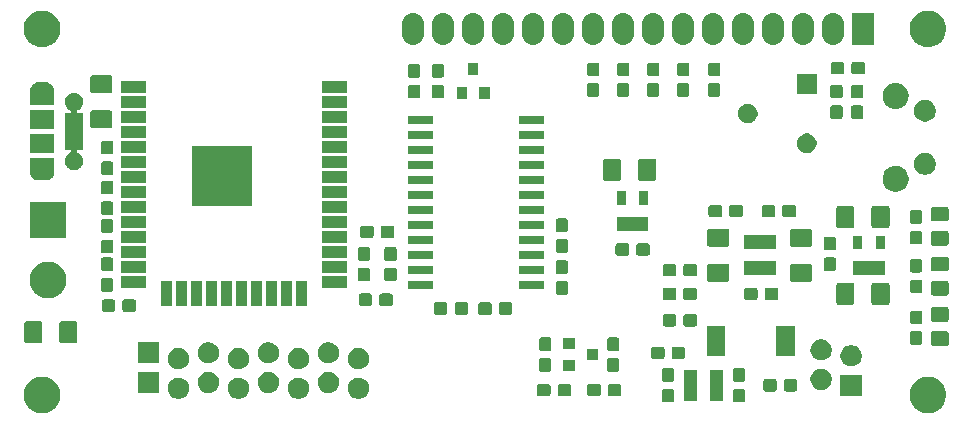
<source format=gbr>
G04 #@! TF.GenerationSoftware,KiCad,Pcbnew,5.1.5*
G04 #@! TF.CreationDate,2020-05-30T15:01:55+02:00*
G04 #@! TF.ProjectId,VCOMLCD,56434f4d-4c43-4442-9e6b-696361645f70,rev?*
G04 #@! TF.SameCoordinates,Original*
G04 #@! TF.FileFunction,Soldermask,Top*
G04 #@! TF.FilePolarity,Negative*
%FSLAX46Y46*%
G04 Gerber Fmt 4.6, Leading zero omitted, Abs format (unit mm)*
G04 Created by KiCad (PCBNEW 5.1.5) date 2020-05-30 15:01:55*
%MOMM*%
%LPD*%
G04 APERTURE LIST*
%ADD10C,0.100000*%
G04 APERTURE END LIST*
D10*
G36*
X126801685Y-80049502D02*
G01*
X126951510Y-80079304D01*
X127233774Y-80196221D01*
X127487805Y-80365959D01*
X127703841Y-80581995D01*
X127873579Y-80836026D01*
X127990496Y-81118290D01*
X128010100Y-81216847D01*
X128049118Y-81413000D01*
X128050100Y-81417940D01*
X128050100Y-81723460D01*
X127990496Y-82023110D01*
X127873579Y-82305374D01*
X127703841Y-82559405D01*
X127487805Y-82775441D01*
X127233774Y-82945179D01*
X126951510Y-83062096D01*
X126801685Y-83091898D01*
X126651861Y-83121700D01*
X126346339Y-83121700D01*
X126196515Y-83091898D01*
X126046690Y-83062096D01*
X125764426Y-82945179D01*
X125510395Y-82775441D01*
X125294359Y-82559405D01*
X125124621Y-82305374D01*
X125007704Y-82023110D01*
X124948100Y-81723460D01*
X124948100Y-81417940D01*
X124949083Y-81413000D01*
X124988100Y-81216847D01*
X125007704Y-81118290D01*
X125124621Y-80836026D01*
X125294359Y-80581995D01*
X125510395Y-80365959D01*
X125764426Y-80196221D01*
X126046690Y-80079304D01*
X126196515Y-80049502D01*
X126346339Y-80019700D01*
X126651861Y-80019700D01*
X126801685Y-80049502D01*
G37*
G36*
X51803105Y-80049502D02*
G01*
X51952930Y-80079304D01*
X52235194Y-80196221D01*
X52489225Y-80365959D01*
X52705261Y-80581995D01*
X52874999Y-80836026D01*
X52991916Y-81118290D01*
X53011520Y-81216847D01*
X53050538Y-81413000D01*
X53051520Y-81417940D01*
X53051520Y-81723460D01*
X52991916Y-82023110D01*
X52874999Y-82305374D01*
X52705261Y-82559405D01*
X52489225Y-82775441D01*
X52235194Y-82945179D01*
X51952930Y-83062096D01*
X51803105Y-83091898D01*
X51653281Y-83121700D01*
X51347759Y-83121700D01*
X51197935Y-83091898D01*
X51048110Y-83062096D01*
X50765846Y-82945179D01*
X50511815Y-82775441D01*
X50295779Y-82559405D01*
X50126041Y-82305374D01*
X50009124Y-82023110D01*
X49949520Y-81723460D01*
X49949520Y-81417940D01*
X49950503Y-81413000D01*
X49989520Y-81216847D01*
X50009124Y-81118290D01*
X50126041Y-80836026D01*
X50295779Y-80581995D01*
X50511815Y-80365959D01*
X50765846Y-80196221D01*
X51048110Y-80079304D01*
X51197935Y-80049502D01*
X51347759Y-80019700D01*
X51653281Y-80019700D01*
X51803105Y-80049502D01*
G37*
G36*
X110864499Y-81053445D02*
G01*
X110901995Y-81064820D01*
X110936554Y-81083292D01*
X110966847Y-81108153D01*
X110991708Y-81138446D01*
X111010180Y-81173005D01*
X111021555Y-81210501D01*
X111026000Y-81255638D01*
X111026000Y-81994362D01*
X111021555Y-82039499D01*
X111010180Y-82076995D01*
X110991708Y-82111554D01*
X110966847Y-82141847D01*
X110936554Y-82166708D01*
X110901995Y-82185180D01*
X110864499Y-82196555D01*
X110819362Y-82201000D01*
X110180638Y-82201000D01*
X110135501Y-82196555D01*
X110098005Y-82185180D01*
X110063446Y-82166708D01*
X110033153Y-82141847D01*
X110008292Y-82111554D01*
X109989820Y-82076995D01*
X109978445Y-82039499D01*
X109974000Y-81994362D01*
X109974000Y-81255638D01*
X109978445Y-81210501D01*
X109989820Y-81173005D01*
X110008292Y-81138446D01*
X110033153Y-81108153D01*
X110063446Y-81083292D01*
X110098005Y-81064820D01*
X110135501Y-81053445D01*
X110180638Y-81049000D01*
X110819362Y-81049000D01*
X110864499Y-81053445D01*
G37*
G36*
X104864499Y-81053445D02*
G01*
X104901995Y-81064820D01*
X104936554Y-81083292D01*
X104966847Y-81108153D01*
X104991708Y-81138446D01*
X105010180Y-81173005D01*
X105021555Y-81210501D01*
X105026000Y-81255638D01*
X105026000Y-81994362D01*
X105021555Y-82039499D01*
X105010180Y-82076995D01*
X104991708Y-82111554D01*
X104966847Y-82141847D01*
X104936554Y-82166708D01*
X104901995Y-82185180D01*
X104864499Y-82196555D01*
X104819362Y-82201000D01*
X104180638Y-82201000D01*
X104135501Y-82196555D01*
X104098005Y-82185180D01*
X104063446Y-82166708D01*
X104033153Y-82141847D01*
X104008292Y-82111554D01*
X103989820Y-82076995D01*
X103978445Y-82039499D01*
X103974000Y-81994362D01*
X103974000Y-81255638D01*
X103978445Y-81210501D01*
X103989820Y-81173005D01*
X104008292Y-81138446D01*
X104033153Y-81108153D01*
X104063446Y-81083292D01*
X104098005Y-81064820D01*
X104135501Y-81053445D01*
X104180638Y-81049000D01*
X104819362Y-81049000D01*
X104864499Y-81053445D01*
G37*
G36*
X106981000Y-82076000D02*
G01*
X105819000Y-82076000D01*
X105819000Y-79424000D01*
X106981000Y-79424000D01*
X106981000Y-82076000D01*
G37*
G36*
X109181000Y-82076000D02*
G01*
X108019000Y-82076000D01*
X108019000Y-79424000D01*
X109181000Y-79424000D01*
X109181000Y-82076000D01*
G37*
G36*
X73313512Y-80103927D02*
G01*
X73462812Y-80133624D01*
X73626784Y-80201544D01*
X73774354Y-80300147D01*
X73899853Y-80425646D01*
X73998456Y-80573216D01*
X74066376Y-80737188D01*
X74101000Y-80911259D01*
X74101000Y-81088741D01*
X74066376Y-81262812D01*
X73998456Y-81426784D01*
X73899853Y-81574354D01*
X73774354Y-81699853D01*
X73626784Y-81798456D01*
X73462812Y-81866376D01*
X73313512Y-81896073D01*
X73288742Y-81901000D01*
X73111258Y-81901000D01*
X73086488Y-81896073D01*
X72937188Y-81866376D01*
X72773216Y-81798456D01*
X72625646Y-81699853D01*
X72500147Y-81574354D01*
X72401544Y-81426784D01*
X72333624Y-81262812D01*
X72299000Y-81088741D01*
X72299000Y-80911259D01*
X72333624Y-80737188D01*
X72401544Y-80573216D01*
X72500147Y-80425646D01*
X72625646Y-80300147D01*
X72773216Y-80201544D01*
X72937188Y-80133624D01*
X73086488Y-80103927D01*
X73111258Y-80099000D01*
X73288742Y-80099000D01*
X73313512Y-80103927D01*
G37*
G36*
X78393512Y-80103927D02*
G01*
X78542812Y-80133624D01*
X78706784Y-80201544D01*
X78854354Y-80300147D01*
X78979853Y-80425646D01*
X79078456Y-80573216D01*
X79146376Y-80737188D01*
X79181000Y-80911259D01*
X79181000Y-81088741D01*
X79146376Y-81262812D01*
X79078456Y-81426784D01*
X78979853Y-81574354D01*
X78854354Y-81699853D01*
X78706784Y-81798456D01*
X78542812Y-81866376D01*
X78393512Y-81896073D01*
X78368742Y-81901000D01*
X78191258Y-81901000D01*
X78166488Y-81896073D01*
X78017188Y-81866376D01*
X77853216Y-81798456D01*
X77705646Y-81699853D01*
X77580147Y-81574354D01*
X77481544Y-81426784D01*
X77413624Y-81262812D01*
X77379000Y-81088741D01*
X77379000Y-80911259D01*
X77413624Y-80737188D01*
X77481544Y-80573216D01*
X77580147Y-80425646D01*
X77705646Y-80300147D01*
X77853216Y-80201544D01*
X78017188Y-80133624D01*
X78166488Y-80103927D01*
X78191258Y-80099000D01*
X78368742Y-80099000D01*
X78393512Y-80103927D01*
G37*
G36*
X68233512Y-80103927D02*
G01*
X68382812Y-80133624D01*
X68546784Y-80201544D01*
X68694354Y-80300147D01*
X68819853Y-80425646D01*
X68918456Y-80573216D01*
X68986376Y-80737188D01*
X69021000Y-80911259D01*
X69021000Y-81088741D01*
X68986376Y-81262812D01*
X68918456Y-81426784D01*
X68819853Y-81574354D01*
X68694354Y-81699853D01*
X68546784Y-81798456D01*
X68382812Y-81866376D01*
X68233512Y-81896073D01*
X68208742Y-81901000D01*
X68031258Y-81901000D01*
X68006488Y-81896073D01*
X67857188Y-81866376D01*
X67693216Y-81798456D01*
X67545646Y-81699853D01*
X67420147Y-81574354D01*
X67321544Y-81426784D01*
X67253624Y-81262812D01*
X67219000Y-81088741D01*
X67219000Y-80911259D01*
X67253624Y-80737188D01*
X67321544Y-80573216D01*
X67420147Y-80425646D01*
X67545646Y-80300147D01*
X67693216Y-80201544D01*
X67857188Y-80133624D01*
X68006488Y-80103927D01*
X68031258Y-80099000D01*
X68208742Y-80099000D01*
X68233512Y-80103927D01*
G37*
G36*
X63153512Y-80103927D02*
G01*
X63302812Y-80133624D01*
X63466784Y-80201544D01*
X63614354Y-80300147D01*
X63739853Y-80425646D01*
X63838456Y-80573216D01*
X63906376Y-80737188D01*
X63941000Y-80911259D01*
X63941000Y-81088741D01*
X63906376Y-81262812D01*
X63838456Y-81426784D01*
X63739853Y-81574354D01*
X63614354Y-81699853D01*
X63466784Y-81798456D01*
X63302812Y-81866376D01*
X63153512Y-81896073D01*
X63128742Y-81901000D01*
X62951258Y-81901000D01*
X62926488Y-81896073D01*
X62777188Y-81866376D01*
X62613216Y-81798456D01*
X62465646Y-81699853D01*
X62340147Y-81574354D01*
X62241544Y-81426784D01*
X62173624Y-81262812D01*
X62139000Y-81088741D01*
X62139000Y-80911259D01*
X62173624Y-80737188D01*
X62241544Y-80573216D01*
X62340147Y-80425646D01*
X62465646Y-80300147D01*
X62613216Y-80201544D01*
X62777188Y-80133624D01*
X62926488Y-80103927D01*
X62951258Y-80099000D01*
X63128742Y-80099000D01*
X63153512Y-80103927D01*
G37*
G36*
X96139499Y-80628445D02*
G01*
X96176995Y-80639820D01*
X96211554Y-80658292D01*
X96241847Y-80683153D01*
X96266708Y-80713446D01*
X96285180Y-80748005D01*
X96296555Y-80785501D01*
X96301000Y-80830638D01*
X96301000Y-81469362D01*
X96296555Y-81514499D01*
X96285180Y-81551995D01*
X96266708Y-81586554D01*
X96241847Y-81616847D01*
X96211554Y-81641708D01*
X96176995Y-81660180D01*
X96139499Y-81671555D01*
X96094362Y-81676000D01*
X95355638Y-81676000D01*
X95310501Y-81671555D01*
X95273005Y-81660180D01*
X95238446Y-81641708D01*
X95208153Y-81616847D01*
X95183292Y-81586554D01*
X95164820Y-81551995D01*
X95153445Y-81514499D01*
X95149000Y-81469362D01*
X95149000Y-80830638D01*
X95153445Y-80785501D01*
X95164820Y-80748005D01*
X95183292Y-80713446D01*
X95208153Y-80683153D01*
X95238446Y-80658292D01*
X95273005Y-80639820D01*
X95310501Y-80628445D01*
X95355638Y-80624000D01*
X96094362Y-80624000D01*
X96139499Y-80628445D01*
G37*
G36*
X94389499Y-80628445D02*
G01*
X94426995Y-80639820D01*
X94461554Y-80658292D01*
X94491847Y-80683153D01*
X94516708Y-80713446D01*
X94535180Y-80748005D01*
X94546555Y-80785501D01*
X94551000Y-80830638D01*
X94551000Y-81469362D01*
X94546555Y-81514499D01*
X94535180Y-81551995D01*
X94516708Y-81586554D01*
X94491847Y-81616847D01*
X94461554Y-81641708D01*
X94426995Y-81660180D01*
X94389499Y-81671555D01*
X94344362Y-81676000D01*
X93605638Y-81676000D01*
X93560501Y-81671555D01*
X93523005Y-81660180D01*
X93488446Y-81641708D01*
X93458153Y-81616847D01*
X93433292Y-81586554D01*
X93414820Y-81551995D01*
X93403445Y-81514499D01*
X93399000Y-81469362D01*
X93399000Y-80830638D01*
X93403445Y-80785501D01*
X93414820Y-80748005D01*
X93433292Y-80713446D01*
X93458153Y-80683153D01*
X93488446Y-80658292D01*
X93523005Y-80639820D01*
X93560501Y-80628445D01*
X93605638Y-80624000D01*
X94344362Y-80624000D01*
X94389499Y-80628445D01*
G37*
G36*
X100389499Y-80628445D02*
G01*
X100426995Y-80639820D01*
X100461554Y-80658292D01*
X100491847Y-80683153D01*
X100516708Y-80713446D01*
X100535180Y-80748005D01*
X100546555Y-80785501D01*
X100551000Y-80830638D01*
X100551000Y-81469362D01*
X100546555Y-81514499D01*
X100535180Y-81551995D01*
X100516708Y-81586554D01*
X100491847Y-81616847D01*
X100461554Y-81641708D01*
X100426995Y-81660180D01*
X100389499Y-81671555D01*
X100344362Y-81676000D01*
X99605638Y-81676000D01*
X99560501Y-81671555D01*
X99523005Y-81660180D01*
X99488446Y-81641708D01*
X99458153Y-81616847D01*
X99433292Y-81586554D01*
X99414820Y-81551995D01*
X99403445Y-81514499D01*
X99399000Y-81469362D01*
X99399000Y-80830638D01*
X99403445Y-80785501D01*
X99414820Y-80748005D01*
X99433292Y-80713446D01*
X99458153Y-80683153D01*
X99488446Y-80658292D01*
X99523005Y-80639820D01*
X99560501Y-80628445D01*
X99605638Y-80624000D01*
X100344362Y-80624000D01*
X100389499Y-80628445D01*
G37*
G36*
X98639499Y-80628445D02*
G01*
X98676995Y-80639820D01*
X98711554Y-80658292D01*
X98741847Y-80683153D01*
X98766708Y-80713446D01*
X98785180Y-80748005D01*
X98796555Y-80785501D01*
X98801000Y-80830638D01*
X98801000Y-81469362D01*
X98796555Y-81514499D01*
X98785180Y-81551995D01*
X98766708Y-81586554D01*
X98741847Y-81616847D01*
X98711554Y-81641708D01*
X98676995Y-81660180D01*
X98639499Y-81671555D01*
X98594362Y-81676000D01*
X97855638Y-81676000D01*
X97810501Y-81671555D01*
X97773005Y-81660180D01*
X97738446Y-81641708D01*
X97708153Y-81616847D01*
X97683292Y-81586554D01*
X97664820Y-81551995D01*
X97653445Y-81514499D01*
X97649000Y-81469362D01*
X97649000Y-80830638D01*
X97653445Y-80785501D01*
X97664820Y-80748005D01*
X97683292Y-80713446D01*
X97708153Y-80683153D01*
X97738446Y-80658292D01*
X97773005Y-80639820D01*
X97810501Y-80628445D01*
X97855638Y-80624000D01*
X98594362Y-80624000D01*
X98639499Y-80628445D01*
G37*
G36*
X120901000Y-81651000D02*
G01*
X119099000Y-81651000D01*
X119099000Y-79849000D01*
X120901000Y-79849000D01*
X120901000Y-81651000D01*
G37*
G36*
X61401000Y-81401000D02*
G01*
X59599000Y-81401000D01*
X59599000Y-79599000D01*
X61401000Y-79599000D01*
X61401000Y-81401000D01*
G37*
G36*
X70773512Y-79603927D02*
G01*
X70922812Y-79633624D01*
X71086784Y-79701544D01*
X71234354Y-79800147D01*
X71359853Y-79925646D01*
X71458456Y-80073216D01*
X71526376Y-80237188D01*
X71561000Y-80411259D01*
X71561000Y-80588741D01*
X71526376Y-80762812D01*
X71458456Y-80926784D01*
X71359853Y-81074354D01*
X71234354Y-81199853D01*
X71086784Y-81298456D01*
X70922812Y-81366376D01*
X70773512Y-81396073D01*
X70748742Y-81401000D01*
X70571258Y-81401000D01*
X70546488Y-81396073D01*
X70397188Y-81366376D01*
X70233216Y-81298456D01*
X70085646Y-81199853D01*
X69960147Y-81074354D01*
X69861544Y-80926784D01*
X69793624Y-80762812D01*
X69759000Y-80588741D01*
X69759000Y-80411259D01*
X69793624Y-80237188D01*
X69861544Y-80073216D01*
X69960147Y-79925646D01*
X70085646Y-79800147D01*
X70233216Y-79701544D01*
X70397188Y-79633624D01*
X70546488Y-79603927D01*
X70571258Y-79599000D01*
X70748742Y-79599000D01*
X70773512Y-79603927D01*
G37*
G36*
X75853512Y-79603927D02*
G01*
X76002812Y-79633624D01*
X76166784Y-79701544D01*
X76314354Y-79800147D01*
X76439853Y-79925646D01*
X76538456Y-80073216D01*
X76606376Y-80237188D01*
X76641000Y-80411259D01*
X76641000Y-80588741D01*
X76606376Y-80762812D01*
X76538456Y-80926784D01*
X76439853Y-81074354D01*
X76314354Y-81199853D01*
X76166784Y-81298456D01*
X76002812Y-81366376D01*
X75853512Y-81396073D01*
X75828742Y-81401000D01*
X75651258Y-81401000D01*
X75626488Y-81396073D01*
X75477188Y-81366376D01*
X75313216Y-81298456D01*
X75165646Y-81199853D01*
X75040147Y-81074354D01*
X74941544Y-80926784D01*
X74873624Y-80762812D01*
X74839000Y-80588741D01*
X74839000Y-80411259D01*
X74873624Y-80237188D01*
X74941544Y-80073216D01*
X75040147Y-79925646D01*
X75165646Y-79800147D01*
X75313216Y-79701544D01*
X75477188Y-79633624D01*
X75626488Y-79603927D01*
X75651258Y-79599000D01*
X75828742Y-79599000D01*
X75853512Y-79603927D01*
G37*
G36*
X65693512Y-79603927D02*
G01*
X65842812Y-79633624D01*
X66006784Y-79701544D01*
X66154354Y-79800147D01*
X66279853Y-79925646D01*
X66378456Y-80073216D01*
X66446376Y-80237188D01*
X66481000Y-80411259D01*
X66481000Y-80588741D01*
X66446376Y-80762812D01*
X66378456Y-80926784D01*
X66279853Y-81074354D01*
X66154354Y-81199853D01*
X66006784Y-81298456D01*
X65842812Y-81366376D01*
X65693512Y-81396073D01*
X65668742Y-81401000D01*
X65491258Y-81401000D01*
X65466488Y-81396073D01*
X65317188Y-81366376D01*
X65153216Y-81298456D01*
X65005646Y-81199853D01*
X64880147Y-81074354D01*
X64781544Y-80926784D01*
X64713624Y-80762812D01*
X64679000Y-80588741D01*
X64679000Y-80411259D01*
X64713624Y-80237188D01*
X64781544Y-80073216D01*
X64880147Y-79925646D01*
X65005646Y-79800147D01*
X65153216Y-79701544D01*
X65317188Y-79633624D01*
X65466488Y-79603927D01*
X65491258Y-79599000D01*
X65668742Y-79599000D01*
X65693512Y-79603927D01*
G37*
G36*
X115289499Y-80228445D02*
G01*
X115326995Y-80239820D01*
X115361554Y-80258292D01*
X115391847Y-80283153D01*
X115416708Y-80313446D01*
X115435180Y-80348005D01*
X115446555Y-80385501D01*
X115451000Y-80430638D01*
X115451000Y-81069362D01*
X115446555Y-81114499D01*
X115435180Y-81151995D01*
X115416708Y-81186554D01*
X115391847Y-81216847D01*
X115361554Y-81241708D01*
X115326995Y-81260180D01*
X115289499Y-81271555D01*
X115244362Y-81276000D01*
X114505638Y-81276000D01*
X114460501Y-81271555D01*
X114423005Y-81260180D01*
X114388446Y-81241708D01*
X114358153Y-81216847D01*
X114333292Y-81186554D01*
X114314820Y-81151995D01*
X114303445Y-81114499D01*
X114299000Y-81069362D01*
X114299000Y-80430638D01*
X114303445Y-80385501D01*
X114314820Y-80348005D01*
X114333292Y-80313446D01*
X114358153Y-80283153D01*
X114388446Y-80258292D01*
X114423005Y-80239820D01*
X114460501Y-80228445D01*
X114505638Y-80224000D01*
X115244362Y-80224000D01*
X115289499Y-80228445D01*
G37*
G36*
X113539499Y-80228445D02*
G01*
X113576995Y-80239820D01*
X113611554Y-80258292D01*
X113641847Y-80283153D01*
X113666708Y-80313446D01*
X113685180Y-80348005D01*
X113696555Y-80385501D01*
X113701000Y-80430638D01*
X113701000Y-81069362D01*
X113696555Y-81114499D01*
X113685180Y-81151995D01*
X113666708Y-81186554D01*
X113641847Y-81216847D01*
X113611554Y-81241708D01*
X113576995Y-81260180D01*
X113539499Y-81271555D01*
X113494362Y-81276000D01*
X112755638Y-81276000D01*
X112710501Y-81271555D01*
X112673005Y-81260180D01*
X112638446Y-81241708D01*
X112608153Y-81216847D01*
X112583292Y-81186554D01*
X112564820Y-81151995D01*
X112553445Y-81114499D01*
X112549000Y-81069362D01*
X112549000Y-80430638D01*
X112553445Y-80385501D01*
X112564820Y-80348005D01*
X112583292Y-80313446D01*
X112608153Y-80283153D01*
X112638446Y-80258292D01*
X112673005Y-80239820D01*
X112710501Y-80228445D01*
X112755638Y-80224000D01*
X113494362Y-80224000D01*
X113539499Y-80228445D01*
G37*
G36*
X117573512Y-79353927D02*
G01*
X117722812Y-79383624D01*
X117886784Y-79451544D01*
X118034354Y-79550147D01*
X118159853Y-79675646D01*
X118258456Y-79823216D01*
X118326376Y-79987188D01*
X118361000Y-80161259D01*
X118361000Y-80338741D01*
X118326376Y-80512812D01*
X118258456Y-80676784D01*
X118159853Y-80824354D01*
X118034354Y-80949853D01*
X117886784Y-81048456D01*
X117722812Y-81116376D01*
X117573512Y-81146073D01*
X117548742Y-81151000D01*
X117371258Y-81151000D01*
X117346488Y-81146073D01*
X117197188Y-81116376D01*
X117033216Y-81048456D01*
X116885646Y-80949853D01*
X116760147Y-80824354D01*
X116661544Y-80676784D01*
X116593624Y-80512812D01*
X116559000Y-80338741D01*
X116559000Y-80161259D01*
X116593624Y-79987188D01*
X116661544Y-79823216D01*
X116760147Y-79675646D01*
X116885646Y-79550147D01*
X117033216Y-79451544D01*
X117197188Y-79383624D01*
X117346488Y-79353927D01*
X117371258Y-79349000D01*
X117548742Y-79349000D01*
X117573512Y-79353927D01*
G37*
G36*
X110864499Y-79303445D02*
G01*
X110901995Y-79314820D01*
X110936554Y-79333292D01*
X110966847Y-79358153D01*
X110991708Y-79388446D01*
X111010180Y-79423005D01*
X111021555Y-79460501D01*
X111026000Y-79505638D01*
X111026000Y-80244362D01*
X111021555Y-80289499D01*
X111010180Y-80326995D01*
X110991708Y-80361554D01*
X110966847Y-80391847D01*
X110936554Y-80416708D01*
X110901995Y-80435180D01*
X110864499Y-80446555D01*
X110819362Y-80451000D01*
X110180638Y-80451000D01*
X110135501Y-80446555D01*
X110098005Y-80435180D01*
X110063446Y-80416708D01*
X110033153Y-80391847D01*
X110008292Y-80361554D01*
X109989820Y-80326995D01*
X109978445Y-80289499D01*
X109974000Y-80244362D01*
X109974000Y-79505638D01*
X109978445Y-79460501D01*
X109989820Y-79423005D01*
X110008292Y-79388446D01*
X110033153Y-79358153D01*
X110063446Y-79333292D01*
X110098005Y-79314820D01*
X110135501Y-79303445D01*
X110180638Y-79299000D01*
X110819362Y-79299000D01*
X110864499Y-79303445D01*
G37*
G36*
X104864499Y-79303445D02*
G01*
X104901995Y-79314820D01*
X104936554Y-79333292D01*
X104966847Y-79358153D01*
X104991708Y-79388446D01*
X105010180Y-79423005D01*
X105021555Y-79460501D01*
X105026000Y-79505638D01*
X105026000Y-80244362D01*
X105021555Y-80289499D01*
X105010180Y-80326995D01*
X104991708Y-80361554D01*
X104966847Y-80391847D01*
X104936554Y-80416708D01*
X104901995Y-80435180D01*
X104864499Y-80446555D01*
X104819362Y-80451000D01*
X104180638Y-80451000D01*
X104135501Y-80446555D01*
X104098005Y-80435180D01*
X104063446Y-80416708D01*
X104033153Y-80391847D01*
X104008292Y-80361554D01*
X103989820Y-80326995D01*
X103978445Y-80289499D01*
X103974000Y-80244362D01*
X103974000Y-79505638D01*
X103978445Y-79460501D01*
X103989820Y-79423005D01*
X104008292Y-79388446D01*
X104033153Y-79358153D01*
X104063446Y-79333292D01*
X104098005Y-79314820D01*
X104135501Y-79303445D01*
X104180638Y-79299000D01*
X104819362Y-79299000D01*
X104864499Y-79303445D01*
G37*
G36*
X100214499Y-78453445D02*
G01*
X100251995Y-78464820D01*
X100286554Y-78483292D01*
X100316847Y-78508153D01*
X100341708Y-78538446D01*
X100360180Y-78573005D01*
X100371555Y-78610501D01*
X100376000Y-78655638D01*
X100376000Y-79394362D01*
X100371555Y-79439499D01*
X100360180Y-79476995D01*
X100341708Y-79511554D01*
X100316847Y-79541847D01*
X100286554Y-79566708D01*
X100251995Y-79585180D01*
X100214499Y-79596555D01*
X100169362Y-79601000D01*
X99530638Y-79601000D01*
X99485501Y-79596555D01*
X99448005Y-79585180D01*
X99413446Y-79566708D01*
X99383153Y-79541847D01*
X99358292Y-79511554D01*
X99339820Y-79476995D01*
X99328445Y-79439499D01*
X99324000Y-79394362D01*
X99324000Y-78655638D01*
X99328445Y-78610501D01*
X99339820Y-78573005D01*
X99358292Y-78538446D01*
X99383153Y-78508153D01*
X99413446Y-78483292D01*
X99448005Y-78464820D01*
X99485501Y-78453445D01*
X99530638Y-78449000D01*
X100169362Y-78449000D01*
X100214499Y-78453445D01*
G37*
G36*
X94464499Y-78453445D02*
G01*
X94501995Y-78464820D01*
X94536554Y-78483292D01*
X94566847Y-78508153D01*
X94591708Y-78538446D01*
X94610180Y-78573005D01*
X94621555Y-78610501D01*
X94626000Y-78655638D01*
X94626000Y-79394362D01*
X94621555Y-79439499D01*
X94610180Y-79476995D01*
X94591708Y-79511554D01*
X94566847Y-79541847D01*
X94536554Y-79566708D01*
X94501995Y-79585180D01*
X94464499Y-79596555D01*
X94419362Y-79601000D01*
X93780638Y-79601000D01*
X93735501Y-79596555D01*
X93698005Y-79585180D01*
X93663446Y-79566708D01*
X93633153Y-79541847D01*
X93608292Y-79511554D01*
X93589820Y-79476995D01*
X93578445Y-79439499D01*
X93574000Y-79394362D01*
X93574000Y-78655638D01*
X93578445Y-78610501D01*
X93589820Y-78573005D01*
X93608292Y-78538446D01*
X93633153Y-78508153D01*
X93663446Y-78483292D01*
X93698005Y-78464820D01*
X93735501Y-78453445D01*
X93780638Y-78449000D01*
X94419362Y-78449000D01*
X94464499Y-78453445D01*
G37*
G36*
X96601000Y-79551000D02*
G01*
X95599000Y-79551000D01*
X95599000Y-78649000D01*
X96601000Y-78649000D01*
X96601000Y-79551000D01*
G37*
G36*
X73313512Y-77603927D02*
G01*
X73462812Y-77633624D01*
X73626784Y-77701544D01*
X73774354Y-77800147D01*
X73899853Y-77925646D01*
X73998456Y-78073216D01*
X74066376Y-78237188D01*
X74101000Y-78411259D01*
X74101000Y-78588741D01*
X74066376Y-78762812D01*
X73998456Y-78926784D01*
X73899853Y-79074354D01*
X73774354Y-79199853D01*
X73626784Y-79298456D01*
X73462812Y-79366376D01*
X73322113Y-79394362D01*
X73288742Y-79401000D01*
X73111258Y-79401000D01*
X73077887Y-79394362D01*
X72937188Y-79366376D01*
X72773216Y-79298456D01*
X72625646Y-79199853D01*
X72500147Y-79074354D01*
X72401544Y-78926784D01*
X72333624Y-78762812D01*
X72299000Y-78588741D01*
X72299000Y-78411259D01*
X72333624Y-78237188D01*
X72401544Y-78073216D01*
X72500147Y-77925646D01*
X72625646Y-77800147D01*
X72773216Y-77701544D01*
X72937188Y-77633624D01*
X73086488Y-77603927D01*
X73111258Y-77599000D01*
X73288742Y-77599000D01*
X73313512Y-77603927D01*
G37*
G36*
X78393512Y-77603927D02*
G01*
X78542812Y-77633624D01*
X78706784Y-77701544D01*
X78854354Y-77800147D01*
X78979853Y-77925646D01*
X79078456Y-78073216D01*
X79146376Y-78237188D01*
X79181000Y-78411259D01*
X79181000Y-78588741D01*
X79146376Y-78762812D01*
X79078456Y-78926784D01*
X78979853Y-79074354D01*
X78854354Y-79199853D01*
X78706784Y-79298456D01*
X78542812Y-79366376D01*
X78402113Y-79394362D01*
X78368742Y-79401000D01*
X78191258Y-79401000D01*
X78157887Y-79394362D01*
X78017188Y-79366376D01*
X77853216Y-79298456D01*
X77705646Y-79199853D01*
X77580147Y-79074354D01*
X77481544Y-78926784D01*
X77413624Y-78762812D01*
X77379000Y-78588741D01*
X77379000Y-78411259D01*
X77413624Y-78237188D01*
X77481544Y-78073216D01*
X77580147Y-77925646D01*
X77705646Y-77800147D01*
X77853216Y-77701544D01*
X78017188Y-77633624D01*
X78166488Y-77603927D01*
X78191258Y-77599000D01*
X78368742Y-77599000D01*
X78393512Y-77603927D01*
G37*
G36*
X68233512Y-77603927D02*
G01*
X68382812Y-77633624D01*
X68546784Y-77701544D01*
X68694354Y-77800147D01*
X68819853Y-77925646D01*
X68918456Y-78073216D01*
X68986376Y-78237188D01*
X69021000Y-78411259D01*
X69021000Y-78588741D01*
X68986376Y-78762812D01*
X68918456Y-78926784D01*
X68819853Y-79074354D01*
X68694354Y-79199853D01*
X68546784Y-79298456D01*
X68382812Y-79366376D01*
X68242113Y-79394362D01*
X68208742Y-79401000D01*
X68031258Y-79401000D01*
X67997887Y-79394362D01*
X67857188Y-79366376D01*
X67693216Y-79298456D01*
X67545646Y-79199853D01*
X67420147Y-79074354D01*
X67321544Y-78926784D01*
X67253624Y-78762812D01*
X67219000Y-78588741D01*
X67219000Y-78411259D01*
X67253624Y-78237188D01*
X67321544Y-78073216D01*
X67420147Y-77925646D01*
X67545646Y-77800147D01*
X67693216Y-77701544D01*
X67857188Y-77633624D01*
X68006488Y-77603927D01*
X68031258Y-77599000D01*
X68208742Y-77599000D01*
X68233512Y-77603927D01*
G37*
G36*
X63153512Y-77603927D02*
G01*
X63302812Y-77633624D01*
X63466784Y-77701544D01*
X63614354Y-77800147D01*
X63739853Y-77925646D01*
X63838456Y-78073216D01*
X63906376Y-78237188D01*
X63941000Y-78411259D01*
X63941000Y-78588741D01*
X63906376Y-78762812D01*
X63838456Y-78926784D01*
X63739853Y-79074354D01*
X63614354Y-79199853D01*
X63466784Y-79298456D01*
X63302812Y-79366376D01*
X63162113Y-79394362D01*
X63128742Y-79401000D01*
X62951258Y-79401000D01*
X62917887Y-79394362D01*
X62777188Y-79366376D01*
X62613216Y-79298456D01*
X62465646Y-79199853D01*
X62340147Y-79074354D01*
X62241544Y-78926784D01*
X62173624Y-78762812D01*
X62139000Y-78588741D01*
X62139000Y-78411259D01*
X62173624Y-78237188D01*
X62241544Y-78073216D01*
X62340147Y-77925646D01*
X62465646Y-77800147D01*
X62613216Y-77701544D01*
X62777188Y-77633624D01*
X62926488Y-77603927D01*
X62951258Y-77599000D01*
X63128742Y-77599000D01*
X63153512Y-77603927D01*
G37*
G36*
X120113512Y-77353927D02*
G01*
X120262812Y-77383624D01*
X120426784Y-77451544D01*
X120574354Y-77550147D01*
X120699853Y-77675646D01*
X120798456Y-77823216D01*
X120866376Y-77987188D01*
X120901000Y-78161259D01*
X120901000Y-78338741D01*
X120866376Y-78512812D01*
X120798456Y-78676784D01*
X120699853Y-78824354D01*
X120574354Y-78949853D01*
X120426784Y-79048456D01*
X120262812Y-79116376D01*
X120113512Y-79146073D01*
X120088742Y-79151000D01*
X119911258Y-79151000D01*
X119886488Y-79146073D01*
X119737188Y-79116376D01*
X119573216Y-79048456D01*
X119425646Y-78949853D01*
X119300147Y-78824354D01*
X119201544Y-78676784D01*
X119133624Y-78512812D01*
X119099000Y-78338741D01*
X119099000Y-78161259D01*
X119133624Y-77987188D01*
X119201544Y-77823216D01*
X119300147Y-77675646D01*
X119425646Y-77550147D01*
X119573216Y-77451544D01*
X119737188Y-77383624D01*
X119886488Y-77353927D01*
X119911258Y-77349000D01*
X120088742Y-77349000D01*
X120113512Y-77353927D01*
G37*
G36*
X75853512Y-77103927D02*
G01*
X76002812Y-77133624D01*
X76166784Y-77201544D01*
X76314354Y-77300147D01*
X76439853Y-77425646D01*
X76538456Y-77573216D01*
X76606376Y-77737188D01*
X76641000Y-77911259D01*
X76641000Y-78088741D01*
X76606376Y-78262812D01*
X76538456Y-78426784D01*
X76439853Y-78574354D01*
X76314354Y-78699853D01*
X76166784Y-78798456D01*
X76002812Y-78866376D01*
X75853512Y-78896073D01*
X75828742Y-78901000D01*
X75651258Y-78901000D01*
X75626488Y-78896073D01*
X75477188Y-78866376D01*
X75313216Y-78798456D01*
X75165646Y-78699853D01*
X75040147Y-78574354D01*
X74941544Y-78426784D01*
X74873624Y-78262812D01*
X74839000Y-78088741D01*
X74839000Y-77911259D01*
X74873624Y-77737188D01*
X74941544Y-77573216D01*
X75040147Y-77425646D01*
X75165646Y-77300147D01*
X75313216Y-77201544D01*
X75477188Y-77133624D01*
X75626488Y-77103927D01*
X75651258Y-77099000D01*
X75828742Y-77099000D01*
X75853512Y-77103927D01*
G37*
G36*
X65693512Y-77103927D02*
G01*
X65842812Y-77133624D01*
X66006784Y-77201544D01*
X66154354Y-77300147D01*
X66279853Y-77425646D01*
X66378456Y-77573216D01*
X66446376Y-77737188D01*
X66481000Y-77911259D01*
X66481000Y-78088741D01*
X66446376Y-78262812D01*
X66378456Y-78426784D01*
X66279853Y-78574354D01*
X66154354Y-78699853D01*
X66006784Y-78798456D01*
X65842812Y-78866376D01*
X65693512Y-78896073D01*
X65668742Y-78901000D01*
X65491258Y-78901000D01*
X65466488Y-78896073D01*
X65317188Y-78866376D01*
X65153216Y-78798456D01*
X65005646Y-78699853D01*
X64880147Y-78574354D01*
X64781544Y-78426784D01*
X64713624Y-78262812D01*
X64679000Y-78088741D01*
X64679000Y-77911259D01*
X64713624Y-77737188D01*
X64781544Y-77573216D01*
X64880147Y-77425646D01*
X65005646Y-77300147D01*
X65153216Y-77201544D01*
X65317188Y-77133624D01*
X65466488Y-77103927D01*
X65491258Y-77099000D01*
X65668742Y-77099000D01*
X65693512Y-77103927D01*
G37*
G36*
X61401000Y-78901000D02*
G01*
X59599000Y-78901000D01*
X59599000Y-77099000D01*
X61401000Y-77099000D01*
X61401000Y-78901000D01*
G37*
G36*
X70773512Y-77103927D02*
G01*
X70922812Y-77133624D01*
X71086784Y-77201544D01*
X71234354Y-77300147D01*
X71359853Y-77425646D01*
X71458456Y-77573216D01*
X71526376Y-77737188D01*
X71561000Y-77911259D01*
X71561000Y-78088741D01*
X71526376Y-78262812D01*
X71458456Y-78426784D01*
X71359853Y-78574354D01*
X71234354Y-78699853D01*
X71086784Y-78798456D01*
X70922812Y-78866376D01*
X70773512Y-78896073D01*
X70748742Y-78901000D01*
X70571258Y-78901000D01*
X70546488Y-78896073D01*
X70397188Y-78866376D01*
X70233216Y-78798456D01*
X70085646Y-78699853D01*
X69960147Y-78574354D01*
X69861544Y-78426784D01*
X69793624Y-78262812D01*
X69759000Y-78088741D01*
X69759000Y-77911259D01*
X69793624Y-77737188D01*
X69861544Y-77573216D01*
X69960147Y-77425646D01*
X70085646Y-77300147D01*
X70233216Y-77201544D01*
X70397188Y-77133624D01*
X70546488Y-77103927D01*
X70571258Y-77099000D01*
X70748742Y-77099000D01*
X70773512Y-77103927D01*
G37*
G36*
X117573512Y-76853927D02*
G01*
X117722812Y-76883624D01*
X117886784Y-76951544D01*
X118034354Y-77050147D01*
X118159853Y-77175646D01*
X118258456Y-77323216D01*
X118326376Y-77487188D01*
X118346428Y-77588000D01*
X118358960Y-77651000D01*
X118361000Y-77661259D01*
X118361000Y-77838741D01*
X118326376Y-78012812D01*
X118258456Y-78176784D01*
X118159853Y-78324354D01*
X118034354Y-78449853D01*
X117886784Y-78548456D01*
X117722812Y-78616376D01*
X117573512Y-78646073D01*
X117548742Y-78651000D01*
X117371258Y-78651000D01*
X117346488Y-78646073D01*
X117197188Y-78616376D01*
X117033216Y-78548456D01*
X116885646Y-78449853D01*
X116760147Y-78324354D01*
X116661544Y-78176784D01*
X116593624Y-78012812D01*
X116559000Y-77838741D01*
X116559000Y-77661259D01*
X116561041Y-77651000D01*
X116573572Y-77588000D01*
X116593624Y-77487188D01*
X116661544Y-77323216D01*
X116760147Y-77175646D01*
X116885646Y-77050147D01*
X117033216Y-76951544D01*
X117197188Y-76883624D01*
X117346488Y-76853927D01*
X117371258Y-76849000D01*
X117548742Y-76849000D01*
X117573512Y-76853927D01*
G37*
G36*
X98601000Y-78601000D02*
G01*
X97599000Y-78601000D01*
X97599000Y-77699000D01*
X98601000Y-77699000D01*
X98601000Y-78601000D01*
G37*
G36*
X104039499Y-77478445D02*
G01*
X104076995Y-77489820D01*
X104111554Y-77508292D01*
X104141847Y-77533153D01*
X104166708Y-77563446D01*
X104185180Y-77598005D01*
X104196555Y-77635501D01*
X104201000Y-77680638D01*
X104201000Y-78319362D01*
X104196555Y-78364499D01*
X104185180Y-78401995D01*
X104166708Y-78436554D01*
X104141847Y-78466847D01*
X104111554Y-78491708D01*
X104076995Y-78510180D01*
X104039499Y-78521555D01*
X103994362Y-78526000D01*
X103255638Y-78526000D01*
X103210501Y-78521555D01*
X103173005Y-78510180D01*
X103138446Y-78491708D01*
X103108153Y-78466847D01*
X103083292Y-78436554D01*
X103064820Y-78401995D01*
X103053445Y-78364499D01*
X103049000Y-78319362D01*
X103049000Y-77680638D01*
X103053445Y-77635501D01*
X103064820Y-77598005D01*
X103083292Y-77563446D01*
X103108153Y-77533153D01*
X103138446Y-77508292D01*
X103173005Y-77489820D01*
X103210501Y-77478445D01*
X103255638Y-77474000D01*
X103994362Y-77474000D01*
X104039499Y-77478445D01*
G37*
G36*
X105789499Y-77478445D02*
G01*
X105826995Y-77489820D01*
X105861554Y-77508292D01*
X105891847Y-77533153D01*
X105916708Y-77563446D01*
X105935180Y-77598005D01*
X105946555Y-77635501D01*
X105951000Y-77680638D01*
X105951000Y-78319362D01*
X105946555Y-78364499D01*
X105935180Y-78401995D01*
X105916708Y-78436554D01*
X105891847Y-78466847D01*
X105861554Y-78491708D01*
X105826995Y-78510180D01*
X105789499Y-78521555D01*
X105744362Y-78526000D01*
X105005638Y-78526000D01*
X104960501Y-78521555D01*
X104923005Y-78510180D01*
X104888446Y-78491708D01*
X104858153Y-78466847D01*
X104833292Y-78436554D01*
X104814820Y-78401995D01*
X104803445Y-78364499D01*
X104799000Y-78319362D01*
X104799000Y-77680638D01*
X104803445Y-77635501D01*
X104814820Y-77598005D01*
X104833292Y-77563446D01*
X104858153Y-77533153D01*
X104888446Y-77508292D01*
X104923005Y-77489820D01*
X104960501Y-77478445D01*
X105005638Y-77474000D01*
X105744362Y-77474000D01*
X105789499Y-77478445D01*
G37*
G36*
X109326000Y-78251000D02*
G01*
X107774000Y-78251000D01*
X107774000Y-75749000D01*
X109326000Y-75749000D01*
X109326000Y-78251000D01*
G37*
G36*
X115226000Y-78251000D02*
G01*
X113674000Y-78251000D01*
X113674000Y-75749000D01*
X115226000Y-75749000D01*
X115226000Y-78251000D01*
G37*
G36*
X94464499Y-76703445D02*
G01*
X94501995Y-76714820D01*
X94536554Y-76733292D01*
X94566847Y-76758153D01*
X94591708Y-76788446D01*
X94610180Y-76823005D01*
X94621555Y-76860501D01*
X94626000Y-76905638D01*
X94626000Y-77644362D01*
X94621555Y-77689499D01*
X94610180Y-77726995D01*
X94591708Y-77761554D01*
X94566847Y-77791847D01*
X94536554Y-77816708D01*
X94501995Y-77835180D01*
X94464499Y-77846555D01*
X94419362Y-77851000D01*
X93780638Y-77851000D01*
X93735501Y-77846555D01*
X93698005Y-77835180D01*
X93663446Y-77816708D01*
X93633153Y-77791847D01*
X93608292Y-77761554D01*
X93589820Y-77726995D01*
X93578445Y-77689499D01*
X93574000Y-77644362D01*
X93574000Y-76905638D01*
X93578445Y-76860501D01*
X93589820Y-76823005D01*
X93608292Y-76788446D01*
X93633153Y-76758153D01*
X93663446Y-76733292D01*
X93698005Y-76714820D01*
X93735501Y-76703445D01*
X93780638Y-76699000D01*
X94419362Y-76699000D01*
X94464499Y-76703445D01*
G37*
G36*
X100214499Y-76703445D02*
G01*
X100251995Y-76714820D01*
X100286554Y-76733292D01*
X100316847Y-76758153D01*
X100341708Y-76788446D01*
X100360180Y-76823005D01*
X100371555Y-76860501D01*
X100376000Y-76905638D01*
X100376000Y-77644362D01*
X100371555Y-77689499D01*
X100360180Y-77726995D01*
X100341708Y-77761554D01*
X100316847Y-77791847D01*
X100286554Y-77816708D01*
X100251995Y-77835180D01*
X100214499Y-77846555D01*
X100169362Y-77851000D01*
X99530638Y-77851000D01*
X99485501Y-77846555D01*
X99448005Y-77835180D01*
X99413446Y-77816708D01*
X99383153Y-77791847D01*
X99358292Y-77761554D01*
X99339820Y-77726995D01*
X99328445Y-77689499D01*
X99324000Y-77644362D01*
X99324000Y-76905638D01*
X99328445Y-76860501D01*
X99339820Y-76823005D01*
X99358292Y-76788446D01*
X99383153Y-76758153D01*
X99413446Y-76733292D01*
X99448005Y-76714820D01*
X99485501Y-76703445D01*
X99530638Y-76699000D01*
X100169362Y-76699000D01*
X100214499Y-76703445D01*
G37*
G36*
X96601000Y-77651000D02*
G01*
X95599000Y-77651000D01*
X95599000Y-76749000D01*
X96601000Y-76749000D01*
X96601000Y-77651000D01*
G37*
G36*
X128088674Y-76178465D02*
G01*
X128126367Y-76189899D01*
X128161103Y-76208466D01*
X128191548Y-76233452D01*
X128216534Y-76263897D01*
X128235101Y-76298633D01*
X128246535Y-76336326D01*
X128251000Y-76381661D01*
X128251000Y-77218339D01*
X128246535Y-77263674D01*
X128235101Y-77301367D01*
X128216534Y-77336103D01*
X128191548Y-77366548D01*
X128161103Y-77391534D01*
X128126367Y-77410101D01*
X128088674Y-77421535D01*
X128043339Y-77426000D01*
X126956661Y-77426000D01*
X126911326Y-77421535D01*
X126873633Y-77410101D01*
X126838897Y-77391534D01*
X126808452Y-77366548D01*
X126783466Y-77336103D01*
X126764899Y-77301367D01*
X126753465Y-77263674D01*
X126749000Y-77218339D01*
X126749000Y-76381661D01*
X126753465Y-76336326D01*
X126764899Y-76298633D01*
X126783466Y-76263897D01*
X126808452Y-76233452D01*
X126838897Y-76208466D01*
X126873633Y-76189899D01*
X126911326Y-76178465D01*
X126956661Y-76174000D01*
X128043339Y-76174000D01*
X128088674Y-76178465D01*
G37*
G36*
X125864499Y-76178445D02*
G01*
X125901995Y-76189820D01*
X125936554Y-76208292D01*
X125966847Y-76233153D01*
X125991708Y-76263446D01*
X126010180Y-76298005D01*
X126021555Y-76335501D01*
X126026000Y-76380638D01*
X126026000Y-77119362D01*
X126021555Y-77164499D01*
X126010180Y-77201995D01*
X125991708Y-77236554D01*
X125966847Y-77266847D01*
X125936554Y-77291708D01*
X125901995Y-77310180D01*
X125864499Y-77321555D01*
X125819362Y-77326000D01*
X125180638Y-77326000D01*
X125135501Y-77321555D01*
X125098005Y-77310180D01*
X125063446Y-77291708D01*
X125033153Y-77266847D01*
X125008292Y-77236554D01*
X124989820Y-77201995D01*
X124978445Y-77164499D01*
X124974000Y-77119362D01*
X124974000Y-76380638D01*
X124978445Y-76335501D01*
X124989820Y-76298005D01*
X125008292Y-76263446D01*
X125033153Y-76233153D01*
X125063446Y-76208292D01*
X125098005Y-76189820D01*
X125135501Y-76178445D01*
X125180638Y-76174000D01*
X125819362Y-76174000D01*
X125864499Y-76178445D01*
G37*
G36*
X51363062Y-75328181D02*
G01*
X51397981Y-75338774D01*
X51430163Y-75355976D01*
X51458373Y-75379127D01*
X51481524Y-75407337D01*
X51498726Y-75439519D01*
X51509319Y-75474438D01*
X51513500Y-75516895D01*
X51513500Y-76983105D01*
X51509319Y-77025562D01*
X51498726Y-77060481D01*
X51481524Y-77092663D01*
X51458373Y-77120873D01*
X51430163Y-77144024D01*
X51397981Y-77161226D01*
X51363062Y-77171819D01*
X51320605Y-77176000D01*
X50179395Y-77176000D01*
X50136938Y-77171819D01*
X50102019Y-77161226D01*
X50069837Y-77144024D01*
X50041627Y-77120873D01*
X50018476Y-77092663D01*
X50001274Y-77060481D01*
X49990681Y-77025562D01*
X49986500Y-76983105D01*
X49986500Y-75516895D01*
X49990681Y-75474438D01*
X50001274Y-75439519D01*
X50018476Y-75407337D01*
X50041627Y-75379127D01*
X50069837Y-75355976D01*
X50102019Y-75338774D01*
X50136938Y-75328181D01*
X50179395Y-75324000D01*
X51320605Y-75324000D01*
X51363062Y-75328181D01*
G37*
G36*
X54338062Y-75328181D02*
G01*
X54372981Y-75338774D01*
X54405163Y-75355976D01*
X54433373Y-75379127D01*
X54456524Y-75407337D01*
X54473726Y-75439519D01*
X54484319Y-75474438D01*
X54488500Y-75516895D01*
X54488500Y-76983105D01*
X54484319Y-77025562D01*
X54473726Y-77060481D01*
X54456524Y-77092663D01*
X54433373Y-77120873D01*
X54405163Y-77144024D01*
X54372981Y-77161226D01*
X54338062Y-77171819D01*
X54295605Y-77176000D01*
X53154395Y-77176000D01*
X53111938Y-77171819D01*
X53077019Y-77161226D01*
X53044837Y-77144024D01*
X53016627Y-77120873D01*
X52993476Y-77092663D01*
X52976274Y-77060481D01*
X52965681Y-77025562D01*
X52961500Y-76983105D01*
X52961500Y-75516895D01*
X52965681Y-75474438D01*
X52976274Y-75439519D01*
X52993476Y-75407337D01*
X53016627Y-75379127D01*
X53044837Y-75355976D01*
X53077019Y-75338774D01*
X53111938Y-75328181D01*
X53154395Y-75324000D01*
X54295605Y-75324000D01*
X54338062Y-75328181D01*
G37*
G36*
X106789499Y-74728445D02*
G01*
X106826995Y-74739820D01*
X106861554Y-74758292D01*
X106891847Y-74783153D01*
X106916708Y-74813446D01*
X106935180Y-74848005D01*
X106946555Y-74885501D01*
X106951000Y-74930638D01*
X106951000Y-75569362D01*
X106946555Y-75614499D01*
X106935180Y-75651995D01*
X106916708Y-75686554D01*
X106891847Y-75716847D01*
X106861554Y-75741708D01*
X106826995Y-75760180D01*
X106789499Y-75771555D01*
X106744362Y-75776000D01*
X106005638Y-75776000D01*
X105960501Y-75771555D01*
X105923005Y-75760180D01*
X105888446Y-75741708D01*
X105858153Y-75716847D01*
X105833292Y-75686554D01*
X105814820Y-75651995D01*
X105803445Y-75614499D01*
X105799000Y-75569362D01*
X105799000Y-74930638D01*
X105803445Y-74885501D01*
X105814820Y-74848005D01*
X105833292Y-74813446D01*
X105858153Y-74783153D01*
X105888446Y-74758292D01*
X105923005Y-74739820D01*
X105960501Y-74728445D01*
X106005638Y-74724000D01*
X106744362Y-74724000D01*
X106789499Y-74728445D01*
G37*
G36*
X105039499Y-74728445D02*
G01*
X105076995Y-74739820D01*
X105111554Y-74758292D01*
X105141847Y-74783153D01*
X105166708Y-74813446D01*
X105185180Y-74848005D01*
X105196555Y-74885501D01*
X105201000Y-74930638D01*
X105201000Y-75569362D01*
X105196555Y-75614499D01*
X105185180Y-75651995D01*
X105166708Y-75686554D01*
X105141847Y-75716847D01*
X105111554Y-75741708D01*
X105076995Y-75760180D01*
X105039499Y-75771555D01*
X104994362Y-75776000D01*
X104255638Y-75776000D01*
X104210501Y-75771555D01*
X104173005Y-75760180D01*
X104138446Y-75741708D01*
X104108153Y-75716847D01*
X104083292Y-75686554D01*
X104064820Y-75651995D01*
X104053445Y-75614499D01*
X104049000Y-75569362D01*
X104049000Y-74930638D01*
X104053445Y-74885501D01*
X104064820Y-74848005D01*
X104083292Y-74813446D01*
X104108153Y-74783153D01*
X104138446Y-74758292D01*
X104173005Y-74739820D01*
X104210501Y-74728445D01*
X104255638Y-74724000D01*
X104994362Y-74724000D01*
X105039499Y-74728445D01*
G37*
G36*
X125864499Y-74428445D02*
G01*
X125901995Y-74439820D01*
X125936554Y-74458292D01*
X125966847Y-74483153D01*
X125991708Y-74513446D01*
X126010180Y-74548005D01*
X126021555Y-74585501D01*
X126026000Y-74630638D01*
X126026000Y-75369362D01*
X126021555Y-75414499D01*
X126010180Y-75451995D01*
X125991708Y-75486554D01*
X125966847Y-75516847D01*
X125936554Y-75541708D01*
X125901995Y-75560180D01*
X125864499Y-75571555D01*
X125819362Y-75576000D01*
X125180638Y-75576000D01*
X125135501Y-75571555D01*
X125098005Y-75560180D01*
X125063446Y-75541708D01*
X125033153Y-75516847D01*
X125008292Y-75486554D01*
X124989820Y-75451995D01*
X124978445Y-75414499D01*
X124974000Y-75369362D01*
X124974000Y-74630638D01*
X124978445Y-74585501D01*
X124989820Y-74548005D01*
X125008292Y-74513446D01*
X125033153Y-74483153D01*
X125063446Y-74458292D01*
X125098005Y-74439820D01*
X125135501Y-74428445D01*
X125180638Y-74424000D01*
X125819362Y-74424000D01*
X125864499Y-74428445D01*
G37*
G36*
X128088674Y-74128465D02*
G01*
X128126367Y-74139899D01*
X128161103Y-74158466D01*
X128191548Y-74183452D01*
X128216534Y-74213897D01*
X128235101Y-74248633D01*
X128246535Y-74286326D01*
X128251000Y-74331661D01*
X128251000Y-75168339D01*
X128246535Y-75213674D01*
X128235101Y-75251367D01*
X128216534Y-75286103D01*
X128191548Y-75316548D01*
X128161103Y-75341534D01*
X128126367Y-75360101D01*
X128088674Y-75371535D01*
X128043339Y-75376000D01*
X126956661Y-75376000D01*
X126911326Y-75371535D01*
X126873633Y-75360101D01*
X126838897Y-75341534D01*
X126808452Y-75316548D01*
X126783466Y-75286103D01*
X126764899Y-75251367D01*
X126753465Y-75213674D01*
X126749000Y-75168339D01*
X126749000Y-74331661D01*
X126753465Y-74286326D01*
X126764899Y-74248633D01*
X126783466Y-74213897D01*
X126808452Y-74183452D01*
X126838897Y-74158466D01*
X126873633Y-74139899D01*
X126911326Y-74128465D01*
X126956661Y-74124000D01*
X128043339Y-74124000D01*
X128088674Y-74128465D01*
G37*
G36*
X85664499Y-73728445D02*
G01*
X85701995Y-73739820D01*
X85736554Y-73758292D01*
X85766847Y-73783153D01*
X85791708Y-73813446D01*
X85810180Y-73848005D01*
X85821555Y-73885501D01*
X85826000Y-73930638D01*
X85826000Y-74569362D01*
X85821555Y-74614499D01*
X85810180Y-74651995D01*
X85791708Y-74686554D01*
X85766847Y-74716847D01*
X85736554Y-74741708D01*
X85701995Y-74760180D01*
X85664499Y-74771555D01*
X85619362Y-74776000D01*
X84880638Y-74776000D01*
X84835501Y-74771555D01*
X84798005Y-74760180D01*
X84763446Y-74741708D01*
X84733153Y-74716847D01*
X84708292Y-74686554D01*
X84689820Y-74651995D01*
X84678445Y-74614499D01*
X84674000Y-74569362D01*
X84674000Y-73930638D01*
X84678445Y-73885501D01*
X84689820Y-73848005D01*
X84708292Y-73813446D01*
X84733153Y-73783153D01*
X84763446Y-73758292D01*
X84798005Y-73739820D01*
X84835501Y-73728445D01*
X84880638Y-73724000D01*
X85619362Y-73724000D01*
X85664499Y-73728445D01*
G37*
G36*
X87414499Y-73728445D02*
G01*
X87451995Y-73739820D01*
X87486554Y-73758292D01*
X87516847Y-73783153D01*
X87541708Y-73813446D01*
X87560180Y-73848005D01*
X87571555Y-73885501D01*
X87576000Y-73930638D01*
X87576000Y-74569362D01*
X87571555Y-74614499D01*
X87560180Y-74651995D01*
X87541708Y-74686554D01*
X87516847Y-74716847D01*
X87486554Y-74741708D01*
X87451995Y-74760180D01*
X87414499Y-74771555D01*
X87369362Y-74776000D01*
X86630638Y-74776000D01*
X86585501Y-74771555D01*
X86548005Y-74760180D01*
X86513446Y-74741708D01*
X86483153Y-74716847D01*
X86458292Y-74686554D01*
X86439820Y-74651995D01*
X86428445Y-74614499D01*
X86424000Y-74569362D01*
X86424000Y-73930638D01*
X86428445Y-73885501D01*
X86439820Y-73848005D01*
X86458292Y-73813446D01*
X86483153Y-73783153D01*
X86513446Y-73758292D01*
X86548005Y-73739820D01*
X86585501Y-73728445D01*
X86630638Y-73724000D01*
X87369362Y-73724000D01*
X87414499Y-73728445D01*
G37*
G36*
X89414499Y-73728445D02*
G01*
X89451995Y-73739820D01*
X89486554Y-73758292D01*
X89516847Y-73783153D01*
X89541708Y-73813446D01*
X89560180Y-73848005D01*
X89571555Y-73885501D01*
X89576000Y-73930638D01*
X89576000Y-74569362D01*
X89571555Y-74614499D01*
X89560180Y-74651995D01*
X89541708Y-74686554D01*
X89516847Y-74716847D01*
X89486554Y-74741708D01*
X89451995Y-74760180D01*
X89414499Y-74771555D01*
X89369362Y-74776000D01*
X88630638Y-74776000D01*
X88585501Y-74771555D01*
X88548005Y-74760180D01*
X88513446Y-74741708D01*
X88483153Y-74716847D01*
X88458292Y-74686554D01*
X88439820Y-74651995D01*
X88428445Y-74614499D01*
X88424000Y-74569362D01*
X88424000Y-73930638D01*
X88428445Y-73885501D01*
X88439820Y-73848005D01*
X88458292Y-73813446D01*
X88483153Y-73783153D01*
X88513446Y-73758292D01*
X88548005Y-73739820D01*
X88585501Y-73728445D01*
X88630638Y-73724000D01*
X89369362Y-73724000D01*
X89414499Y-73728445D01*
G37*
G36*
X91164499Y-73728445D02*
G01*
X91201995Y-73739820D01*
X91236554Y-73758292D01*
X91266847Y-73783153D01*
X91291708Y-73813446D01*
X91310180Y-73848005D01*
X91321555Y-73885501D01*
X91326000Y-73930638D01*
X91326000Y-74569362D01*
X91321555Y-74614499D01*
X91310180Y-74651995D01*
X91291708Y-74686554D01*
X91266847Y-74716847D01*
X91236554Y-74741708D01*
X91201995Y-74760180D01*
X91164499Y-74771555D01*
X91119362Y-74776000D01*
X90380638Y-74776000D01*
X90335501Y-74771555D01*
X90298005Y-74760180D01*
X90263446Y-74741708D01*
X90233153Y-74716847D01*
X90208292Y-74686554D01*
X90189820Y-74651995D01*
X90178445Y-74614499D01*
X90174000Y-74569362D01*
X90174000Y-73930638D01*
X90178445Y-73885501D01*
X90189820Y-73848005D01*
X90208292Y-73813446D01*
X90233153Y-73783153D01*
X90263446Y-73758292D01*
X90298005Y-73739820D01*
X90335501Y-73728445D01*
X90380638Y-73724000D01*
X91119362Y-73724000D01*
X91164499Y-73728445D01*
G37*
G36*
X59289499Y-73478445D02*
G01*
X59326995Y-73489820D01*
X59361554Y-73508292D01*
X59391847Y-73533153D01*
X59416708Y-73563446D01*
X59435180Y-73598005D01*
X59446555Y-73635501D01*
X59451000Y-73680638D01*
X59451000Y-74319362D01*
X59446555Y-74364499D01*
X59435180Y-74401995D01*
X59416708Y-74436554D01*
X59391847Y-74466847D01*
X59361554Y-74491708D01*
X59326995Y-74510180D01*
X59289499Y-74521555D01*
X59244362Y-74526000D01*
X58505638Y-74526000D01*
X58460501Y-74521555D01*
X58423005Y-74510180D01*
X58388446Y-74491708D01*
X58358153Y-74466847D01*
X58333292Y-74436554D01*
X58314820Y-74401995D01*
X58303445Y-74364499D01*
X58299000Y-74319362D01*
X58299000Y-73680638D01*
X58303445Y-73635501D01*
X58314820Y-73598005D01*
X58333292Y-73563446D01*
X58358153Y-73533153D01*
X58388446Y-73508292D01*
X58423005Y-73489820D01*
X58460501Y-73478445D01*
X58505638Y-73474000D01*
X59244362Y-73474000D01*
X59289499Y-73478445D01*
G37*
G36*
X57539499Y-73478445D02*
G01*
X57576995Y-73489820D01*
X57611554Y-73508292D01*
X57641847Y-73533153D01*
X57666708Y-73563446D01*
X57685180Y-73598005D01*
X57696555Y-73635501D01*
X57701000Y-73680638D01*
X57701000Y-74319362D01*
X57696555Y-74364499D01*
X57685180Y-74401995D01*
X57666708Y-74436554D01*
X57641847Y-74466847D01*
X57611554Y-74491708D01*
X57576995Y-74510180D01*
X57539499Y-74521555D01*
X57494362Y-74526000D01*
X56755638Y-74526000D01*
X56710501Y-74521555D01*
X56673005Y-74510180D01*
X56638446Y-74491708D01*
X56608153Y-74466847D01*
X56583292Y-74436554D01*
X56564820Y-74401995D01*
X56553445Y-74364499D01*
X56549000Y-74319362D01*
X56549000Y-73680638D01*
X56553445Y-73635501D01*
X56564820Y-73598005D01*
X56583292Y-73563446D01*
X56608153Y-73533153D01*
X56638446Y-73508292D01*
X56673005Y-73489820D01*
X56710501Y-73478445D01*
X56755638Y-73474000D01*
X57494362Y-73474000D01*
X57539499Y-73478445D01*
G37*
G36*
X63806000Y-74061000D02*
G01*
X62804000Y-74061000D01*
X62804000Y-71959000D01*
X63806000Y-71959000D01*
X63806000Y-74061000D01*
G37*
G36*
X65076000Y-74061000D02*
G01*
X64074000Y-74061000D01*
X64074000Y-71959000D01*
X65076000Y-71959000D01*
X65076000Y-74061000D01*
G37*
G36*
X62536000Y-74061000D02*
G01*
X61534000Y-74061000D01*
X61534000Y-71959000D01*
X62536000Y-71959000D01*
X62536000Y-74061000D01*
G37*
G36*
X73966000Y-74061000D02*
G01*
X72964000Y-74061000D01*
X72964000Y-71959000D01*
X73966000Y-71959000D01*
X73966000Y-74061000D01*
G37*
G36*
X71426000Y-74061000D02*
G01*
X70424000Y-74061000D01*
X70424000Y-71959000D01*
X71426000Y-71959000D01*
X71426000Y-74061000D01*
G37*
G36*
X67616000Y-74061000D02*
G01*
X66614000Y-74061000D01*
X66614000Y-71959000D01*
X67616000Y-71959000D01*
X67616000Y-74061000D01*
G37*
G36*
X66346000Y-74061000D02*
G01*
X65344000Y-74061000D01*
X65344000Y-71959000D01*
X66346000Y-71959000D01*
X66346000Y-74061000D01*
G37*
G36*
X70156000Y-74061000D02*
G01*
X69154000Y-74061000D01*
X69154000Y-71959000D01*
X70156000Y-71959000D01*
X70156000Y-74061000D01*
G37*
G36*
X68886000Y-74061000D02*
G01*
X67884000Y-74061000D01*
X67884000Y-71959000D01*
X68886000Y-71959000D01*
X68886000Y-74061000D01*
G37*
G36*
X72696000Y-74061000D02*
G01*
X71694000Y-74061000D01*
X71694000Y-71959000D01*
X72696000Y-71959000D01*
X72696000Y-74061000D01*
G37*
G36*
X79289499Y-72978445D02*
G01*
X79326995Y-72989820D01*
X79361554Y-73008292D01*
X79391847Y-73033153D01*
X79416708Y-73063446D01*
X79435180Y-73098005D01*
X79446555Y-73135501D01*
X79451000Y-73180638D01*
X79451000Y-73819362D01*
X79446555Y-73864499D01*
X79435180Y-73901995D01*
X79416708Y-73936554D01*
X79391847Y-73966847D01*
X79361554Y-73991708D01*
X79326995Y-74010180D01*
X79289499Y-74021555D01*
X79244362Y-74026000D01*
X78505638Y-74026000D01*
X78460501Y-74021555D01*
X78423005Y-74010180D01*
X78388446Y-73991708D01*
X78358153Y-73966847D01*
X78333292Y-73936554D01*
X78314820Y-73901995D01*
X78303445Y-73864499D01*
X78299000Y-73819362D01*
X78299000Y-73180638D01*
X78303445Y-73135501D01*
X78314820Y-73098005D01*
X78333292Y-73063446D01*
X78358153Y-73033153D01*
X78388446Y-73008292D01*
X78423005Y-72989820D01*
X78460501Y-72978445D01*
X78505638Y-72974000D01*
X79244362Y-72974000D01*
X79289499Y-72978445D01*
G37*
G36*
X81039499Y-72978445D02*
G01*
X81076995Y-72989820D01*
X81111554Y-73008292D01*
X81141847Y-73033153D01*
X81166708Y-73063446D01*
X81185180Y-73098005D01*
X81196555Y-73135501D01*
X81201000Y-73180638D01*
X81201000Y-73819362D01*
X81196555Y-73864499D01*
X81185180Y-73901995D01*
X81166708Y-73936554D01*
X81141847Y-73966847D01*
X81111554Y-73991708D01*
X81076995Y-74010180D01*
X81039499Y-74021555D01*
X80994362Y-74026000D01*
X80255638Y-74026000D01*
X80210501Y-74021555D01*
X80173005Y-74010180D01*
X80138446Y-73991708D01*
X80108153Y-73966847D01*
X80083292Y-73936554D01*
X80064820Y-73901995D01*
X80053445Y-73864499D01*
X80049000Y-73819362D01*
X80049000Y-73180638D01*
X80053445Y-73135501D01*
X80064820Y-73098005D01*
X80083292Y-73063446D01*
X80108153Y-73033153D01*
X80138446Y-73008292D01*
X80173005Y-72989820D01*
X80210501Y-72978445D01*
X80255638Y-72974000D01*
X80994362Y-72974000D01*
X81039499Y-72978445D01*
G37*
G36*
X123100562Y-72078181D02*
G01*
X123135481Y-72088774D01*
X123167663Y-72105976D01*
X123195873Y-72129127D01*
X123219024Y-72157337D01*
X123236226Y-72189519D01*
X123246819Y-72224438D01*
X123251000Y-72266895D01*
X123251000Y-73733105D01*
X123246819Y-73775562D01*
X123236226Y-73810481D01*
X123219024Y-73842663D01*
X123195873Y-73870873D01*
X123167663Y-73894024D01*
X123135481Y-73911226D01*
X123100562Y-73921819D01*
X123058105Y-73926000D01*
X121916895Y-73926000D01*
X121874438Y-73921819D01*
X121839519Y-73911226D01*
X121807337Y-73894024D01*
X121779127Y-73870873D01*
X121755976Y-73842663D01*
X121738774Y-73810481D01*
X121728181Y-73775562D01*
X121724000Y-73733105D01*
X121724000Y-72266895D01*
X121728181Y-72224438D01*
X121738774Y-72189519D01*
X121755976Y-72157337D01*
X121779127Y-72129127D01*
X121807337Y-72105976D01*
X121839519Y-72088774D01*
X121874438Y-72078181D01*
X121916895Y-72074000D01*
X123058105Y-72074000D01*
X123100562Y-72078181D01*
G37*
G36*
X120125562Y-72078181D02*
G01*
X120160481Y-72088774D01*
X120192663Y-72105976D01*
X120220873Y-72129127D01*
X120244024Y-72157337D01*
X120261226Y-72189519D01*
X120271819Y-72224438D01*
X120276000Y-72266895D01*
X120276000Y-73733105D01*
X120271819Y-73775562D01*
X120261226Y-73810481D01*
X120244024Y-73842663D01*
X120220873Y-73870873D01*
X120192663Y-73894024D01*
X120160481Y-73911226D01*
X120125562Y-73921819D01*
X120083105Y-73926000D01*
X118941895Y-73926000D01*
X118899438Y-73921819D01*
X118864519Y-73911226D01*
X118832337Y-73894024D01*
X118804127Y-73870873D01*
X118780976Y-73842663D01*
X118763774Y-73810481D01*
X118753181Y-73775562D01*
X118749000Y-73733105D01*
X118749000Y-72266895D01*
X118753181Y-72224438D01*
X118763774Y-72189519D01*
X118780976Y-72157337D01*
X118804127Y-72129127D01*
X118832337Y-72105976D01*
X118864519Y-72088774D01*
X118899438Y-72078181D01*
X118941895Y-72074000D01*
X120083105Y-72074000D01*
X120125562Y-72078181D01*
G37*
G36*
X106789499Y-72478445D02*
G01*
X106826995Y-72489820D01*
X106861554Y-72508292D01*
X106891847Y-72533153D01*
X106916708Y-72563446D01*
X106935180Y-72598005D01*
X106946555Y-72635501D01*
X106951000Y-72680638D01*
X106951000Y-73319362D01*
X106946555Y-73364499D01*
X106935180Y-73401995D01*
X106916708Y-73436554D01*
X106891847Y-73466847D01*
X106861554Y-73491708D01*
X106826995Y-73510180D01*
X106789499Y-73521555D01*
X106744362Y-73526000D01*
X106005638Y-73526000D01*
X105960501Y-73521555D01*
X105923005Y-73510180D01*
X105888446Y-73491708D01*
X105858153Y-73466847D01*
X105833292Y-73436554D01*
X105814820Y-73401995D01*
X105803445Y-73364499D01*
X105799000Y-73319362D01*
X105799000Y-72680638D01*
X105803445Y-72635501D01*
X105814820Y-72598005D01*
X105833292Y-72563446D01*
X105858153Y-72533153D01*
X105888446Y-72508292D01*
X105923005Y-72489820D01*
X105960501Y-72478445D01*
X106005638Y-72474000D01*
X106744362Y-72474000D01*
X106789499Y-72478445D01*
G37*
G36*
X113664499Y-72478445D02*
G01*
X113701995Y-72489820D01*
X113736554Y-72508292D01*
X113766847Y-72533153D01*
X113791708Y-72563446D01*
X113810180Y-72598005D01*
X113821555Y-72635501D01*
X113826000Y-72680638D01*
X113826000Y-73319362D01*
X113821555Y-73364499D01*
X113810180Y-73401995D01*
X113791708Y-73436554D01*
X113766847Y-73466847D01*
X113736554Y-73491708D01*
X113701995Y-73510180D01*
X113664499Y-73521555D01*
X113619362Y-73526000D01*
X112880638Y-73526000D01*
X112835501Y-73521555D01*
X112798005Y-73510180D01*
X112763446Y-73491708D01*
X112733153Y-73466847D01*
X112708292Y-73436554D01*
X112689820Y-73401995D01*
X112678445Y-73364499D01*
X112674000Y-73319362D01*
X112674000Y-72680638D01*
X112678445Y-72635501D01*
X112689820Y-72598005D01*
X112708292Y-72563446D01*
X112733153Y-72533153D01*
X112763446Y-72508292D01*
X112798005Y-72489820D01*
X112835501Y-72478445D01*
X112880638Y-72474000D01*
X113619362Y-72474000D01*
X113664499Y-72478445D01*
G37*
G36*
X105039499Y-72478445D02*
G01*
X105076995Y-72489820D01*
X105111554Y-72508292D01*
X105141847Y-72533153D01*
X105166708Y-72563446D01*
X105185180Y-72598005D01*
X105196555Y-72635501D01*
X105201000Y-72680638D01*
X105201000Y-73319362D01*
X105196555Y-73364499D01*
X105185180Y-73401995D01*
X105166708Y-73436554D01*
X105141847Y-73466847D01*
X105111554Y-73491708D01*
X105076995Y-73510180D01*
X105039499Y-73521555D01*
X104994362Y-73526000D01*
X104255638Y-73526000D01*
X104210501Y-73521555D01*
X104173005Y-73510180D01*
X104138446Y-73491708D01*
X104108153Y-73466847D01*
X104083292Y-73436554D01*
X104064820Y-73401995D01*
X104053445Y-73364499D01*
X104049000Y-73319362D01*
X104049000Y-72680638D01*
X104053445Y-72635501D01*
X104064820Y-72598005D01*
X104083292Y-72563446D01*
X104108153Y-72533153D01*
X104138446Y-72508292D01*
X104173005Y-72489820D01*
X104210501Y-72478445D01*
X104255638Y-72474000D01*
X104994362Y-72474000D01*
X105039499Y-72478445D01*
G37*
G36*
X111914499Y-72478445D02*
G01*
X111951995Y-72489820D01*
X111986554Y-72508292D01*
X112016847Y-72533153D01*
X112041708Y-72563446D01*
X112060180Y-72598005D01*
X112071555Y-72635501D01*
X112076000Y-72680638D01*
X112076000Y-73319362D01*
X112071555Y-73364499D01*
X112060180Y-73401995D01*
X112041708Y-73436554D01*
X112016847Y-73466847D01*
X111986554Y-73491708D01*
X111951995Y-73510180D01*
X111914499Y-73521555D01*
X111869362Y-73526000D01*
X111130638Y-73526000D01*
X111085501Y-73521555D01*
X111048005Y-73510180D01*
X111013446Y-73491708D01*
X110983153Y-73466847D01*
X110958292Y-73436554D01*
X110939820Y-73401995D01*
X110928445Y-73364499D01*
X110924000Y-73319362D01*
X110924000Y-72680638D01*
X110928445Y-72635501D01*
X110939820Y-72598005D01*
X110958292Y-72563446D01*
X110983153Y-72533153D01*
X111013446Y-72508292D01*
X111048005Y-72489820D01*
X111085501Y-72478445D01*
X111130638Y-72474000D01*
X111869362Y-72474000D01*
X111914499Y-72478445D01*
G37*
G36*
X52248305Y-70298005D02*
G01*
X52452410Y-70338604D01*
X52734674Y-70455521D01*
X52988705Y-70625259D01*
X53204741Y-70841295D01*
X53374479Y-71095326D01*
X53491396Y-71377590D01*
X53491396Y-71377591D01*
X53551000Y-71677239D01*
X53551000Y-71982761D01*
X53547372Y-72001000D01*
X53491396Y-72282410D01*
X53374479Y-72564674D01*
X53204741Y-72818705D01*
X52988705Y-73034741D01*
X52734674Y-73204479D01*
X52452410Y-73321396D01*
X52302585Y-73351198D01*
X52152761Y-73381000D01*
X51847239Y-73381000D01*
X51697415Y-73351198D01*
X51547590Y-73321396D01*
X51265326Y-73204479D01*
X51011295Y-73034741D01*
X50795259Y-72818705D01*
X50625521Y-72564674D01*
X50508604Y-72282410D01*
X50452628Y-72001000D01*
X50449000Y-71982761D01*
X50449000Y-71677239D01*
X50508604Y-71377591D01*
X50508604Y-71377590D01*
X50625521Y-71095326D01*
X50795259Y-70841295D01*
X51011295Y-70625259D01*
X51265326Y-70455521D01*
X51547590Y-70338604D01*
X51751695Y-70298005D01*
X51847239Y-70279000D01*
X52152761Y-70279000D01*
X52248305Y-70298005D01*
G37*
G36*
X128088674Y-71903465D02*
G01*
X128126367Y-71914899D01*
X128161103Y-71933466D01*
X128191548Y-71958452D01*
X128216534Y-71988897D01*
X128235101Y-72023633D01*
X128246535Y-72061326D01*
X128251000Y-72106661D01*
X128251000Y-72943339D01*
X128246535Y-72988674D01*
X128235102Y-73026364D01*
X128216534Y-73061103D01*
X128191548Y-73091548D01*
X128161103Y-73116534D01*
X128126367Y-73135101D01*
X128088674Y-73146535D01*
X128043339Y-73151000D01*
X126956661Y-73151000D01*
X126911326Y-73146535D01*
X126873633Y-73135101D01*
X126838897Y-73116534D01*
X126808452Y-73091548D01*
X126783466Y-73061103D01*
X126764898Y-73026364D01*
X126753465Y-72988674D01*
X126749000Y-72943339D01*
X126749000Y-72106661D01*
X126753465Y-72061326D01*
X126764899Y-72023633D01*
X126783466Y-71988897D01*
X126808452Y-71958452D01*
X126838897Y-71933466D01*
X126873633Y-71914899D01*
X126911326Y-71903465D01*
X126956661Y-71899000D01*
X128043339Y-71899000D01*
X128088674Y-71903465D01*
G37*
G36*
X95864499Y-71928445D02*
G01*
X95901995Y-71939820D01*
X95936554Y-71958292D01*
X95966847Y-71983153D01*
X95991708Y-72013446D01*
X96010180Y-72048005D01*
X96021555Y-72085501D01*
X96026000Y-72130638D01*
X96026000Y-72869362D01*
X96021555Y-72914499D01*
X96010180Y-72951995D01*
X95991708Y-72986554D01*
X95966847Y-73016847D01*
X95936554Y-73041708D01*
X95901995Y-73060180D01*
X95864499Y-73071555D01*
X95819362Y-73076000D01*
X95180638Y-73076000D01*
X95135501Y-73071555D01*
X95098005Y-73060180D01*
X95063446Y-73041708D01*
X95033153Y-73016847D01*
X95008292Y-72986554D01*
X94989820Y-72951995D01*
X94978445Y-72914499D01*
X94974000Y-72869362D01*
X94974000Y-72130638D01*
X94978445Y-72085501D01*
X94989820Y-72048005D01*
X95008292Y-72013446D01*
X95033153Y-71983153D01*
X95063446Y-71958292D01*
X95098005Y-71939820D01*
X95135501Y-71928445D01*
X95180638Y-71924000D01*
X95819362Y-71924000D01*
X95864499Y-71928445D01*
G37*
G36*
X125864499Y-71803445D02*
G01*
X125901995Y-71814820D01*
X125936554Y-71833292D01*
X125966847Y-71858153D01*
X125991708Y-71888446D01*
X126010180Y-71923005D01*
X126021555Y-71960501D01*
X126026000Y-72005638D01*
X126026000Y-72744362D01*
X126021555Y-72789499D01*
X126010180Y-72826995D01*
X125991708Y-72861554D01*
X125966847Y-72891847D01*
X125936554Y-72916708D01*
X125901995Y-72935180D01*
X125864499Y-72946555D01*
X125819362Y-72951000D01*
X125180638Y-72951000D01*
X125135501Y-72946555D01*
X125098005Y-72935180D01*
X125063446Y-72916708D01*
X125033153Y-72891847D01*
X125008292Y-72861554D01*
X124989820Y-72826995D01*
X124978445Y-72789499D01*
X124974000Y-72744362D01*
X124974000Y-72005638D01*
X124978445Y-71960501D01*
X124989820Y-71923005D01*
X125008292Y-71888446D01*
X125033153Y-71858153D01*
X125063446Y-71833292D01*
X125098005Y-71814820D01*
X125135501Y-71803445D01*
X125180638Y-71799000D01*
X125819362Y-71799000D01*
X125864499Y-71803445D01*
G37*
G36*
X57364499Y-71678445D02*
G01*
X57401995Y-71689820D01*
X57436554Y-71708292D01*
X57466847Y-71733153D01*
X57491708Y-71763446D01*
X57510180Y-71798005D01*
X57521555Y-71835501D01*
X57526000Y-71880638D01*
X57526000Y-72619362D01*
X57521555Y-72664499D01*
X57510180Y-72701995D01*
X57491708Y-72736554D01*
X57466847Y-72766847D01*
X57436554Y-72791708D01*
X57401995Y-72810180D01*
X57364499Y-72821555D01*
X57319362Y-72826000D01*
X56680638Y-72826000D01*
X56635501Y-72821555D01*
X56598005Y-72810180D01*
X56563446Y-72791708D01*
X56533153Y-72766847D01*
X56508292Y-72736554D01*
X56489820Y-72701995D01*
X56478445Y-72664499D01*
X56474000Y-72619362D01*
X56474000Y-71880638D01*
X56478445Y-71835501D01*
X56489820Y-71798005D01*
X56508292Y-71763446D01*
X56533153Y-71733153D01*
X56563446Y-71708292D01*
X56598005Y-71689820D01*
X56635501Y-71678445D01*
X56680638Y-71674000D01*
X57319362Y-71674000D01*
X57364499Y-71678445D01*
G37*
G36*
X94001000Y-72586000D02*
G01*
X91899000Y-72586000D01*
X91899000Y-71884000D01*
X94001000Y-71884000D01*
X94001000Y-72586000D01*
G37*
G36*
X84601000Y-72586000D02*
G01*
X82499000Y-72586000D01*
X82499000Y-71884000D01*
X84601000Y-71884000D01*
X84601000Y-72586000D01*
G37*
G36*
X77301000Y-72511000D02*
G01*
X75199000Y-72511000D01*
X75199000Y-71509000D01*
X77301000Y-71509000D01*
X77301000Y-72511000D01*
G37*
G36*
X60301000Y-72511000D02*
G01*
X58199000Y-72511000D01*
X58199000Y-71509000D01*
X60301000Y-71509000D01*
X60301000Y-72511000D01*
G37*
G36*
X116525562Y-70478181D02*
G01*
X116560481Y-70488774D01*
X116592663Y-70505976D01*
X116620873Y-70529127D01*
X116644024Y-70557337D01*
X116661226Y-70589519D01*
X116671819Y-70624438D01*
X116676000Y-70666895D01*
X116676000Y-71808105D01*
X116671819Y-71850562D01*
X116661226Y-71885481D01*
X116644024Y-71917663D01*
X116620873Y-71945873D01*
X116592663Y-71969024D01*
X116560481Y-71986226D01*
X116525562Y-71996819D01*
X116483105Y-72001000D01*
X115016895Y-72001000D01*
X114974438Y-71996819D01*
X114939519Y-71986226D01*
X114907337Y-71969024D01*
X114879127Y-71945873D01*
X114855976Y-71917663D01*
X114838774Y-71885481D01*
X114828181Y-71850562D01*
X114824000Y-71808105D01*
X114824000Y-70666895D01*
X114828181Y-70624438D01*
X114838774Y-70589519D01*
X114855976Y-70557337D01*
X114879127Y-70529127D01*
X114907337Y-70505976D01*
X114939519Y-70488774D01*
X114974438Y-70478181D01*
X115016895Y-70474000D01*
X116483105Y-70474000D01*
X116525562Y-70478181D01*
G37*
G36*
X109525562Y-70465681D02*
G01*
X109560481Y-70476274D01*
X109592663Y-70493476D01*
X109620873Y-70516627D01*
X109644024Y-70544837D01*
X109661226Y-70577019D01*
X109671819Y-70611938D01*
X109676000Y-70654395D01*
X109676000Y-71795605D01*
X109671819Y-71838062D01*
X109661226Y-71872981D01*
X109644024Y-71905163D01*
X109620873Y-71933373D01*
X109592663Y-71956524D01*
X109560481Y-71973726D01*
X109525562Y-71984319D01*
X109483105Y-71988500D01*
X108016895Y-71988500D01*
X107974438Y-71984319D01*
X107939519Y-71973726D01*
X107907337Y-71956524D01*
X107879127Y-71933373D01*
X107855976Y-71905163D01*
X107838774Y-71872981D01*
X107828181Y-71838062D01*
X107824000Y-71795605D01*
X107824000Y-70654395D01*
X107828181Y-70611938D01*
X107838774Y-70577019D01*
X107855976Y-70544837D01*
X107879127Y-70516627D01*
X107907337Y-70493476D01*
X107939519Y-70476274D01*
X107974438Y-70465681D01*
X108016895Y-70461500D01*
X109483105Y-70461500D01*
X109525562Y-70465681D01*
G37*
G36*
X81364499Y-70803445D02*
G01*
X81401995Y-70814820D01*
X81436554Y-70833292D01*
X81466847Y-70858153D01*
X81491708Y-70888446D01*
X81510180Y-70923005D01*
X81521555Y-70960501D01*
X81526000Y-71005638D01*
X81526000Y-71744362D01*
X81521555Y-71789499D01*
X81510180Y-71826995D01*
X81491708Y-71861554D01*
X81466847Y-71891847D01*
X81436554Y-71916708D01*
X81401995Y-71935180D01*
X81364499Y-71946555D01*
X81319362Y-71951000D01*
X80680638Y-71951000D01*
X80635501Y-71946555D01*
X80598005Y-71935180D01*
X80563446Y-71916708D01*
X80533153Y-71891847D01*
X80508292Y-71861554D01*
X80489820Y-71826995D01*
X80478445Y-71789499D01*
X80474000Y-71744362D01*
X80474000Y-71005638D01*
X80478445Y-70960501D01*
X80489820Y-70923005D01*
X80508292Y-70888446D01*
X80533153Y-70858153D01*
X80563446Y-70833292D01*
X80598005Y-70814820D01*
X80635501Y-70803445D01*
X80680638Y-70799000D01*
X81319362Y-70799000D01*
X81364499Y-70803445D01*
G37*
G36*
X79114499Y-70803445D02*
G01*
X79151995Y-70814820D01*
X79186554Y-70833292D01*
X79216847Y-70858153D01*
X79241708Y-70888446D01*
X79260180Y-70923005D01*
X79271555Y-70960501D01*
X79276000Y-71005638D01*
X79276000Y-71744362D01*
X79271555Y-71789499D01*
X79260180Y-71826995D01*
X79241708Y-71861554D01*
X79216847Y-71891847D01*
X79186554Y-71916708D01*
X79151995Y-71935180D01*
X79114499Y-71946555D01*
X79069362Y-71951000D01*
X78430638Y-71951000D01*
X78385501Y-71946555D01*
X78348005Y-71935180D01*
X78313446Y-71916708D01*
X78283153Y-71891847D01*
X78258292Y-71861554D01*
X78239820Y-71826995D01*
X78228445Y-71789499D01*
X78224000Y-71744362D01*
X78224000Y-71005638D01*
X78228445Y-70960501D01*
X78239820Y-70923005D01*
X78258292Y-70888446D01*
X78283153Y-70858153D01*
X78313446Y-70833292D01*
X78348005Y-70814820D01*
X78385501Y-70803445D01*
X78430638Y-70799000D01*
X79069362Y-70799000D01*
X79114499Y-70803445D01*
G37*
G36*
X106789499Y-70478445D02*
G01*
X106826995Y-70489820D01*
X106861554Y-70508292D01*
X106891847Y-70533153D01*
X106916708Y-70563446D01*
X106935180Y-70598005D01*
X106946555Y-70635501D01*
X106951000Y-70680638D01*
X106951000Y-71319362D01*
X106946555Y-71364499D01*
X106935180Y-71401995D01*
X106916708Y-71436554D01*
X106891847Y-71466847D01*
X106861554Y-71491708D01*
X106826995Y-71510180D01*
X106789499Y-71521555D01*
X106744362Y-71526000D01*
X106005638Y-71526000D01*
X105960501Y-71521555D01*
X105923005Y-71510180D01*
X105888446Y-71491708D01*
X105858153Y-71466847D01*
X105833292Y-71436554D01*
X105814820Y-71401995D01*
X105803445Y-71364499D01*
X105799000Y-71319362D01*
X105799000Y-70680638D01*
X105803445Y-70635501D01*
X105814820Y-70598005D01*
X105833292Y-70563446D01*
X105858153Y-70533153D01*
X105888446Y-70508292D01*
X105923005Y-70489820D01*
X105960501Y-70478445D01*
X106005638Y-70474000D01*
X106744362Y-70474000D01*
X106789499Y-70478445D01*
G37*
G36*
X105039499Y-70478445D02*
G01*
X105076995Y-70489820D01*
X105111554Y-70508292D01*
X105141847Y-70533153D01*
X105166708Y-70563446D01*
X105185180Y-70598005D01*
X105196555Y-70635501D01*
X105201000Y-70680638D01*
X105201000Y-71319362D01*
X105196555Y-71364499D01*
X105185180Y-71401995D01*
X105166708Y-71436554D01*
X105141847Y-71466847D01*
X105111554Y-71491708D01*
X105076995Y-71510180D01*
X105039499Y-71521555D01*
X104994362Y-71526000D01*
X104255638Y-71526000D01*
X104210501Y-71521555D01*
X104173005Y-71510180D01*
X104138446Y-71491708D01*
X104108153Y-71466847D01*
X104083292Y-71436554D01*
X104064820Y-71401995D01*
X104053445Y-71364499D01*
X104049000Y-71319362D01*
X104049000Y-70680638D01*
X104053445Y-70635501D01*
X104064820Y-70598005D01*
X104083292Y-70563446D01*
X104108153Y-70533153D01*
X104138446Y-70508292D01*
X104173005Y-70489820D01*
X104210501Y-70478445D01*
X104255638Y-70474000D01*
X104994362Y-70474000D01*
X105039499Y-70478445D01*
G37*
G36*
X122826000Y-71431000D02*
G01*
X120174000Y-71431000D01*
X120174000Y-70269000D01*
X122826000Y-70269000D01*
X122826000Y-71431000D01*
G37*
G36*
X113606000Y-71381000D02*
G01*
X110954000Y-71381000D01*
X110954000Y-70219000D01*
X113606000Y-70219000D01*
X113606000Y-71381000D01*
G37*
G36*
X95864499Y-70178445D02*
G01*
X95901995Y-70189820D01*
X95936554Y-70208292D01*
X95966847Y-70233153D01*
X95991708Y-70263446D01*
X96010180Y-70298005D01*
X96021555Y-70335501D01*
X96026000Y-70380638D01*
X96026000Y-71119362D01*
X96021555Y-71164499D01*
X96010180Y-71201995D01*
X95991708Y-71236554D01*
X95966847Y-71266847D01*
X95936554Y-71291708D01*
X95901995Y-71310180D01*
X95864499Y-71321555D01*
X95819362Y-71326000D01*
X95180638Y-71326000D01*
X95135501Y-71321555D01*
X95098005Y-71310180D01*
X95063446Y-71291708D01*
X95033153Y-71266847D01*
X95008292Y-71236554D01*
X94989820Y-71201995D01*
X94978445Y-71164499D01*
X94974000Y-71119362D01*
X94974000Y-70380638D01*
X94978445Y-70335501D01*
X94989820Y-70298005D01*
X95008292Y-70263446D01*
X95033153Y-70233153D01*
X95063446Y-70208292D01*
X95098005Y-70189820D01*
X95135501Y-70178445D01*
X95180638Y-70174000D01*
X95819362Y-70174000D01*
X95864499Y-70178445D01*
G37*
G36*
X94001000Y-71316000D02*
G01*
X91899000Y-71316000D01*
X91899000Y-70614000D01*
X94001000Y-70614000D01*
X94001000Y-71316000D01*
G37*
G36*
X84601000Y-71316000D02*
G01*
X82499000Y-71316000D01*
X82499000Y-70614000D01*
X84601000Y-70614000D01*
X84601000Y-71316000D01*
G37*
G36*
X60301000Y-71241000D02*
G01*
X58199000Y-71241000D01*
X58199000Y-70239000D01*
X60301000Y-70239000D01*
X60301000Y-71241000D01*
G37*
G36*
X77301000Y-71241000D02*
G01*
X75199000Y-71241000D01*
X75199000Y-70239000D01*
X77301000Y-70239000D01*
X77301000Y-71241000D01*
G37*
G36*
X125864499Y-70053445D02*
G01*
X125901995Y-70064820D01*
X125936554Y-70083292D01*
X125966847Y-70108153D01*
X125991708Y-70138446D01*
X126010180Y-70173005D01*
X126021555Y-70210501D01*
X126026000Y-70255638D01*
X126026000Y-70994362D01*
X126021555Y-71039499D01*
X126010180Y-71076995D01*
X125991708Y-71111554D01*
X125966847Y-71141847D01*
X125936554Y-71166708D01*
X125901995Y-71185180D01*
X125864499Y-71196555D01*
X125819362Y-71201000D01*
X125180638Y-71201000D01*
X125135501Y-71196555D01*
X125098005Y-71185180D01*
X125063446Y-71166708D01*
X125033153Y-71141847D01*
X125008292Y-71111554D01*
X124989820Y-71076995D01*
X124978445Y-71039499D01*
X124974000Y-70994362D01*
X124974000Y-70255638D01*
X124978445Y-70210501D01*
X124989820Y-70173005D01*
X125008292Y-70138446D01*
X125033153Y-70108153D01*
X125063446Y-70083292D01*
X125098005Y-70064820D01*
X125135501Y-70053445D01*
X125180638Y-70049000D01*
X125819362Y-70049000D01*
X125864499Y-70053445D01*
G37*
G36*
X128088674Y-69853465D02*
G01*
X128126367Y-69864899D01*
X128161103Y-69883466D01*
X128191548Y-69908452D01*
X128216534Y-69938897D01*
X128235101Y-69973633D01*
X128246535Y-70011326D01*
X128251000Y-70056661D01*
X128251000Y-70893339D01*
X128246535Y-70938674D01*
X128235101Y-70976367D01*
X128216534Y-71011103D01*
X128191548Y-71041548D01*
X128161103Y-71066534D01*
X128126367Y-71085101D01*
X128088674Y-71096535D01*
X128043339Y-71101000D01*
X126956661Y-71101000D01*
X126911326Y-71096535D01*
X126873633Y-71085101D01*
X126838897Y-71066534D01*
X126808452Y-71041548D01*
X126783466Y-71011103D01*
X126764899Y-70976367D01*
X126753465Y-70938674D01*
X126749000Y-70893339D01*
X126749000Y-70056661D01*
X126753465Y-70011326D01*
X126764899Y-69973633D01*
X126783466Y-69938897D01*
X126808452Y-69908452D01*
X126838897Y-69883466D01*
X126873633Y-69864899D01*
X126911326Y-69853465D01*
X126956661Y-69849000D01*
X128043339Y-69849000D01*
X128088674Y-69853465D01*
G37*
G36*
X57364499Y-69928445D02*
G01*
X57401995Y-69939820D01*
X57436554Y-69958292D01*
X57466847Y-69983153D01*
X57491708Y-70013446D01*
X57510180Y-70048005D01*
X57521555Y-70085501D01*
X57526000Y-70130638D01*
X57526000Y-70869362D01*
X57521555Y-70914499D01*
X57510180Y-70951995D01*
X57491708Y-70986554D01*
X57466847Y-71016847D01*
X57436554Y-71041708D01*
X57401995Y-71060180D01*
X57364499Y-71071555D01*
X57319362Y-71076000D01*
X56680638Y-71076000D01*
X56635501Y-71071555D01*
X56598005Y-71060180D01*
X56563446Y-71041708D01*
X56533153Y-71016847D01*
X56508292Y-70986554D01*
X56489820Y-70951995D01*
X56478445Y-70914499D01*
X56474000Y-70869362D01*
X56474000Y-70130638D01*
X56478445Y-70085501D01*
X56489820Y-70048005D01*
X56508292Y-70013446D01*
X56533153Y-69983153D01*
X56563446Y-69958292D01*
X56598005Y-69939820D01*
X56635501Y-69928445D01*
X56680638Y-69924000D01*
X57319362Y-69924000D01*
X57364499Y-69928445D01*
G37*
G36*
X118564499Y-69928445D02*
G01*
X118601995Y-69939820D01*
X118636554Y-69958292D01*
X118666847Y-69983153D01*
X118691708Y-70013446D01*
X118710180Y-70048005D01*
X118721555Y-70085501D01*
X118726000Y-70130638D01*
X118726000Y-70869362D01*
X118721555Y-70914499D01*
X118710180Y-70951995D01*
X118691708Y-70986554D01*
X118666847Y-71016847D01*
X118636554Y-71041708D01*
X118601995Y-71060180D01*
X118564499Y-71071555D01*
X118519362Y-71076000D01*
X117880638Y-71076000D01*
X117835501Y-71071555D01*
X117798005Y-71060180D01*
X117763446Y-71041708D01*
X117733153Y-71016847D01*
X117708292Y-70986554D01*
X117689820Y-70951995D01*
X117678445Y-70914499D01*
X117674000Y-70869362D01*
X117674000Y-70130638D01*
X117678445Y-70085501D01*
X117689820Y-70048005D01*
X117708292Y-70013446D01*
X117733153Y-69983153D01*
X117763446Y-69958292D01*
X117798005Y-69939820D01*
X117835501Y-69928445D01*
X117880638Y-69924000D01*
X118519362Y-69924000D01*
X118564499Y-69928445D01*
G37*
G36*
X81364499Y-69053445D02*
G01*
X81401995Y-69064820D01*
X81436554Y-69083292D01*
X81466847Y-69108153D01*
X81491708Y-69138446D01*
X81510180Y-69173005D01*
X81521555Y-69210501D01*
X81526000Y-69255638D01*
X81526000Y-69994362D01*
X81521555Y-70039499D01*
X81510180Y-70076995D01*
X81491708Y-70111554D01*
X81466847Y-70141847D01*
X81436554Y-70166708D01*
X81401995Y-70185180D01*
X81364499Y-70196555D01*
X81319362Y-70201000D01*
X80680638Y-70201000D01*
X80635501Y-70196555D01*
X80598005Y-70185180D01*
X80563446Y-70166708D01*
X80533153Y-70141847D01*
X80508292Y-70111554D01*
X80489820Y-70076995D01*
X80478445Y-70039499D01*
X80474000Y-69994362D01*
X80474000Y-69255638D01*
X80478445Y-69210501D01*
X80489820Y-69173005D01*
X80508292Y-69138446D01*
X80533153Y-69108153D01*
X80563446Y-69083292D01*
X80598005Y-69064820D01*
X80635501Y-69053445D01*
X80680638Y-69049000D01*
X81319362Y-69049000D01*
X81364499Y-69053445D01*
G37*
G36*
X79114499Y-69053445D02*
G01*
X79151995Y-69064820D01*
X79186554Y-69083292D01*
X79216847Y-69108153D01*
X79241708Y-69138446D01*
X79260180Y-69173005D01*
X79271555Y-69210501D01*
X79276000Y-69255638D01*
X79276000Y-69994362D01*
X79271555Y-70039499D01*
X79260180Y-70076995D01*
X79241708Y-70111554D01*
X79216847Y-70141847D01*
X79186554Y-70166708D01*
X79151995Y-70185180D01*
X79114499Y-70196555D01*
X79069362Y-70201000D01*
X78430638Y-70201000D01*
X78385501Y-70196555D01*
X78348005Y-70185180D01*
X78313446Y-70166708D01*
X78283153Y-70141847D01*
X78258292Y-70111554D01*
X78239820Y-70076995D01*
X78228445Y-70039499D01*
X78224000Y-69994362D01*
X78224000Y-69255638D01*
X78228445Y-69210501D01*
X78239820Y-69173005D01*
X78258292Y-69138446D01*
X78283153Y-69108153D01*
X78313446Y-69083292D01*
X78348005Y-69064820D01*
X78385501Y-69053445D01*
X78430638Y-69049000D01*
X79069362Y-69049000D01*
X79114499Y-69053445D01*
G37*
G36*
X84601000Y-70046000D02*
G01*
X82499000Y-70046000D01*
X82499000Y-69344000D01*
X84601000Y-69344000D01*
X84601000Y-70046000D01*
G37*
G36*
X94001000Y-70046000D02*
G01*
X91899000Y-70046000D01*
X91899000Y-69344000D01*
X94001000Y-69344000D01*
X94001000Y-70046000D01*
G37*
G36*
X77301000Y-69971000D02*
G01*
X75199000Y-69971000D01*
X75199000Y-68969000D01*
X77301000Y-68969000D01*
X77301000Y-69971000D01*
G37*
G36*
X60301000Y-69971000D02*
G01*
X58199000Y-69971000D01*
X58199000Y-68969000D01*
X60301000Y-68969000D01*
X60301000Y-69971000D01*
G37*
G36*
X102789499Y-68728445D02*
G01*
X102826995Y-68739820D01*
X102861554Y-68758292D01*
X102891847Y-68783153D01*
X102916708Y-68813446D01*
X102935180Y-68848005D01*
X102946555Y-68885501D01*
X102951000Y-68930638D01*
X102951000Y-69569362D01*
X102946555Y-69614499D01*
X102935180Y-69651995D01*
X102916708Y-69686554D01*
X102891847Y-69716847D01*
X102861554Y-69741708D01*
X102826995Y-69760180D01*
X102789499Y-69771555D01*
X102744362Y-69776000D01*
X102005638Y-69776000D01*
X101960501Y-69771555D01*
X101923005Y-69760180D01*
X101888446Y-69741708D01*
X101858153Y-69716847D01*
X101833292Y-69686554D01*
X101814820Y-69651995D01*
X101803445Y-69614499D01*
X101799000Y-69569362D01*
X101799000Y-68930638D01*
X101803445Y-68885501D01*
X101814820Y-68848005D01*
X101833292Y-68813446D01*
X101858153Y-68783153D01*
X101888446Y-68758292D01*
X101923005Y-68739820D01*
X101960501Y-68728445D01*
X102005638Y-68724000D01*
X102744362Y-68724000D01*
X102789499Y-68728445D01*
G37*
G36*
X101039499Y-68728445D02*
G01*
X101076995Y-68739820D01*
X101111554Y-68758292D01*
X101141847Y-68783153D01*
X101166708Y-68813446D01*
X101185180Y-68848005D01*
X101196555Y-68885501D01*
X101201000Y-68930638D01*
X101201000Y-69569362D01*
X101196555Y-69614499D01*
X101185180Y-69651995D01*
X101166708Y-69686554D01*
X101141847Y-69716847D01*
X101111554Y-69741708D01*
X101076995Y-69760180D01*
X101039499Y-69771555D01*
X100994362Y-69776000D01*
X100255638Y-69776000D01*
X100210501Y-69771555D01*
X100173005Y-69760180D01*
X100138446Y-69741708D01*
X100108153Y-69716847D01*
X100083292Y-69686554D01*
X100064820Y-69651995D01*
X100053445Y-69614499D01*
X100049000Y-69569362D01*
X100049000Y-68930638D01*
X100053445Y-68885501D01*
X100064820Y-68848005D01*
X100083292Y-68813446D01*
X100108153Y-68783153D01*
X100138446Y-68758292D01*
X100173005Y-68739820D01*
X100210501Y-68728445D01*
X100255638Y-68724000D01*
X100994362Y-68724000D01*
X101039499Y-68728445D01*
G37*
G36*
X57364499Y-68428445D02*
G01*
X57401995Y-68439820D01*
X57436554Y-68458292D01*
X57466847Y-68483153D01*
X57491708Y-68513446D01*
X57510180Y-68548005D01*
X57521555Y-68585501D01*
X57526000Y-68630638D01*
X57526000Y-69369362D01*
X57521555Y-69414499D01*
X57510180Y-69451995D01*
X57491708Y-69486554D01*
X57466847Y-69516847D01*
X57436554Y-69541708D01*
X57401995Y-69560180D01*
X57364499Y-69571555D01*
X57319362Y-69576000D01*
X56680638Y-69576000D01*
X56635501Y-69571555D01*
X56598005Y-69560180D01*
X56563446Y-69541708D01*
X56533153Y-69516847D01*
X56508292Y-69486554D01*
X56489820Y-69451995D01*
X56478445Y-69414499D01*
X56474000Y-69369362D01*
X56474000Y-68630638D01*
X56478445Y-68585501D01*
X56489820Y-68548005D01*
X56508292Y-68513446D01*
X56533153Y-68483153D01*
X56563446Y-68458292D01*
X56598005Y-68439820D01*
X56635501Y-68428445D01*
X56680638Y-68424000D01*
X57319362Y-68424000D01*
X57364499Y-68428445D01*
G37*
G36*
X95864499Y-68378445D02*
G01*
X95901995Y-68389820D01*
X95936554Y-68408292D01*
X95966847Y-68433153D01*
X95991708Y-68463446D01*
X96010180Y-68498005D01*
X96021555Y-68535501D01*
X96026000Y-68580638D01*
X96026000Y-69319362D01*
X96021555Y-69364499D01*
X96010180Y-69401995D01*
X95991708Y-69436554D01*
X95966847Y-69466847D01*
X95936554Y-69491708D01*
X95901995Y-69510180D01*
X95864499Y-69521555D01*
X95819362Y-69526000D01*
X95180638Y-69526000D01*
X95135501Y-69521555D01*
X95098005Y-69510180D01*
X95063446Y-69491708D01*
X95033153Y-69466847D01*
X95008292Y-69436554D01*
X94989820Y-69401995D01*
X94978445Y-69364499D01*
X94974000Y-69319362D01*
X94974000Y-68580638D01*
X94978445Y-68535501D01*
X94989820Y-68498005D01*
X95008292Y-68463446D01*
X95033153Y-68433153D01*
X95063446Y-68408292D01*
X95098005Y-68389820D01*
X95135501Y-68378445D01*
X95180638Y-68374000D01*
X95819362Y-68374000D01*
X95864499Y-68378445D01*
G37*
G36*
X118564499Y-68178445D02*
G01*
X118601995Y-68189820D01*
X118636554Y-68208292D01*
X118666847Y-68233153D01*
X118691708Y-68263446D01*
X118710180Y-68298005D01*
X118721555Y-68335501D01*
X118726000Y-68380638D01*
X118726000Y-69119362D01*
X118721555Y-69164499D01*
X118710180Y-69201995D01*
X118691708Y-69236554D01*
X118666847Y-69266847D01*
X118636554Y-69291708D01*
X118601995Y-69310180D01*
X118564499Y-69321555D01*
X118519362Y-69326000D01*
X117880638Y-69326000D01*
X117835501Y-69321555D01*
X117798005Y-69310180D01*
X117763446Y-69291708D01*
X117733153Y-69266847D01*
X117708292Y-69236554D01*
X117689820Y-69201995D01*
X117678445Y-69164499D01*
X117674000Y-69119362D01*
X117674000Y-68380638D01*
X117678445Y-68335501D01*
X117689820Y-68298005D01*
X117708292Y-68263446D01*
X117733153Y-68233153D01*
X117763446Y-68208292D01*
X117798005Y-68189820D01*
X117835501Y-68178445D01*
X117880638Y-68174000D01*
X118519362Y-68174000D01*
X118564499Y-68178445D01*
G37*
G36*
X120926000Y-69231000D02*
G01*
X120174000Y-69231000D01*
X120174000Y-68069000D01*
X120926000Y-68069000D01*
X120926000Y-69231000D01*
G37*
G36*
X122826000Y-69231000D02*
G01*
X122074000Y-69231000D01*
X122074000Y-68069000D01*
X122826000Y-68069000D01*
X122826000Y-69231000D01*
G37*
G36*
X113606000Y-69181000D02*
G01*
X110954000Y-69181000D01*
X110954000Y-68019000D01*
X113606000Y-68019000D01*
X113606000Y-69181000D01*
G37*
G36*
X116525562Y-67503181D02*
G01*
X116560481Y-67513774D01*
X116592663Y-67530976D01*
X116620873Y-67554127D01*
X116644024Y-67582337D01*
X116661226Y-67614519D01*
X116671819Y-67649438D01*
X116676000Y-67691895D01*
X116676000Y-68833105D01*
X116671819Y-68875562D01*
X116661226Y-68910481D01*
X116644024Y-68942663D01*
X116620873Y-68970873D01*
X116592663Y-68994024D01*
X116560481Y-69011226D01*
X116525562Y-69021819D01*
X116483105Y-69026000D01*
X115016895Y-69026000D01*
X114974438Y-69021819D01*
X114939519Y-69011226D01*
X114907337Y-68994024D01*
X114879127Y-68970873D01*
X114855976Y-68942663D01*
X114838774Y-68910481D01*
X114828181Y-68875562D01*
X114824000Y-68833105D01*
X114824000Y-67691895D01*
X114828181Y-67649438D01*
X114838774Y-67614519D01*
X114855976Y-67582337D01*
X114879127Y-67554127D01*
X114907337Y-67530976D01*
X114939519Y-67513774D01*
X114974438Y-67503181D01*
X115016895Y-67499000D01*
X116483105Y-67499000D01*
X116525562Y-67503181D01*
G37*
G36*
X109525562Y-67490681D02*
G01*
X109560481Y-67501274D01*
X109592663Y-67518476D01*
X109620873Y-67541627D01*
X109644024Y-67569837D01*
X109661226Y-67602019D01*
X109671819Y-67636938D01*
X109676000Y-67679395D01*
X109676000Y-68820605D01*
X109671819Y-68863062D01*
X109661226Y-68897981D01*
X109644024Y-68930163D01*
X109620873Y-68958373D01*
X109592663Y-68981524D01*
X109560481Y-68998726D01*
X109525562Y-69009319D01*
X109483105Y-69013500D01*
X108016895Y-69013500D01*
X107974438Y-69009319D01*
X107939519Y-68998726D01*
X107907337Y-68981524D01*
X107879127Y-68958373D01*
X107855976Y-68930163D01*
X107838774Y-68897981D01*
X107828181Y-68863062D01*
X107824000Y-68820605D01*
X107824000Y-67679395D01*
X107828181Y-67636938D01*
X107838774Y-67602019D01*
X107855976Y-67569837D01*
X107879127Y-67541627D01*
X107907337Y-67518476D01*
X107939519Y-67501274D01*
X107974438Y-67490681D01*
X108016895Y-67486500D01*
X109483105Y-67486500D01*
X109525562Y-67490681D01*
G37*
G36*
X128088674Y-67678465D02*
G01*
X128126367Y-67689899D01*
X128161103Y-67708466D01*
X128191548Y-67733452D01*
X128216534Y-67763897D01*
X128235101Y-67798633D01*
X128246535Y-67836326D01*
X128251000Y-67881661D01*
X128251000Y-68718339D01*
X128246535Y-68763674D01*
X128235101Y-68801367D01*
X128216534Y-68836103D01*
X128191548Y-68866548D01*
X128161103Y-68891534D01*
X128126367Y-68910101D01*
X128088674Y-68921535D01*
X128043339Y-68926000D01*
X126956661Y-68926000D01*
X126911326Y-68921535D01*
X126873633Y-68910101D01*
X126838897Y-68891534D01*
X126808452Y-68866548D01*
X126783466Y-68836103D01*
X126764899Y-68801367D01*
X126753465Y-68763674D01*
X126749000Y-68718339D01*
X126749000Y-67881661D01*
X126753465Y-67836326D01*
X126764899Y-67798633D01*
X126783466Y-67763897D01*
X126808452Y-67733452D01*
X126838897Y-67708466D01*
X126873633Y-67689899D01*
X126911326Y-67678465D01*
X126956661Y-67674000D01*
X128043339Y-67674000D01*
X128088674Y-67678465D01*
G37*
G36*
X125864499Y-67678445D02*
G01*
X125901995Y-67689820D01*
X125936554Y-67708292D01*
X125966847Y-67733153D01*
X125991708Y-67763446D01*
X126010180Y-67798005D01*
X126021555Y-67835501D01*
X126026000Y-67880638D01*
X126026000Y-68619362D01*
X126021555Y-68664499D01*
X126010180Y-68701995D01*
X125991708Y-68736554D01*
X125966847Y-68766847D01*
X125936554Y-68791708D01*
X125901995Y-68810180D01*
X125864499Y-68821555D01*
X125819362Y-68826000D01*
X125180638Y-68826000D01*
X125135501Y-68821555D01*
X125098005Y-68810180D01*
X125063446Y-68791708D01*
X125033153Y-68766847D01*
X125008292Y-68736554D01*
X124989820Y-68701995D01*
X124978445Y-68664499D01*
X124974000Y-68619362D01*
X124974000Y-67880638D01*
X124978445Y-67835501D01*
X124989820Y-67798005D01*
X125008292Y-67763446D01*
X125033153Y-67733153D01*
X125063446Y-67708292D01*
X125098005Y-67689820D01*
X125135501Y-67678445D01*
X125180638Y-67674000D01*
X125819362Y-67674000D01*
X125864499Y-67678445D01*
G37*
G36*
X94001000Y-68776000D02*
G01*
X91899000Y-68776000D01*
X91899000Y-68074000D01*
X94001000Y-68074000D01*
X94001000Y-68776000D01*
G37*
G36*
X84601000Y-68776000D02*
G01*
X82499000Y-68776000D01*
X82499000Y-68074000D01*
X84601000Y-68074000D01*
X84601000Y-68776000D01*
G37*
G36*
X60301000Y-68701000D02*
G01*
X58199000Y-68701000D01*
X58199000Y-67699000D01*
X60301000Y-67699000D01*
X60301000Y-68701000D01*
G37*
G36*
X77301000Y-68701000D02*
G01*
X75199000Y-68701000D01*
X75199000Y-67699000D01*
X77301000Y-67699000D01*
X77301000Y-68701000D01*
G37*
G36*
X53551000Y-68301000D02*
G01*
X50449000Y-68301000D01*
X50449000Y-65199000D01*
X53551000Y-65199000D01*
X53551000Y-68301000D01*
G37*
G36*
X79414499Y-67228445D02*
G01*
X79451995Y-67239820D01*
X79486554Y-67258292D01*
X79516847Y-67283153D01*
X79541708Y-67313446D01*
X79560180Y-67348005D01*
X79571555Y-67385501D01*
X79576000Y-67430638D01*
X79576000Y-68069362D01*
X79571555Y-68114499D01*
X79560180Y-68151995D01*
X79541708Y-68186554D01*
X79516847Y-68216847D01*
X79486554Y-68241708D01*
X79451995Y-68260180D01*
X79414499Y-68271555D01*
X79369362Y-68276000D01*
X78630638Y-68276000D01*
X78585501Y-68271555D01*
X78548005Y-68260180D01*
X78513446Y-68241708D01*
X78483153Y-68216847D01*
X78458292Y-68186554D01*
X78439820Y-68151995D01*
X78428445Y-68114499D01*
X78424000Y-68069362D01*
X78424000Y-67430638D01*
X78428445Y-67385501D01*
X78439820Y-67348005D01*
X78458292Y-67313446D01*
X78483153Y-67283153D01*
X78513446Y-67258292D01*
X78548005Y-67239820D01*
X78585501Y-67228445D01*
X78630638Y-67224000D01*
X79369362Y-67224000D01*
X79414499Y-67228445D01*
G37*
G36*
X81164499Y-67228445D02*
G01*
X81201995Y-67239820D01*
X81236554Y-67258292D01*
X81266847Y-67283153D01*
X81291708Y-67313446D01*
X81310180Y-67348005D01*
X81321555Y-67385501D01*
X81326000Y-67430638D01*
X81326000Y-68069362D01*
X81321555Y-68114499D01*
X81310180Y-68151995D01*
X81291708Y-68186554D01*
X81266847Y-68216847D01*
X81236554Y-68241708D01*
X81201995Y-68260180D01*
X81164499Y-68271555D01*
X81119362Y-68276000D01*
X80380638Y-68276000D01*
X80335501Y-68271555D01*
X80298005Y-68260180D01*
X80263446Y-68241708D01*
X80233153Y-68216847D01*
X80208292Y-68186554D01*
X80189820Y-68151995D01*
X80178445Y-68114499D01*
X80174000Y-68069362D01*
X80174000Y-67430638D01*
X80178445Y-67385501D01*
X80189820Y-67348005D01*
X80208292Y-67313446D01*
X80233153Y-67283153D01*
X80263446Y-67258292D01*
X80298005Y-67239820D01*
X80335501Y-67228445D01*
X80380638Y-67224000D01*
X81119362Y-67224000D01*
X81164499Y-67228445D01*
G37*
G36*
X57364499Y-66678445D02*
G01*
X57401995Y-66689820D01*
X57436554Y-66708292D01*
X57466847Y-66733153D01*
X57491708Y-66763446D01*
X57510180Y-66798005D01*
X57521555Y-66835501D01*
X57526000Y-66880638D01*
X57526000Y-67619362D01*
X57521555Y-67664499D01*
X57510180Y-67701995D01*
X57491708Y-67736554D01*
X57466847Y-67766847D01*
X57436554Y-67791708D01*
X57401995Y-67810180D01*
X57364499Y-67821555D01*
X57319362Y-67826000D01*
X56680638Y-67826000D01*
X56635501Y-67821555D01*
X56598005Y-67810180D01*
X56563446Y-67791708D01*
X56533153Y-67766847D01*
X56508292Y-67736554D01*
X56489820Y-67701995D01*
X56478445Y-67664499D01*
X56474000Y-67619362D01*
X56474000Y-66880638D01*
X56478445Y-66835501D01*
X56489820Y-66798005D01*
X56508292Y-66763446D01*
X56533153Y-66733153D01*
X56563446Y-66708292D01*
X56598005Y-66689820D01*
X56635501Y-66678445D01*
X56680638Y-66674000D01*
X57319362Y-66674000D01*
X57364499Y-66678445D01*
G37*
G36*
X95864499Y-66628445D02*
G01*
X95901995Y-66639820D01*
X95936554Y-66658292D01*
X95966847Y-66683153D01*
X95991708Y-66713446D01*
X96010180Y-66748005D01*
X96021555Y-66785501D01*
X96026000Y-66830638D01*
X96026000Y-67569362D01*
X96021555Y-67614499D01*
X96010180Y-67651995D01*
X95991708Y-67686554D01*
X95966847Y-67716847D01*
X95936554Y-67741708D01*
X95901995Y-67760180D01*
X95864499Y-67771555D01*
X95819362Y-67776000D01*
X95180638Y-67776000D01*
X95135501Y-67771555D01*
X95098005Y-67760180D01*
X95063446Y-67741708D01*
X95033153Y-67716847D01*
X95008292Y-67686554D01*
X94989820Y-67651995D01*
X94978445Y-67614499D01*
X94974000Y-67569362D01*
X94974000Y-66830638D01*
X94978445Y-66785501D01*
X94989820Y-66748005D01*
X95008292Y-66713446D01*
X95033153Y-66683153D01*
X95063446Y-66658292D01*
X95098005Y-66639820D01*
X95135501Y-66628445D01*
X95180638Y-66624000D01*
X95819362Y-66624000D01*
X95864499Y-66628445D01*
G37*
G36*
X102826000Y-67681000D02*
G01*
X100174000Y-67681000D01*
X100174000Y-66519000D01*
X102826000Y-66519000D01*
X102826000Y-67681000D01*
G37*
G36*
X94001000Y-67506000D02*
G01*
X91899000Y-67506000D01*
X91899000Y-66804000D01*
X94001000Y-66804000D01*
X94001000Y-67506000D01*
G37*
G36*
X84601000Y-67506000D02*
G01*
X82499000Y-67506000D01*
X82499000Y-66804000D01*
X84601000Y-66804000D01*
X84601000Y-67506000D01*
G37*
G36*
X60301000Y-67431000D02*
G01*
X58199000Y-67431000D01*
X58199000Y-66429000D01*
X60301000Y-66429000D01*
X60301000Y-67431000D01*
G37*
G36*
X77301000Y-67431000D02*
G01*
X75199000Y-67431000D01*
X75199000Y-66429000D01*
X77301000Y-66429000D01*
X77301000Y-67431000D01*
G37*
G36*
X123100562Y-65578181D02*
G01*
X123135481Y-65588774D01*
X123167663Y-65605976D01*
X123195873Y-65629127D01*
X123219024Y-65657337D01*
X123236226Y-65689519D01*
X123246819Y-65724438D01*
X123251000Y-65766895D01*
X123251000Y-67233105D01*
X123246819Y-67275562D01*
X123236226Y-67310481D01*
X123219024Y-67342663D01*
X123195873Y-67370873D01*
X123167663Y-67394024D01*
X123135481Y-67411226D01*
X123100562Y-67421819D01*
X123058105Y-67426000D01*
X121916895Y-67426000D01*
X121874438Y-67421819D01*
X121839519Y-67411226D01*
X121807337Y-67394024D01*
X121779127Y-67370873D01*
X121755976Y-67342663D01*
X121738774Y-67310481D01*
X121728181Y-67275562D01*
X121724000Y-67233105D01*
X121724000Y-65766895D01*
X121728181Y-65724438D01*
X121738774Y-65689519D01*
X121755976Y-65657337D01*
X121779127Y-65629127D01*
X121807337Y-65605976D01*
X121839519Y-65588774D01*
X121874438Y-65578181D01*
X121916895Y-65574000D01*
X123058105Y-65574000D01*
X123100562Y-65578181D01*
G37*
G36*
X120125562Y-65578181D02*
G01*
X120160481Y-65588774D01*
X120192663Y-65605976D01*
X120220873Y-65629127D01*
X120244024Y-65657337D01*
X120261226Y-65689519D01*
X120271819Y-65724438D01*
X120276000Y-65766895D01*
X120276000Y-67233105D01*
X120271819Y-67275562D01*
X120261226Y-67310481D01*
X120244024Y-67342663D01*
X120220873Y-67370873D01*
X120192663Y-67394024D01*
X120160481Y-67411226D01*
X120125562Y-67421819D01*
X120083105Y-67426000D01*
X118941895Y-67426000D01*
X118899438Y-67421819D01*
X118864519Y-67411226D01*
X118832337Y-67394024D01*
X118804127Y-67370873D01*
X118780976Y-67342663D01*
X118763774Y-67310481D01*
X118753181Y-67275562D01*
X118749000Y-67233105D01*
X118749000Y-65766895D01*
X118753181Y-65724438D01*
X118763774Y-65689519D01*
X118780976Y-65657337D01*
X118804127Y-65629127D01*
X118832337Y-65605976D01*
X118864519Y-65588774D01*
X118899438Y-65578181D01*
X118941895Y-65574000D01*
X120083105Y-65574000D01*
X120125562Y-65578181D01*
G37*
G36*
X125864499Y-65928445D02*
G01*
X125901995Y-65939820D01*
X125936554Y-65958292D01*
X125966847Y-65983153D01*
X125991708Y-66013446D01*
X126010180Y-66048005D01*
X126021555Y-66085501D01*
X126026000Y-66130638D01*
X126026000Y-66869362D01*
X126021555Y-66914499D01*
X126010180Y-66951995D01*
X125991708Y-66986554D01*
X125966847Y-67016847D01*
X125936554Y-67041708D01*
X125901995Y-67060180D01*
X125864499Y-67071555D01*
X125819362Y-67076000D01*
X125180638Y-67076000D01*
X125135501Y-67071555D01*
X125098005Y-67060180D01*
X125063446Y-67041708D01*
X125033153Y-67016847D01*
X125008292Y-66986554D01*
X124989820Y-66951995D01*
X124978445Y-66914499D01*
X124974000Y-66869362D01*
X124974000Y-66130638D01*
X124978445Y-66085501D01*
X124989820Y-66048005D01*
X125008292Y-66013446D01*
X125033153Y-65983153D01*
X125063446Y-65958292D01*
X125098005Y-65939820D01*
X125135501Y-65928445D01*
X125180638Y-65924000D01*
X125819362Y-65924000D01*
X125864499Y-65928445D01*
G37*
G36*
X128088674Y-65628465D02*
G01*
X128126367Y-65639899D01*
X128161103Y-65658466D01*
X128191548Y-65683452D01*
X128216534Y-65713897D01*
X128235101Y-65748633D01*
X128246535Y-65786326D01*
X128251000Y-65831661D01*
X128251000Y-66668339D01*
X128246535Y-66713674D01*
X128235101Y-66751367D01*
X128216534Y-66786103D01*
X128191548Y-66816548D01*
X128161103Y-66841534D01*
X128126367Y-66860101D01*
X128088674Y-66871535D01*
X128043339Y-66876000D01*
X126956661Y-66876000D01*
X126911326Y-66871535D01*
X126873633Y-66860101D01*
X126838897Y-66841534D01*
X126808452Y-66816548D01*
X126783466Y-66786103D01*
X126764899Y-66751367D01*
X126753465Y-66713674D01*
X126749000Y-66668339D01*
X126749000Y-65831661D01*
X126753465Y-65786326D01*
X126764899Y-65748633D01*
X126783466Y-65713897D01*
X126808452Y-65683452D01*
X126838897Y-65658466D01*
X126873633Y-65639899D01*
X126911326Y-65628465D01*
X126956661Y-65624000D01*
X128043339Y-65624000D01*
X128088674Y-65628465D01*
G37*
G36*
X115164499Y-65478445D02*
G01*
X115201995Y-65489820D01*
X115236554Y-65508292D01*
X115266847Y-65533153D01*
X115291708Y-65563446D01*
X115310180Y-65598005D01*
X115321555Y-65635501D01*
X115326000Y-65680638D01*
X115326000Y-66319362D01*
X115321555Y-66364499D01*
X115310180Y-66401995D01*
X115291708Y-66436554D01*
X115266847Y-66466847D01*
X115236554Y-66491708D01*
X115201995Y-66510180D01*
X115164499Y-66521555D01*
X115119362Y-66526000D01*
X114380638Y-66526000D01*
X114335501Y-66521555D01*
X114298005Y-66510180D01*
X114263446Y-66491708D01*
X114233153Y-66466847D01*
X114208292Y-66436554D01*
X114189820Y-66401995D01*
X114178445Y-66364499D01*
X114174000Y-66319362D01*
X114174000Y-65680638D01*
X114178445Y-65635501D01*
X114189820Y-65598005D01*
X114208292Y-65563446D01*
X114233153Y-65533153D01*
X114263446Y-65508292D01*
X114298005Y-65489820D01*
X114335501Y-65478445D01*
X114380638Y-65474000D01*
X115119362Y-65474000D01*
X115164499Y-65478445D01*
G37*
G36*
X113414499Y-65478445D02*
G01*
X113451995Y-65489820D01*
X113486554Y-65508292D01*
X113516847Y-65533153D01*
X113541708Y-65563446D01*
X113560180Y-65598005D01*
X113571555Y-65635501D01*
X113576000Y-65680638D01*
X113576000Y-66319362D01*
X113571555Y-66364499D01*
X113560180Y-66401995D01*
X113541708Y-66436554D01*
X113516847Y-66466847D01*
X113486554Y-66491708D01*
X113451995Y-66510180D01*
X113414499Y-66521555D01*
X113369362Y-66526000D01*
X112630638Y-66526000D01*
X112585501Y-66521555D01*
X112548005Y-66510180D01*
X112513446Y-66491708D01*
X112483153Y-66466847D01*
X112458292Y-66436554D01*
X112439820Y-66401995D01*
X112428445Y-66364499D01*
X112424000Y-66319362D01*
X112424000Y-65680638D01*
X112428445Y-65635501D01*
X112439820Y-65598005D01*
X112458292Y-65563446D01*
X112483153Y-65533153D01*
X112513446Y-65508292D01*
X112548005Y-65489820D01*
X112585501Y-65478445D01*
X112630638Y-65474000D01*
X113369362Y-65474000D01*
X113414499Y-65478445D01*
G37*
G36*
X110664499Y-65478445D02*
G01*
X110701995Y-65489820D01*
X110736554Y-65508292D01*
X110766847Y-65533153D01*
X110791708Y-65563446D01*
X110810180Y-65598005D01*
X110821555Y-65635501D01*
X110826000Y-65680638D01*
X110826000Y-66319362D01*
X110821555Y-66364499D01*
X110810180Y-66401995D01*
X110791708Y-66436554D01*
X110766847Y-66466847D01*
X110736554Y-66491708D01*
X110701995Y-66510180D01*
X110664499Y-66521555D01*
X110619362Y-66526000D01*
X109880638Y-66526000D01*
X109835501Y-66521555D01*
X109798005Y-66510180D01*
X109763446Y-66491708D01*
X109733153Y-66466847D01*
X109708292Y-66436554D01*
X109689820Y-66401995D01*
X109678445Y-66364499D01*
X109674000Y-66319362D01*
X109674000Y-65680638D01*
X109678445Y-65635501D01*
X109689820Y-65598005D01*
X109708292Y-65563446D01*
X109733153Y-65533153D01*
X109763446Y-65508292D01*
X109798005Y-65489820D01*
X109835501Y-65478445D01*
X109880638Y-65474000D01*
X110619362Y-65474000D01*
X110664499Y-65478445D01*
G37*
G36*
X108914499Y-65478445D02*
G01*
X108951995Y-65489820D01*
X108986554Y-65508292D01*
X109016847Y-65533153D01*
X109041708Y-65563446D01*
X109060180Y-65598005D01*
X109071555Y-65635501D01*
X109076000Y-65680638D01*
X109076000Y-66319362D01*
X109071555Y-66364499D01*
X109060180Y-66401995D01*
X109041708Y-66436554D01*
X109016847Y-66466847D01*
X108986554Y-66491708D01*
X108951995Y-66510180D01*
X108914499Y-66521555D01*
X108869362Y-66526000D01*
X108130638Y-66526000D01*
X108085501Y-66521555D01*
X108048005Y-66510180D01*
X108013446Y-66491708D01*
X107983153Y-66466847D01*
X107958292Y-66436554D01*
X107939820Y-66401995D01*
X107928445Y-66364499D01*
X107924000Y-66319362D01*
X107924000Y-65680638D01*
X107928445Y-65635501D01*
X107939820Y-65598005D01*
X107958292Y-65563446D01*
X107983153Y-65533153D01*
X108013446Y-65508292D01*
X108048005Y-65489820D01*
X108085501Y-65478445D01*
X108130638Y-65474000D01*
X108869362Y-65474000D01*
X108914499Y-65478445D01*
G37*
G36*
X57364499Y-65178445D02*
G01*
X57401995Y-65189820D01*
X57436554Y-65208292D01*
X57466847Y-65233153D01*
X57491708Y-65263446D01*
X57510180Y-65298005D01*
X57521555Y-65335501D01*
X57526000Y-65380638D01*
X57526000Y-66119362D01*
X57521555Y-66164499D01*
X57510180Y-66201995D01*
X57491708Y-66236554D01*
X57466847Y-66266847D01*
X57436554Y-66291708D01*
X57401995Y-66310180D01*
X57364499Y-66321555D01*
X57319362Y-66326000D01*
X56680638Y-66326000D01*
X56635501Y-66321555D01*
X56598005Y-66310180D01*
X56563446Y-66291708D01*
X56533153Y-66266847D01*
X56508292Y-66236554D01*
X56489820Y-66201995D01*
X56478445Y-66164499D01*
X56474000Y-66119362D01*
X56474000Y-65380638D01*
X56478445Y-65335501D01*
X56489820Y-65298005D01*
X56508292Y-65263446D01*
X56533153Y-65233153D01*
X56563446Y-65208292D01*
X56598005Y-65189820D01*
X56635501Y-65178445D01*
X56680638Y-65174000D01*
X57319362Y-65174000D01*
X57364499Y-65178445D01*
G37*
G36*
X84601000Y-66236000D02*
G01*
X82499000Y-66236000D01*
X82499000Y-65534000D01*
X84601000Y-65534000D01*
X84601000Y-66236000D01*
G37*
G36*
X94001000Y-66236000D02*
G01*
X91899000Y-66236000D01*
X91899000Y-65534000D01*
X94001000Y-65534000D01*
X94001000Y-66236000D01*
G37*
G36*
X77301000Y-66161000D02*
G01*
X75199000Y-66161000D01*
X75199000Y-65159000D01*
X77301000Y-65159000D01*
X77301000Y-66161000D01*
G37*
G36*
X60301000Y-66161000D02*
G01*
X58199000Y-66161000D01*
X58199000Y-65159000D01*
X60301000Y-65159000D01*
X60301000Y-66161000D01*
G37*
G36*
X69301000Y-65551000D02*
G01*
X64199000Y-65551000D01*
X64199000Y-60449000D01*
X69301000Y-60449000D01*
X69301000Y-65551000D01*
G37*
G36*
X102826000Y-65481000D02*
G01*
X102074000Y-65481000D01*
X102074000Y-64319000D01*
X102826000Y-64319000D01*
X102826000Y-65481000D01*
G37*
G36*
X100926000Y-65481000D02*
G01*
X100174000Y-65481000D01*
X100174000Y-64319000D01*
X100926000Y-64319000D01*
X100926000Y-65481000D01*
G37*
G36*
X84601000Y-64966000D02*
G01*
X82499000Y-64966000D01*
X82499000Y-64264000D01*
X84601000Y-64264000D01*
X84601000Y-64966000D01*
G37*
G36*
X94001000Y-64966000D02*
G01*
X91899000Y-64966000D01*
X91899000Y-64264000D01*
X94001000Y-64264000D01*
X94001000Y-64966000D01*
G37*
G36*
X60301000Y-64891000D02*
G01*
X58199000Y-64891000D01*
X58199000Y-63889000D01*
X60301000Y-63889000D01*
X60301000Y-64891000D01*
G37*
G36*
X77301000Y-64891000D02*
G01*
X75199000Y-64891000D01*
X75199000Y-63889000D01*
X77301000Y-63889000D01*
X77301000Y-64891000D01*
G37*
G36*
X57364499Y-63428445D02*
G01*
X57401995Y-63439820D01*
X57436554Y-63458292D01*
X57466847Y-63483153D01*
X57491708Y-63513446D01*
X57510180Y-63548005D01*
X57521555Y-63585501D01*
X57526000Y-63630638D01*
X57526000Y-64369362D01*
X57521555Y-64414499D01*
X57510180Y-64451995D01*
X57491708Y-64486554D01*
X57466847Y-64516847D01*
X57436554Y-64541708D01*
X57401995Y-64560180D01*
X57364499Y-64571555D01*
X57319362Y-64576000D01*
X56680638Y-64576000D01*
X56635501Y-64571555D01*
X56598005Y-64560180D01*
X56563446Y-64541708D01*
X56533153Y-64516847D01*
X56508292Y-64486554D01*
X56489820Y-64451995D01*
X56478445Y-64414499D01*
X56474000Y-64369362D01*
X56474000Y-63630638D01*
X56478445Y-63585501D01*
X56489820Y-63548005D01*
X56508292Y-63513446D01*
X56533153Y-63483153D01*
X56563446Y-63458292D01*
X56598005Y-63439820D01*
X56635501Y-63428445D01*
X56680638Y-63424000D01*
X57319362Y-63424000D01*
X57364499Y-63428445D01*
G37*
G36*
X123974795Y-62180156D02*
G01*
X124081150Y-62201311D01*
X124181334Y-62242809D01*
X124281520Y-62284307D01*
X124461844Y-62404795D01*
X124615205Y-62558156D01*
X124735693Y-62738480D01*
X124769713Y-62820611D01*
X124818689Y-62938850D01*
X124830919Y-63000336D01*
X124853415Y-63113426D01*
X124861000Y-63151561D01*
X124861000Y-63368439D01*
X124818689Y-63581150D01*
X124798190Y-63630638D01*
X124735693Y-63781520D01*
X124615205Y-63961844D01*
X124461844Y-64115205D01*
X124281520Y-64235693D01*
X124081150Y-64318689D01*
X123974794Y-64339845D01*
X123868440Y-64361000D01*
X123651560Y-64361000D01*
X123545206Y-64339845D01*
X123438850Y-64318689D01*
X123238480Y-64235693D01*
X123058156Y-64115205D01*
X122904795Y-63961844D01*
X122784307Y-63781520D01*
X122721810Y-63630638D01*
X122701311Y-63581150D01*
X122659000Y-63368439D01*
X122659000Y-63151561D01*
X122666586Y-63113426D01*
X122689081Y-63000336D01*
X122701311Y-62938850D01*
X122750287Y-62820611D01*
X122784307Y-62738480D01*
X122904795Y-62558156D01*
X123058156Y-62404795D01*
X123238480Y-62284307D01*
X123338666Y-62242809D01*
X123438850Y-62201311D01*
X123545205Y-62180156D01*
X123651560Y-62159000D01*
X123868440Y-62159000D01*
X123974795Y-62180156D01*
G37*
G36*
X94001000Y-63696000D02*
G01*
X91899000Y-63696000D01*
X91899000Y-62994000D01*
X94001000Y-62994000D01*
X94001000Y-63696000D01*
G37*
G36*
X84601000Y-63696000D02*
G01*
X82499000Y-63696000D01*
X82499000Y-62994000D01*
X84601000Y-62994000D01*
X84601000Y-63696000D01*
G37*
G36*
X60301000Y-63621000D02*
G01*
X58199000Y-63621000D01*
X58199000Y-62619000D01*
X60301000Y-62619000D01*
X60301000Y-63621000D01*
G37*
G36*
X77301000Y-63621000D02*
G01*
X75199000Y-63621000D01*
X75199000Y-62619000D01*
X77301000Y-62619000D01*
X77301000Y-63621000D01*
G37*
G36*
X103350562Y-61578181D02*
G01*
X103385481Y-61588774D01*
X103417663Y-61605976D01*
X103445873Y-61629127D01*
X103469024Y-61657337D01*
X103486226Y-61689519D01*
X103496819Y-61724438D01*
X103501000Y-61766895D01*
X103501000Y-63233105D01*
X103496819Y-63275562D01*
X103486226Y-63310481D01*
X103469024Y-63342663D01*
X103445873Y-63370873D01*
X103417663Y-63394024D01*
X103385481Y-63411226D01*
X103350562Y-63421819D01*
X103308105Y-63426000D01*
X102166895Y-63426000D01*
X102124438Y-63421819D01*
X102089519Y-63411226D01*
X102057337Y-63394024D01*
X102029127Y-63370873D01*
X102005976Y-63342663D01*
X101988774Y-63310481D01*
X101978181Y-63275562D01*
X101974000Y-63233105D01*
X101974000Y-61766895D01*
X101978181Y-61724438D01*
X101988774Y-61689519D01*
X102005976Y-61657337D01*
X102029127Y-61629127D01*
X102057337Y-61605976D01*
X102089519Y-61588774D01*
X102124438Y-61578181D01*
X102166895Y-61574000D01*
X103308105Y-61574000D01*
X103350562Y-61578181D01*
G37*
G36*
X100375562Y-61578181D02*
G01*
X100410481Y-61588774D01*
X100442663Y-61605976D01*
X100470873Y-61629127D01*
X100494024Y-61657337D01*
X100511226Y-61689519D01*
X100521819Y-61724438D01*
X100526000Y-61766895D01*
X100526000Y-63233105D01*
X100521819Y-63275562D01*
X100511226Y-63310481D01*
X100494024Y-63342663D01*
X100470873Y-63370873D01*
X100442663Y-63394024D01*
X100410481Y-63411226D01*
X100375562Y-63421819D01*
X100333105Y-63426000D01*
X99191895Y-63426000D01*
X99149438Y-63421819D01*
X99114519Y-63411226D01*
X99082337Y-63394024D01*
X99054127Y-63370873D01*
X99030976Y-63342663D01*
X99013774Y-63310481D01*
X99003181Y-63275562D01*
X98999000Y-63233105D01*
X98999000Y-61766895D01*
X99003181Y-61724438D01*
X99013774Y-61689519D01*
X99030976Y-61657337D01*
X99054127Y-61629127D01*
X99082337Y-61605976D01*
X99114519Y-61588774D01*
X99149438Y-61578181D01*
X99191895Y-61574000D01*
X100333105Y-61574000D01*
X100375562Y-61578181D01*
G37*
G36*
X52501000Y-62711886D02*
G01*
X52501602Y-62724138D01*
X52504149Y-62750000D01*
X52501602Y-62775862D01*
X52501000Y-62788114D01*
X52501000Y-62861406D01*
X52492043Y-62878164D01*
X52487915Y-62889701D01*
X52470668Y-62946555D01*
X52454354Y-63000336D01*
X52393906Y-63113425D01*
X52312554Y-63212554D01*
X52213425Y-63293906D01*
X52100336Y-63354354D01*
X52068404Y-63364040D01*
X51977618Y-63391580D01*
X51913855Y-63397860D01*
X51881974Y-63401000D01*
X51118026Y-63401000D01*
X51086145Y-63397860D01*
X51022382Y-63391580D01*
X50931596Y-63364040D01*
X50899664Y-63354354D01*
X50786575Y-63293906D01*
X50687446Y-63212554D01*
X50606094Y-63113425D01*
X50545646Y-63000336D01*
X50529332Y-62946555D01*
X50512087Y-62889708D01*
X50502713Y-62867075D01*
X50499000Y-62861518D01*
X50499000Y-62788114D01*
X50498398Y-62775862D01*
X50495851Y-62750000D01*
X50498398Y-62724138D01*
X50499000Y-62711886D01*
X50499000Y-61499000D01*
X52501000Y-61499000D01*
X52501000Y-62711886D01*
G37*
G36*
X57364499Y-61803445D02*
G01*
X57401995Y-61814820D01*
X57436554Y-61833292D01*
X57466847Y-61858153D01*
X57491708Y-61888446D01*
X57510180Y-61923005D01*
X57521555Y-61960501D01*
X57526000Y-62005638D01*
X57526000Y-62744362D01*
X57521555Y-62789499D01*
X57510180Y-62826995D01*
X57491708Y-62861554D01*
X57466847Y-62891847D01*
X57436554Y-62916708D01*
X57401995Y-62935180D01*
X57364499Y-62946555D01*
X57319362Y-62951000D01*
X56680638Y-62951000D01*
X56635501Y-62946555D01*
X56598005Y-62935180D01*
X56563446Y-62916708D01*
X56533153Y-62891847D01*
X56508292Y-62861554D01*
X56489820Y-62826995D01*
X56478445Y-62789499D01*
X56474000Y-62744362D01*
X56474000Y-62005638D01*
X56478445Y-61960501D01*
X56489820Y-61923005D01*
X56508292Y-61888446D01*
X56533153Y-61858153D01*
X56563446Y-61833292D01*
X56598005Y-61814820D01*
X56635501Y-61803445D01*
X56680638Y-61799000D01*
X57319362Y-61799000D01*
X57364499Y-61803445D01*
G37*
G36*
X126520104Y-61109585D02*
G01*
X126688626Y-61179389D01*
X126840291Y-61280728D01*
X126969272Y-61409709D01*
X127070611Y-61561374D01*
X127140415Y-61729896D01*
X127176000Y-61908797D01*
X127176000Y-62091203D01*
X127140415Y-62270104D01*
X127070611Y-62438626D01*
X126969272Y-62590291D01*
X126840291Y-62719272D01*
X126688626Y-62820611D01*
X126520104Y-62890415D01*
X126341203Y-62926000D01*
X126158797Y-62926000D01*
X125979896Y-62890415D01*
X125811374Y-62820611D01*
X125659709Y-62719272D01*
X125530728Y-62590291D01*
X125429389Y-62438626D01*
X125359585Y-62270104D01*
X125324000Y-62091203D01*
X125324000Y-61908797D01*
X125359585Y-61729896D01*
X125429389Y-61561374D01*
X125530728Y-61409709D01*
X125659709Y-61280728D01*
X125811374Y-61179389D01*
X125979896Y-61109585D01*
X126158797Y-61074000D01*
X126341203Y-61074000D01*
X126520104Y-61109585D01*
G37*
G36*
X54426348Y-56003820D02*
G01*
X54426350Y-56003821D01*
X54426351Y-56003821D01*
X54567574Y-56062317D01*
X54567577Y-56062319D01*
X54694669Y-56147239D01*
X54802761Y-56255331D01*
X54871655Y-56358439D01*
X54887683Y-56382426D01*
X54946179Y-56523649D01*
X54946180Y-56523652D01*
X54976000Y-56673569D01*
X54976000Y-56826431D01*
X54950279Y-56955743D01*
X54946179Y-56976351D01*
X54887683Y-57117574D01*
X54887681Y-57117577D01*
X54802761Y-57244669D01*
X54694669Y-57352761D01*
X54610805Y-57408797D01*
X54567574Y-57437683D01*
X54517272Y-57458519D01*
X54495664Y-57470068D01*
X54476722Y-57485614D01*
X54461177Y-57504556D01*
X54449626Y-57526166D01*
X54442513Y-57549615D01*
X54440111Y-57574001D01*
X54442513Y-57598387D01*
X54449626Y-57621836D01*
X54461177Y-57643447D01*
X54476723Y-57662389D01*
X54495665Y-57677934D01*
X54517275Y-57689485D01*
X54540724Y-57696598D01*
X54565110Y-57699000D01*
X54926000Y-57699000D01*
X54926000Y-60801000D01*
X54565110Y-60801000D01*
X54540724Y-60803402D01*
X54517275Y-60810515D01*
X54495664Y-60822066D01*
X54476722Y-60837611D01*
X54461177Y-60856553D01*
X54449626Y-60878164D01*
X54442513Y-60901613D01*
X54440111Y-60925999D01*
X54442513Y-60950385D01*
X54449626Y-60973834D01*
X54461177Y-60995445D01*
X54476722Y-61014387D01*
X54495664Y-61029932D01*
X54517272Y-61041481D01*
X54567574Y-61062317D01*
X54588052Y-61076000D01*
X54694669Y-61147239D01*
X54802761Y-61255331D01*
X54887681Y-61382423D01*
X54887683Y-61382426D01*
X54898984Y-61409710D01*
X54946180Y-61523652D01*
X54976000Y-61673569D01*
X54976000Y-61826431D01*
X54958207Y-61915885D01*
X54946179Y-61976351D01*
X54887683Y-62117574D01*
X54887681Y-62117577D01*
X54802761Y-62244669D01*
X54694669Y-62352761D01*
X54644064Y-62386574D01*
X54567574Y-62437683D01*
X54426351Y-62496179D01*
X54426350Y-62496179D01*
X54426348Y-62496180D01*
X54276431Y-62526000D01*
X54123569Y-62526000D01*
X53973652Y-62496180D01*
X53973650Y-62496179D01*
X53973649Y-62496179D01*
X53832426Y-62437683D01*
X53755936Y-62386574D01*
X53705331Y-62352761D01*
X53597239Y-62244669D01*
X53512319Y-62117577D01*
X53512317Y-62117574D01*
X53453821Y-61976351D01*
X53441794Y-61915885D01*
X53424000Y-61826431D01*
X53424000Y-61673569D01*
X53453820Y-61523652D01*
X53501016Y-61409710D01*
X53512317Y-61382426D01*
X53512319Y-61382423D01*
X53597239Y-61255331D01*
X53705331Y-61147239D01*
X53811948Y-61076000D01*
X53832426Y-61062317D01*
X53882728Y-61041481D01*
X53904336Y-61029932D01*
X53923278Y-61014386D01*
X53938823Y-60995444D01*
X53950374Y-60973834D01*
X53957487Y-60950385D01*
X53959889Y-60925999D01*
X53957487Y-60901613D01*
X53950374Y-60878164D01*
X53938823Y-60856553D01*
X53923277Y-60837611D01*
X53904335Y-60822066D01*
X53882725Y-60810515D01*
X53859276Y-60803402D01*
X53834890Y-60801000D01*
X53474000Y-60801000D01*
X53474000Y-57699000D01*
X53834890Y-57699000D01*
X53859276Y-57696598D01*
X53882725Y-57689485D01*
X53904336Y-57677934D01*
X53923278Y-57662389D01*
X53938823Y-57643447D01*
X53950374Y-57621836D01*
X53957487Y-57598387D01*
X53959889Y-57574001D01*
X53957487Y-57549615D01*
X53950374Y-57526166D01*
X53938823Y-57504555D01*
X53923278Y-57485613D01*
X53904336Y-57470068D01*
X53882728Y-57458519D01*
X53832426Y-57437683D01*
X53789195Y-57408797D01*
X53705331Y-57352761D01*
X53597239Y-57244669D01*
X53512319Y-57117577D01*
X53512317Y-57117574D01*
X53453821Y-56976351D01*
X53449722Y-56955743D01*
X53424000Y-56826431D01*
X53424000Y-56673569D01*
X53453820Y-56523652D01*
X53453821Y-56523649D01*
X53512317Y-56382426D01*
X53528345Y-56358439D01*
X53597239Y-56255331D01*
X53705331Y-56147239D01*
X53832423Y-56062319D01*
X53832426Y-56062317D01*
X53973649Y-56003821D01*
X53973650Y-56003821D01*
X53973652Y-56003820D01*
X54123569Y-55974000D01*
X54276431Y-55974000D01*
X54426348Y-56003820D01*
G37*
G36*
X94001000Y-62426000D02*
G01*
X91899000Y-62426000D01*
X91899000Y-61724000D01*
X94001000Y-61724000D01*
X94001000Y-62426000D01*
G37*
G36*
X84601000Y-62426000D02*
G01*
X82499000Y-62426000D01*
X82499000Y-61724000D01*
X84601000Y-61724000D01*
X84601000Y-62426000D01*
G37*
G36*
X60301000Y-62351000D02*
G01*
X58199000Y-62351000D01*
X58199000Y-61349000D01*
X60301000Y-61349000D01*
X60301000Y-62351000D01*
G37*
G36*
X77301000Y-62351000D02*
G01*
X75199000Y-62351000D01*
X75199000Y-61349000D01*
X77301000Y-61349000D01*
X77301000Y-62351000D01*
G37*
G36*
X57364499Y-60053445D02*
G01*
X57401995Y-60064820D01*
X57436554Y-60083292D01*
X57466847Y-60108153D01*
X57491708Y-60138446D01*
X57510180Y-60173005D01*
X57521555Y-60210501D01*
X57526000Y-60255638D01*
X57526000Y-60994362D01*
X57521555Y-61039499D01*
X57510180Y-61076995D01*
X57491708Y-61111554D01*
X57466847Y-61141847D01*
X57436554Y-61166708D01*
X57401995Y-61185180D01*
X57364499Y-61196555D01*
X57319362Y-61201000D01*
X56680638Y-61201000D01*
X56635501Y-61196555D01*
X56598005Y-61185180D01*
X56563446Y-61166708D01*
X56533153Y-61141847D01*
X56508292Y-61111554D01*
X56489820Y-61076995D01*
X56478445Y-61039499D01*
X56474000Y-60994362D01*
X56474000Y-60255638D01*
X56478445Y-60210501D01*
X56489820Y-60173005D01*
X56508292Y-60138446D01*
X56533153Y-60108153D01*
X56563446Y-60083292D01*
X56598005Y-60064820D01*
X56635501Y-60053445D01*
X56680638Y-60049000D01*
X57319362Y-60049000D01*
X57364499Y-60053445D01*
G37*
G36*
X84601000Y-61156000D02*
G01*
X82499000Y-61156000D01*
X82499000Y-60454000D01*
X84601000Y-60454000D01*
X84601000Y-61156000D01*
G37*
G36*
X94001000Y-61156000D02*
G01*
X91899000Y-61156000D01*
X91899000Y-60454000D01*
X94001000Y-60454000D01*
X94001000Y-61156000D01*
G37*
G36*
X77301000Y-61081000D02*
G01*
X75199000Y-61081000D01*
X75199000Y-60079000D01*
X77301000Y-60079000D01*
X77301000Y-61081000D01*
G37*
G36*
X60301000Y-61081000D02*
G01*
X58199000Y-61081000D01*
X58199000Y-60079000D01*
X60301000Y-60079000D01*
X60301000Y-61081000D01*
G37*
G36*
X116490935Y-59455742D02*
G01*
X116641258Y-59518008D01*
X116776545Y-59608404D01*
X116891596Y-59723455D01*
X116981992Y-59858742D01*
X117044258Y-60009065D01*
X117076000Y-60168646D01*
X117076000Y-60331354D01*
X117044258Y-60490935D01*
X116981992Y-60641258D01*
X116891596Y-60776545D01*
X116776545Y-60891596D01*
X116641258Y-60981992D01*
X116490935Y-61044258D01*
X116331354Y-61076000D01*
X116168646Y-61076000D01*
X116009065Y-61044258D01*
X115858742Y-60981992D01*
X115723455Y-60891596D01*
X115608404Y-60776545D01*
X115518008Y-60641258D01*
X115455742Y-60490935D01*
X115424000Y-60331354D01*
X115424000Y-60168646D01*
X115455742Y-60009065D01*
X115518008Y-59858742D01*
X115608404Y-59723455D01*
X115723455Y-59608404D01*
X115858742Y-59518008D01*
X116009065Y-59455742D01*
X116168646Y-59424000D01*
X116331354Y-59424000D01*
X116490935Y-59455742D01*
G37*
G36*
X52501000Y-61051000D02*
G01*
X50499000Y-61051000D01*
X50499000Y-59449000D01*
X52501000Y-59449000D01*
X52501000Y-61051000D01*
G37*
G36*
X94001000Y-59886000D02*
G01*
X91899000Y-59886000D01*
X91899000Y-59184000D01*
X94001000Y-59184000D01*
X94001000Y-59886000D01*
G37*
G36*
X84601000Y-59886000D02*
G01*
X82499000Y-59886000D01*
X82499000Y-59184000D01*
X84601000Y-59184000D01*
X84601000Y-59886000D01*
G37*
G36*
X77301000Y-59811000D02*
G01*
X75199000Y-59811000D01*
X75199000Y-58809000D01*
X77301000Y-58809000D01*
X77301000Y-59811000D01*
G37*
G36*
X60301000Y-59811000D02*
G01*
X58199000Y-59811000D01*
X58199000Y-58809000D01*
X60301000Y-58809000D01*
X60301000Y-59811000D01*
G37*
G36*
X52501000Y-59051000D02*
G01*
X50499000Y-59051000D01*
X50499000Y-57449000D01*
X52501000Y-57449000D01*
X52501000Y-59051000D01*
G37*
G36*
X57275562Y-57478181D02*
G01*
X57310481Y-57488774D01*
X57342663Y-57505976D01*
X57370873Y-57529127D01*
X57394024Y-57557337D01*
X57411226Y-57589519D01*
X57421819Y-57624438D01*
X57426000Y-57666895D01*
X57426000Y-58808105D01*
X57421819Y-58850562D01*
X57411226Y-58885481D01*
X57394024Y-58917663D01*
X57370873Y-58945873D01*
X57342663Y-58969024D01*
X57310481Y-58986226D01*
X57275562Y-58996819D01*
X57233105Y-59001000D01*
X55766895Y-59001000D01*
X55724438Y-58996819D01*
X55689519Y-58986226D01*
X55657337Y-58969024D01*
X55629127Y-58945873D01*
X55605976Y-58917663D01*
X55588774Y-58885481D01*
X55578181Y-58850562D01*
X55574000Y-58808105D01*
X55574000Y-57666895D01*
X55578181Y-57624438D01*
X55588774Y-57589519D01*
X55605976Y-57557337D01*
X55629127Y-57529127D01*
X55657337Y-57505976D01*
X55689519Y-57488774D01*
X55724438Y-57478181D01*
X55766895Y-57474000D01*
X57233105Y-57474000D01*
X57275562Y-57478181D01*
G37*
G36*
X94001000Y-58616000D02*
G01*
X91899000Y-58616000D01*
X91899000Y-57914000D01*
X94001000Y-57914000D01*
X94001000Y-58616000D01*
G37*
G36*
X84601000Y-58616000D02*
G01*
X82499000Y-58616000D01*
X82499000Y-57914000D01*
X84601000Y-57914000D01*
X84601000Y-58616000D01*
G37*
G36*
X111490935Y-56955742D02*
G01*
X111641258Y-57018008D01*
X111776545Y-57108404D01*
X111891596Y-57223455D01*
X111981992Y-57358742D01*
X112044258Y-57509065D01*
X112076000Y-57668646D01*
X112076000Y-57831354D01*
X112044258Y-57990935D01*
X111981992Y-58141258D01*
X111891596Y-58276545D01*
X111776545Y-58391596D01*
X111641258Y-58481992D01*
X111490935Y-58544258D01*
X111331354Y-58576000D01*
X111168646Y-58576000D01*
X111009065Y-58544258D01*
X110858742Y-58481992D01*
X110723455Y-58391596D01*
X110608404Y-58276545D01*
X110518008Y-58141258D01*
X110455742Y-57990935D01*
X110424000Y-57831354D01*
X110424000Y-57668646D01*
X110455742Y-57509065D01*
X110518008Y-57358742D01*
X110608404Y-57223455D01*
X110723455Y-57108404D01*
X110858742Y-57018008D01*
X111009065Y-56955742D01*
X111168646Y-56924000D01*
X111331354Y-56924000D01*
X111490935Y-56955742D01*
G37*
G36*
X60301000Y-58541000D02*
G01*
X58199000Y-58541000D01*
X58199000Y-57539000D01*
X60301000Y-57539000D01*
X60301000Y-58541000D01*
G37*
G36*
X77301000Y-58541000D02*
G01*
X75199000Y-58541000D01*
X75199000Y-57539000D01*
X77301000Y-57539000D01*
X77301000Y-58541000D01*
G37*
G36*
X126520104Y-56609585D02*
G01*
X126688626Y-56679389D01*
X126840291Y-56780728D01*
X126969272Y-56909709D01*
X127070611Y-57061374D01*
X127140415Y-57229896D01*
X127176000Y-57408797D01*
X127176000Y-57591203D01*
X127140415Y-57770104D01*
X127070611Y-57938626D01*
X126969272Y-58090291D01*
X126840291Y-58219272D01*
X126688626Y-58320611D01*
X126520104Y-58390415D01*
X126341203Y-58426000D01*
X126158797Y-58426000D01*
X125979896Y-58390415D01*
X125811374Y-58320611D01*
X125659709Y-58219272D01*
X125530728Y-58090291D01*
X125429389Y-57938626D01*
X125359585Y-57770104D01*
X125324000Y-57591203D01*
X125324000Y-57408797D01*
X125359585Y-57229896D01*
X125429389Y-57061374D01*
X125530728Y-56909709D01*
X125659709Y-56780728D01*
X125811374Y-56679389D01*
X125979896Y-56609585D01*
X126158797Y-56574000D01*
X126341203Y-56574000D01*
X126520104Y-56609585D01*
G37*
G36*
X120864499Y-57053445D02*
G01*
X120901995Y-57064820D01*
X120936554Y-57083292D01*
X120966847Y-57108153D01*
X120991708Y-57138446D01*
X121010180Y-57173005D01*
X121021555Y-57210501D01*
X121026000Y-57255638D01*
X121026000Y-57994362D01*
X121021555Y-58039499D01*
X121010180Y-58076995D01*
X120991708Y-58111554D01*
X120966847Y-58141847D01*
X120936554Y-58166708D01*
X120901995Y-58185180D01*
X120864499Y-58196555D01*
X120819362Y-58201000D01*
X120180638Y-58201000D01*
X120135501Y-58196555D01*
X120098005Y-58185180D01*
X120063446Y-58166708D01*
X120033153Y-58141847D01*
X120008292Y-58111554D01*
X119989820Y-58076995D01*
X119978445Y-58039499D01*
X119974000Y-57994362D01*
X119974000Y-57255638D01*
X119978445Y-57210501D01*
X119989820Y-57173005D01*
X120008292Y-57138446D01*
X120033153Y-57108153D01*
X120063446Y-57083292D01*
X120098005Y-57064820D01*
X120135501Y-57053445D01*
X120180638Y-57049000D01*
X120819362Y-57049000D01*
X120864499Y-57053445D01*
G37*
G36*
X119114499Y-57053445D02*
G01*
X119151995Y-57064820D01*
X119186554Y-57083292D01*
X119216847Y-57108153D01*
X119241708Y-57138446D01*
X119260180Y-57173005D01*
X119271555Y-57210501D01*
X119276000Y-57255638D01*
X119276000Y-57994362D01*
X119271555Y-58039499D01*
X119260180Y-58076995D01*
X119241708Y-58111554D01*
X119216847Y-58141847D01*
X119186554Y-58166708D01*
X119151995Y-58185180D01*
X119114499Y-58196555D01*
X119069362Y-58201000D01*
X118430638Y-58201000D01*
X118385501Y-58196555D01*
X118348005Y-58185180D01*
X118313446Y-58166708D01*
X118283153Y-58141847D01*
X118258292Y-58111554D01*
X118239820Y-58076995D01*
X118228445Y-58039499D01*
X118224000Y-57994362D01*
X118224000Y-57255638D01*
X118228445Y-57210501D01*
X118239820Y-57173005D01*
X118258292Y-57138446D01*
X118283153Y-57108153D01*
X118313446Y-57083292D01*
X118348005Y-57064820D01*
X118385501Y-57053445D01*
X118430638Y-57049000D01*
X119069362Y-57049000D01*
X119114499Y-57053445D01*
G37*
G36*
X123974795Y-55170156D02*
G01*
X124081150Y-55191311D01*
X124146362Y-55218323D01*
X124281520Y-55274307D01*
X124461844Y-55394795D01*
X124615205Y-55548156D01*
X124735693Y-55728480D01*
X124735693Y-55728481D01*
X124818689Y-55928850D01*
X124833602Y-56003821D01*
X124861000Y-56141560D01*
X124861000Y-56358440D01*
X124857911Y-56373969D01*
X124818689Y-56571150D01*
X124802768Y-56609586D01*
X124735693Y-56771520D01*
X124615205Y-56951844D01*
X124461844Y-57105205D01*
X124281520Y-57225693D01*
X124209226Y-57255638D01*
X124081150Y-57308689D01*
X123974795Y-57329844D01*
X123868440Y-57351000D01*
X123651560Y-57351000D01*
X123545205Y-57329844D01*
X123438850Y-57308689D01*
X123310774Y-57255638D01*
X123238480Y-57225693D01*
X123058156Y-57105205D01*
X122904795Y-56951844D01*
X122784307Y-56771520D01*
X122717232Y-56609586D01*
X122701311Y-56571150D01*
X122662089Y-56373969D01*
X122659000Y-56358440D01*
X122659000Y-56141560D01*
X122686398Y-56003821D01*
X122701311Y-55928850D01*
X122784307Y-55728481D01*
X122784307Y-55728480D01*
X122904795Y-55548156D01*
X123058156Y-55394795D01*
X123238480Y-55274307D01*
X123373638Y-55218323D01*
X123438850Y-55191311D01*
X123545205Y-55170156D01*
X123651560Y-55149000D01*
X123868440Y-55149000D01*
X123974795Y-55170156D01*
G37*
G36*
X77301000Y-57271000D02*
G01*
X75199000Y-57271000D01*
X75199000Y-56269000D01*
X77301000Y-56269000D01*
X77301000Y-57271000D01*
G37*
G36*
X60301000Y-57271000D02*
G01*
X58199000Y-57271000D01*
X58199000Y-56269000D01*
X60301000Y-56269000D01*
X60301000Y-57271000D01*
G37*
G36*
X51913855Y-55102140D02*
G01*
X51977618Y-55108420D01*
X52068404Y-55135960D01*
X52100336Y-55145646D01*
X52213425Y-55206094D01*
X52312554Y-55287446D01*
X52393906Y-55386575D01*
X52454354Y-55499664D01*
X52454355Y-55499668D01*
X52487913Y-55610292D01*
X52497287Y-55632925D01*
X52501000Y-55638482D01*
X52501000Y-55711886D01*
X52501602Y-55724138D01*
X52504149Y-55750000D01*
X52501602Y-55775862D01*
X52501000Y-55788114D01*
X52501000Y-57001000D01*
X50499000Y-57001000D01*
X50499000Y-55788114D01*
X50498398Y-55775862D01*
X50495851Y-55750000D01*
X50498398Y-55724138D01*
X50499000Y-55711886D01*
X50499000Y-55638594D01*
X50507957Y-55621836D01*
X50512085Y-55610299D01*
X50545645Y-55499668D01*
X50545646Y-55499664D01*
X50606094Y-55386575D01*
X50687446Y-55287446D01*
X50786575Y-55206094D01*
X50899664Y-55145646D01*
X50931596Y-55135960D01*
X51022382Y-55108420D01*
X51086145Y-55102140D01*
X51118026Y-55099000D01*
X51881974Y-55099000D01*
X51913855Y-55102140D01*
G37*
G36*
X89401000Y-56501000D02*
G01*
X88499000Y-56501000D01*
X88499000Y-55499000D01*
X89401000Y-55499000D01*
X89401000Y-56501000D01*
G37*
G36*
X87501000Y-56501000D02*
G01*
X86599000Y-56501000D01*
X86599000Y-55499000D01*
X87501000Y-55499000D01*
X87501000Y-56501000D01*
G37*
G36*
X119114499Y-55303445D02*
G01*
X119151995Y-55314820D01*
X119186554Y-55333292D01*
X119216847Y-55358153D01*
X119241708Y-55388446D01*
X119260180Y-55423005D01*
X119271555Y-55460501D01*
X119276000Y-55505638D01*
X119276000Y-56244362D01*
X119271555Y-56289499D01*
X119260180Y-56326995D01*
X119241708Y-56361554D01*
X119216847Y-56391847D01*
X119186554Y-56416708D01*
X119151995Y-56435180D01*
X119114499Y-56446555D01*
X119069362Y-56451000D01*
X118430638Y-56451000D01*
X118385501Y-56446555D01*
X118348005Y-56435180D01*
X118313446Y-56416708D01*
X118283153Y-56391847D01*
X118258292Y-56361554D01*
X118239820Y-56326995D01*
X118228445Y-56289499D01*
X118224000Y-56244362D01*
X118224000Y-55505638D01*
X118228445Y-55460501D01*
X118239820Y-55423005D01*
X118258292Y-55388446D01*
X118283153Y-55358153D01*
X118313446Y-55333292D01*
X118348005Y-55314820D01*
X118385501Y-55303445D01*
X118430638Y-55299000D01*
X119069362Y-55299000D01*
X119114499Y-55303445D01*
G37*
G36*
X83364499Y-55303445D02*
G01*
X83401995Y-55314820D01*
X83436554Y-55333292D01*
X83466847Y-55358153D01*
X83491708Y-55388446D01*
X83510180Y-55423005D01*
X83521555Y-55460501D01*
X83526000Y-55505638D01*
X83526000Y-56244362D01*
X83521555Y-56289499D01*
X83510180Y-56326995D01*
X83491708Y-56361554D01*
X83466847Y-56391847D01*
X83436554Y-56416708D01*
X83401995Y-56435180D01*
X83364499Y-56446555D01*
X83319362Y-56451000D01*
X82680638Y-56451000D01*
X82635501Y-56446555D01*
X82598005Y-56435180D01*
X82563446Y-56416708D01*
X82533153Y-56391847D01*
X82508292Y-56361554D01*
X82489820Y-56326995D01*
X82478445Y-56289499D01*
X82474000Y-56244362D01*
X82474000Y-55505638D01*
X82478445Y-55460501D01*
X82489820Y-55423005D01*
X82508292Y-55388446D01*
X82533153Y-55358153D01*
X82563446Y-55333292D01*
X82598005Y-55314820D01*
X82635501Y-55303445D01*
X82680638Y-55299000D01*
X83319362Y-55299000D01*
X83364499Y-55303445D01*
G37*
G36*
X85364499Y-55303445D02*
G01*
X85401995Y-55314820D01*
X85436554Y-55333292D01*
X85466847Y-55358153D01*
X85491708Y-55388446D01*
X85510180Y-55423005D01*
X85521555Y-55460501D01*
X85526000Y-55505638D01*
X85526000Y-56244362D01*
X85521555Y-56289499D01*
X85510180Y-56326995D01*
X85491708Y-56361554D01*
X85466847Y-56391847D01*
X85436554Y-56416708D01*
X85401995Y-56435180D01*
X85364499Y-56446555D01*
X85319362Y-56451000D01*
X84680638Y-56451000D01*
X84635501Y-56446555D01*
X84598005Y-56435180D01*
X84563446Y-56416708D01*
X84533153Y-56391847D01*
X84508292Y-56361554D01*
X84489820Y-56326995D01*
X84478445Y-56289499D01*
X84474000Y-56244362D01*
X84474000Y-55505638D01*
X84478445Y-55460501D01*
X84489820Y-55423005D01*
X84508292Y-55388446D01*
X84533153Y-55358153D01*
X84563446Y-55333292D01*
X84598005Y-55314820D01*
X84635501Y-55303445D01*
X84680638Y-55299000D01*
X85319362Y-55299000D01*
X85364499Y-55303445D01*
G37*
G36*
X120864499Y-55303445D02*
G01*
X120901995Y-55314820D01*
X120936554Y-55333292D01*
X120966847Y-55358153D01*
X120991708Y-55388446D01*
X121010180Y-55423005D01*
X121021555Y-55460501D01*
X121026000Y-55505638D01*
X121026000Y-56244362D01*
X121021555Y-56289499D01*
X121010180Y-56326995D01*
X120991708Y-56361554D01*
X120966847Y-56391847D01*
X120936554Y-56416708D01*
X120901995Y-56435180D01*
X120864499Y-56446555D01*
X120819362Y-56451000D01*
X120180638Y-56451000D01*
X120135501Y-56446555D01*
X120098005Y-56435180D01*
X120063446Y-56416708D01*
X120033153Y-56391847D01*
X120008292Y-56361554D01*
X119989820Y-56326995D01*
X119978445Y-56289499D01*
X119974000Y-56244362D01*
X119974000Y-55505638D01*
X119978445Y-55460501D01*
X119989820Y-55423005D01*
X120008292Y-55388446D01*
X120033153Y-55358153D01*
X120063446Y-55333292D01*
X120098005Y-55314820D01*
X120135501Y-55303445D01*
X120180638Y-55299000D01*
X120819362Y-55299000D01*
X120864499Y-55303445D01*
G37*
G36*
X108764499Y-55178445D02*
G01*
X108801995Y-55189820D01*
X108836554Y-55208292D01*
X108866847Y-55233153D01*
X108891708Y-55263446D01*
X108910180Y-55298005D01*
X108921555Y-55335501D01*
X108926000Y-55380638D01*
X108926000Y-56119362D01*
X108921555Y-56164499D01*
X108910180Y-56201995D01*
X108891708Y-56236554D01*
X108866847Y-56266847D01*
X108836554Y-56291708D01*
X108801995Y-56310180D01*
X108764499Y-56321555D01*
X108719362Y-56326000D01*
X108080638Y-56326000D01*
X108035501Y-56321555D01*
X107998005Y-56310180D01*
X107963446Y-56291708D01*
X107933153Y-56266847D01*
X107908292Y-56236554D01*
X107889820Y-56201995D01*
X107878445Y-56164499D01*
X107874000Y-56119362D01*
X107874000Y-55380638D01*
X107878445Y-55335501D01*
X107889820Y-55298005D01*
X107908292Y-55263446D01*
X107933153Y-55233153D01*
X107963446Y-55208292D01*
X107998005Y-55189820D01*
X108035501Y-55178445D01*
X108080638Y-55174000D01*
X108719362Y-55174000D01*
X108764499Y-55178445D01*
G37*
G36*
X106144499Y-55178445D02*
G01*
X106181995Y-55189820D01*
X106216554Y-55208292D01*
X106246847Y-55233153D01*
X106271708Y-55263446D01*
X106290180Y-55298005D01*
X106301555Y-55335501D01*
X106306000Y-55380638D01*
X106306000Y-56119362D01*
X106301555Y-56164499D01*
X106290180Y-56201995D01*
X106271708Y-56236554D01*
X106246847Y-56266847D01*
X106216554Y-56291708D01*
X106181995Y-56310180D01*
X106144499Y-56321555D01*
X106099362Y-56326000D01*
X105460638Y-56326000D01*
X105415501Y-56321555D01*
X105378005Y-56310180D01*
X105343446Y-56291708D01*
X105313153Y-56266847D01*
X105288292Y-56236554D01*
X105269820Y-56201995D01*
X105258445Y-56164499D01*
X105254000Y-56119362D01*
X105254000Y-55380638D01*
X105258445Y-55335501D01*
X105269820Y-55298005D01*
X105288292Y-55263446D01*
X105313153Y-55233153D01*
X105343446Y-55208292D01*
X105378005Y-55189820D01*
X105415501Y-55178445D01*
X105460638Y-55174000D01*
X106099362Y-55174000D01*
X106144499Y-55178445D01*
G37*
G36*
X103604499Y-55178445D02*
G01*
X103641995Y-55189820D01*
X103676554Y-55208292D01*
X103706847Y-55233153D01*
X103731708Y-55263446D01*
X103750180Y-55298005D01*
X103761555Y-55335501D01*
X103766000Y-55380638D01*
X103766000Y-56119362D01*
X103761555Y-56164499D01*
X103750180Y-56201995D01*
X103731708Y-56236554D01*
X103706847Y-56266847D01*
X103676554Y-56291708D01*
X103641995Y-56310180D01*
X103604499Y-56321555D01*
X103559362Y-56326000D01*
X102920638Y-56326000D01*
X102875501Y-56321555D01*
X102838005Y-56310180D01*
X102803446Y-56291708D01*
X102773153Y-56266847D01*
X102748292Y-56236554D01*
X102729820Y-56201995D01*
X102718445Y-56164499D01*
X102714000Y-56119362D01*
X102714000Y-55380638D01*
X102718445Y-55335501D01*
X102729820Y-55298005D01*
X102748292Y-55263446D01*
X102773153Y-55233153D01*
X102803446Y-55208292D01*
X102838005Y-55189820D01*
X102875501Y-55178445D01*
X102920638Y-55174000D01*
X103559362Y-55174000D01*
X103604499Y-55178445D01*
G37*
G36*
X101064499Y-55178445D02*
G01*
X101101995Y-55189820D01*
X101136554Y-55208292D01*
X101166847Y-55233153D01*
X101191708Y-55263446D01*
X101210180Y-55298005D01*
X101221555Y-55335501D01*
X101226000Y-55380638D01*
X101226000Y-56119362D01*
X101221555Y-56164499D01*
X101210180Y-56201995D01*
X101191708Y-56236554D01*
X101166847Y-56266847D01*
X101136554Y-56291708D01*
X101101995Y-56310180D01*
X101064499Y-56321555D01*
X101019362Y-56326000D01*
X100380638Y-56326000D01*
X100335501Y-56321555D01*
X100298005Y-56310180D01*
X100263446Y-56291708D01*
X100233153Y-56266847D01*
X100208292Y-56236554D01*
X100189820Y-56201995D01*
X100178445Y-56164499D01*
X100174000Y-56119362D01*
X100174000Y-55380638D01*
X100178445Y-55335501D01*
X100189820Y-55298005D01*
X100208292Y-55263446D01*
X100233153Y-55233153D01*
X100263446Y-55208292D01*
X100298005Y-55189820D01*
X100335501Y-55178445D01*
X100380638Y-55174000D01*
X101019362Y-55174000D01*
X101064499Y-55178445D01*
G37*
G36*
X98524499Y-55178445D02*
G01*
X98561995Y-55189820D01*
X98596554Y-55208292D01*
X98626847Y-55233153D01*
X98651708Y-55263446D01*
X98670180Y-55298005D01*
X98681555Y-55335501D01*
X98686000Y-55380638D01*
X98686000Y-56119362D01*
X98681555Y-56164499D01*
X98670180Y-56201995D01*
X98651708Y-56236554D01*
X98626847Y-56266847D01*
X98596554Y-56291708D01*
X98561995Y-56310180D01*
X98524499Y-56321555D01*
X98479362Y-56326000D01*
X97840638Y-56326000D01*
X97795501Y-56321555D01*
X97758005Y-56310180D01*
X97723446Y-56291708D01*
X97693153Y-56266847D01*
X97668292Y-56236554D01*
X97649820Y-56201995D01*
X97638445Y-56164499D01*
X97634000Y-56119362D01*
X97634000Y-55380638D01*
X97638445Y-55335501D01*
X97649820Y-55298005D01*
X97668292Y-55263446D01*
X97693153Y-55233153D01*
X97723446Y-55208292D01*
X97758005Y-55189820D01*
X97795501Y-55178445D01*
X97840638Y-55174000D01*
X98479362Y-55174000D01*
X98524499Y-55178445D01*
G37*
G36*
X117076000Y-56076000D02*
G01*
X115424000Y-56076000D01*
X115424000Y-54424000D01*
X117076000Y-54424000D01*
X117076000Y-56076000D01*
G37*
G36*
X57275562Y-54503181D02*
G01*
X57310481Y-54513774D01*
X57342663Y-54530976D01*
X57370873Y-54554127D01*
X57394024Y-54582337D01*
X57411226Y-54614519D01*
X57421819Y-54649438D01*
X57426000Y-54691895D01*
X57426000Y-55833105D01*
X57421819Y-55875562D01*
X57411226Y-55910481D01*
X57394024Y-55942663D01*
X57370873Y-55970873D01*
X57342663Y-55994024D01*
X57310481Y-56011226D01*
X57275562Y-56021819D01*
X57233105Y-56026000D01*
X55766895Y-56026000D01*
X55724438Y-56021819D01*
X55689519Y-56011226D01*
X55657337Y-55994024D01*
X55629127Y-55970873D01*
X55605976Y-55942663D01*
X55588774Y-55910481D01*
X55578181Y-55875562D01*
X55574000Y-55833105D01*
X55574000Y-54691895D01*
X55578181Y-54649438D01*
X55588774Y-54614519D01*
X55605976Y-54582337D01*
X55629127Y-54554127D01*
X55657337Y-54530976D01*
X55689519Y-54513774D01*
X55724438Y-54503181D01*
X55766895Y-54499000D01*
X57233105Y-54499000D01*
X57275562Y-54503181D01*
G37*
G36*
X77301000Y-56001000D02*
G01*
X75199000Y-56001000D01*
X75199000Y-54999000D01*
X77301000Y-54999000D01*
X77301000Y-56001000D01*
G37*
G36*
X60301000Y-56001000D02*
G01*
X58199000Y-56001000D01*
X58199000Y-54999000D01*
X60301000Y-54999000D01*
X60301000Y-56001000D01*
G37*
G36*
X83364499Y-53553445D02*
G01*
X83401995Y-53564820D01*
X83436554Y-53583292D01*
X83466847Y-53608153D01*
X83491708Y-53638446D01*
X83510180Y-53673005D01*
X83521555Y-53710501D01*
X83526000Y-53755638D01*
X83526000Y-54494362D01*
X83521555Y-54539499D01*
X83510180Y-54576995D01*
X83491708Y-54611554D01*
X83466847Y-54641847D01*
X83436554Y-54666708D01*
X83401995Y-54685180D01*
X83364499Y-54696555D01*
X83319362Y-54701000D01*
X82680638Y-54701000D01*
X82635501Y-54696555D01*
X82598005Y-54685180D01*
X82563446Y-54666708D01*
X82533153Y-54641847D01*
X82508292Y-54611554D01*
X82489820Y-54576995D01*
X82478445Y-54539499D01*
X82474000Y-54494362D01*
X82474000Y-53755638D01*
X82478445Y-53710501D01*
X82489820Y-53673005D01*
X82508292Y-53638446D01*
X82533153Y-53608153D01*
X82563446Y-53583292D01*
X82598005Y-53564820D01*
X82635501Y-53553445D01*
X82680638Y-53549000D01*
X83319362Y-53549000D01*
X83364499Y-53553445D01*
G37*
G36*
X85364499Y-53553445D02*
G01*
X85401995Y-53564820D01*
X85436554Y-53583292D01*
X85466847Y-53608153D01*
X85491708Y-53638446D01*
X85510180Y-53673005D01*
X85521555Y-53710501D01*
X85526000Y-53755638D01*
X85526000Y-54494362D01*
X85521555Y-54539499D01*
X85510180Y-54576995D01*
X85491708Y-54611554D01*
X85466847Y-54641847D01*
X85436554Y-54666708D01*
X85401995Y-54685180D01*
X85364499Y-54696555D01*
X85319362Y-54701000D01*
X84680638Y-54701000D01*
X84635501Y-54696555D01*
X84598005Y-54685180D01*
X84563446Y-54666708D01*
X84533153Y-54641847D01*
X84508292Y-54611554D01*
X84489820Y-54576995D01*
X84478445Y-54539499D01*
X84474000Y-54494362D01*
X84474000Y-53755638D01*
X84478445Y-53710501D01*
X84489820Y-53673005D01*
X84508292Y-53638446D01*
X84533153Y-53608153D01*
X84563446Y-53583292D01*
X84598005Y-53564820D01*
X84635501Y-53553445D01*
X84680638Y-53549000D01*
X85319362Y-53549000D01*
X85364499Y-53553445D01*
G37*
G36*
X103604499Y-53428445D02*
G01*
X103641995Y-53439820D01*
X103676554Y-53458292D01*
X103706847Y-53483153D01*
X103731708Y-53513446D01*
X103750180Y-53548005D01*
X103761555Y-53585501D01*
X103766000Y-53630638D01*
X103766000Y-54369362D01*
X103761555Y-54414499D01*
X103750180Y-54451995D01*
X103731708Y-54486554D01*
X103706847Y-54516847D01*
X103676554Y-54541708D01*
X103641995Y-54560180D01*
X103604499Y-54571555D01*
X103559362Y-54576000D01*
X102920638Y-54576000D01*
X102875501Y-54571555D01*
X102838005Y-54560180D01*
X102803446Y-54541708D01*
X102773153Y-54516847D01*
X102748292Y-54486554D01*
X102729820Y-54451995D01*
X102718445Y-54414499D01*
X102714000Y-54369362D01*
X102714000Y-53630638D01*
X102718445Y-53585501D01*
X102729820Y-53548005D01*
X102748292Y-53513446D01*
X102773153Y-53483153D01*
X102803446Y-53458292D01*
X102838005Y-53439820D01*
X102875501Y-53428445D01*
X102920638Y-53424000D01*
X103559362Y-53424000D01*
X103604499Y-53428445D01*
G37*
G36*
X108764499Y-53428445D02*
G01*
X108801995Y-53439820D01*
X108836554Y-53458292D01*
X108866847Y-53483153D01*
X108891708Y-53513446D01*
X108910180Y-53548005D01*
X108921555Y-53585501D01*
X108926000Y-53630638D01*
X108926000Y-54369362D01*
X108921555Y-54414499D01*
X108910180Y-54451995D01*
X108891708Y-54486554D01*
X108866847Y-54516847D01*
X108836554Y-54541708D01*
X108801995Y-54560180D01*
X108764499Y-54571555D01*
X108719362Y-54576000D01*
X108080638Y-54576000D01*
X108035501Y-54571555D01*
X107998005Y-54560180D01*
X107963446Y-54541708D01*
X107933153Y-54516847D01*
X107908292Y-54486554D01*
X107889820Y-54451995D01*
X107878445Y-54414499D01*
X107874000Y-54369362D01*
X107874000Y-53630638D01*
X107878445Y-53585501D01*
X107889820Y-53548005D01*
X107908292Y-53513446D01*
X107933153Y-53483153D01*
X107963446Y-53458292D01*
X107998005Y-53439820D01*
X108035501Y-53428445D01*
X108080638Y-53424000D01*
X108719362Y-53424000D01*
X108764499Y-53428445D01*
G37*
G36*
X106144499Y-53428445D02*
G01*
X106181995Y-53439820D01*
X106216554Y-53458292D01*
X106246847Y-53483153D01*
X106271708Y-53513446D01*
X106290180Y-53548005D01*
X106301555Y-53585501D01*
X106306000Y-53630638D01*
X106306000Y-54369362D01*
X106301555Y-54414499D01*
X106290180Y-54451995D01*
X106271708Y-54486554D01*
X106246847Y-54516847D01*
X106216554Y-54541708D01*
X106181995Y-54560180D01*
X106144499Y-54571555D01*
X106099362Y-54576000D01*
X105460638Y-54576000D01*
X105415501Y-54571555D01*
X105378005Y-54560180D01*
X105343446Y-54541708D01*
X105313153Y-54516847D01*
X105288292Y-54486554D01*
X105269820Y-54451995D01*
X105258445Y-54414499D01*
X105254000Y-54369362D01*
X105254000Y-53630638D01*
X105258445Y-53585501D01*
X105269820Y-53548005D01*
X105288292Y-53513446D01*
X105313153Y-53483153D01*
X105343446Y-53458292D01*
X105378005Y-53439820D01*
X105415501Y-53428445D01*
X105460638Y-53424000D01*
X106099362Y-53424000D01*
X106144499Y-53428445D01*
G37*
G36*
X101064499Y-53428445D02*
G01*
X101101995Y-53439820D01*
X101136554Y-53458292D01*
X101166847Y-53483153D01*
X101191708Y-53513446D01*
X101210180Y-53548005D01*
X101221555Y-53585501D01*
X101226000Y-53630638D01*
X101226000Y-54369362D01*
X101221555Y-54414499D01*
X101210180Y-54451995D01*
X101191708Y-54486554D01*
X101166847Y-54516847D01*
X101136554Y-54541708D01*
X101101995Y-54560180D01*
X101064499Y-54571555D01*
X101019362Y-54576000D01*
X100380638Y-54576000D01*
X100335501Y-54571555D01*
X100298005Y-54560180D01*
X100263446Y-54541708D01*
X100233153Y-54516847D01*
X100208292Y-54486554D01*
X100189820Y-54451995D01*
X100178445Y-54414499D01*
X100174000Y-54369362D01*
X100174000Y-53630638D01*
X100178445Y-53585501D01*
X100189820Y-53548005D01*
X100208292Y-53513446D01*
X100233153Y-53483153D01*
X100263446Y-53458292D01*
X100298005Y-53439820D01*
X100335501Y-53428445D01*
X100380638Y-53424000D01*
X101019362Y-53424000D01*
X101064499Y-53428445D01*
G37*
G36*
X98524499Y-53428445D02*
G01*
X98561995Y-53439820D01*
X98596554Y-53458292D01*
X98626847Y-53483153D01*
X98651708Y-53513446D01*
X98670180Y-53548005D01*
X98681555Y-53585501D01*
X98686000Y-53630638D01*
X98686000Y-54369362D01*
X98681555Y-54414499D01*
X98670180Y-54451995D01*
X98651708Y-54486554D01*
X98626847Y-54516847D01*
X98596554Y-54541708D01*
X98561995Y-54560180D01*
X98524499Y-54571555D01*
X98479362Y-54576000D01*
X97840638Y-54576000D01*
X97795501Y-54571555D01*
X97758005Y-54560180D01*
X97723446Y-54541708D01*
X97693153Y-54516847D01*
X97668292Y-54486554D01*
X97649820Y-54451995D01*
X97638445Y-54414499D01*
X97634000Y-54369362D01*
X97634000Y-53630638D01*
X97638445Y-53585501D01*
X97649820Y-53548005D01*
X97668292Y-53513446D01*
X97693153Y-53483153D01*
X97723446Y-53458292D01*
X97758005Y-53439820D01*
X97795501Y-53428445D01*
X97840638Y-53424000D01*
X98479362Y-53424000D01*
X98524499Y-53428445D01*
G37*
G36*
X88451000Y-54501000D02*
G01*
X87549000Y-54501000D01*
X87549000Y-53499000D01*
X88451000Y-53499000D01*
X88451000Y-54501000D01*
G37*
G36*
X121014499Y-53378445D02*
G01*
X121051995Y-53389820D01*
X121086554Y-53408292D01*
X121116847Y-53433153D01*
X121141708Y-53463446D01*
X121160180Y-53498005D01*
X121171555Y-53535501D01*
X121176000Y-53580638D01*
X121176000Y-54219362D01*
X121171555Y-54264499D01*
X121160180Y-54301995D01*
X121141708Y-54336554D01*
X121116847Y-54366847D01*
X121086554Y-54391708D01*
X121051995Y-54410180D01*
X121014499Y-54421555D01*
X120969362Y-54426000D01*
X120230638Y-54426000D01*
X120185501Y-54421555D01*
X120148005Y-54410180D01*
X120113446Y-54391708D01*
X120083153Y-54366847D01*
X120058292Y-54336554D01*
X120039820Y-54301995D01*
X120028445Y-54264499D01*
X120024000Y-54219362D01*
X120024000Y-53580638D01*
X120028445Y-53535501D01*
X120039820Y-53498005D01*
X120058292Y-53463446D01*
X120083153Y-53433153D01*
X120113446Y-53408292D01*
X120148005Y-53389820D01*
X120185501Y-53378445D01*
X120230638Y-53374000D01*
X120969362Y-53374000D01*
X121014499Y-53378445D01*
G37*
G36*
X119264499Y-53378445D02*
G01*
X119301995Y-53389820D01*
X119336554Y-53408292D01*
X119366847Y-53433153D01*
X119391708Y-53463446D01*
X119410180Y-53498005D01*
X119421555Y-53535501D01*
X119426000Y-53580638D01*
X119426000Y-54219362D01*
X119421555Y-54264499D01*
X119410180Y-54301995D01*
X119391708Y-54336554D01*
X119366847Y-54366847D01*
X119336554Y-54391708D01*
X119301995Y-54410180D01*
X119264499Y-54421555D01*
X119219362Y-54426000D01*
X118480638Y-54426000D01*
X118435501Y-54421555D01*
X118398005Y-54410180D01*
X118363446Y-54391708D01*
X118333153Y-54366847D01*
X118308292Y-54336554D01*
X118289820Y-54301995D01*
X118278445Y-54264499D01*
X118274000Y-54219362D01*
X118274000Y-53580638D01*
X118278445Y-53535501D01*
X118289820Y-53498005D01*
X118308292Y-53463446D01*
X118333153Y-53433153D01*
X118363446Y-53408292D01*
X118398005Y-53389820D01*
X118435501Y-53378445D01*
X118480638Y-53374000D01*
X119219362Y-53374000D01*
X119264499Y-53378445D01*
G37*
G36*
X126801685Y-49048802D02*
G01*
X126951510Y-49078604D01*
X127233774Y-49195521D01*
X127487805Y-49365259D01*
X127703841Y-49581295D01*
X127873579Y-49835326D01*
X127990496Y-50117590D01*
X128050100Y-50417240D01*
X128050100Y-50722760D01*
X127990496Y-51022410D01*
X127873579Y-51304674D01*
X127703841Y-51558705D01*
X127487805Y-51774741D01*
X127233774Y-51944479D01*
X126951510Y-52061396D01*
X126801685Y-52091198D01*
X126651861Y-52121000D01*
X126346339Y-52121000D01*
X126196515Y-52091198D01*
X126046690Y-52061396D01*
X125764426Y-51944479D01*
X125510395Y-51774741D01*
X125294359Y-51558705D01*
X125124621Y-51304674D01*
X125007704Y-51022410D01*
X124948100Y-50722760D01*
X124948100Y-50417240D01*
X125007704Y-50117590D01*
X125124621Y-49835326D01*
X125294359Y-49581295D01*
X125510395Y-49365259D01*
X125764426Y-49195521D01*
X126046690Y-49078604D01*
X126196515Y-49048802D01*
X126346339Y-49019000D01*
X126651861Y-49019000D01*
X126801685Y-49048802D01*
G37*
G36*
X51802585Y-49048802D02*
G01*
X51952410Y-49078604D01*
X52234674Y-49195521D01*
X52488705Y-49365259D01*
X52704741Y-49581295D01*
X52874479Y-49835326D01*
X52991396Y-50117590D01*
X53051000Y-50417240D01*
X53051000Y-50722760D01*
X52991396Y-51022410D01*
X52874479Y-51304674D01*
X52704741Y-51558705D01*
X52488705Y-51774741D01*
X52234674Y-51944479D01*
X51952410Y-52061396D01*
X51802585Y-52091198D01*
X51652761Y-52121000D01*
X51347239Y-52121000D01*
X51197415Y-52091198D01*
X51047590Y-52061396D01*
X50765326Y-51944479D01*
X50511295Y-51774741D01*
X50295259Y-51558705D01*
X50125521Y-51304674D01*
X50008604Y-51022410D01*
X49949000Y-50722760D01*
X49949000Y-50417240D01*
X50008604Y-50117590D01*
X50125521Y-49835326D01*
X50295259Y-49581295D01*
X50511295Y-49365259D01*
X50765326Y-49195521D01*
X51047590Y-49078604D01*
X51197415Y-49048802D01*
X51347239Y-49019000D01*
X51652761Y-49019000D01*
X51802585Y-49048802D01*
G37*
G36*
X111026425Y-49232760D02*
G01*
X111026428Y-49232761D01*
X111026429Y-49232761D01*
X111205693Y-49287140D01*
X111205696Y-49287142D01*
X111205697Y-49287142D01*
X111370903Y-49375446D01*
X111515712Y-49494288D01*
X111634554Y-49639097D01*
X111722859Y-49804305D01*
X111777240Y-49983574D01*
X111791000Y-50123283D01*
X111791000Y-51016718D01*
X111777240Y-51156425D01*
X111777239Y-51156428D01*
X111777239Y-51156429D01*
X111722860Y-51335693D01*
X111722858Y-51335696D01*
X111722858Y-51335697D01*
X111634554Y-51500903D01*
X111515712Y-51645712D01*
X111370903Y-51764554D01*
X111205696Y-51852858D01*
X111205692Y-51852860D01*
X111026428Y-51907239D01*
X111026427Y-51907239D01*
X111026424Y-51907240D01*
X110840000Y-51925601D01*
X110653575Y-51907240D01*
X110653572Y-51907239D01*
X110653571Y-51907239D01*
X110474307Y-51852860D01*
X110474303Y-51852858D01*
X110309097Y-51764554D01*
X110164288Y-51645712D01*
X110045446Y-51500903D01*
X109957142Y-51335696D01*
X109957141Y-51335693D01*
X109957140Y-51335692D01*
X109902761Y-51156428D01*
X109902761Y-51156427D01*
X109902760Y-51156424D01*
X109889000Y-51016717D01*
X109889000Y-50123282D01*
X109902760Y-49983570D01*
X109957140Y-49804308D01*
X110045447Y-49639097D01*
X110164289Y-49494288D01*
X110309098Y-49375446D01*
X110474304Y-49287142D01*
X110474305Y-49287142D01*
X110474308Y-49287140D01*
X110653572Y-49232761D01*
X110653573Y-49232761D01*
X110653576Y-49232760D01*
X110840000Y-49214399D01*
X111026425Y-49232760D01*
G37*
G36*
X118646425Y-49232760D02*
G01*
X118646428Y-49232761D01*
X118646429Y-49232761D01*
X118825693Y-49287140D01*
X118825696Y-49287142D01*
X118825697Y-49287142D01*
X118990903Y-49375446D01*
X119135712Y-49494288D01*
X119254554Y-49639097D01*
X119342859Y-49804305D01*
X119397240Y-49983574D01*
X119411000Y-50123283D01*
X119411000Y-51016718D01*
X119397240Y-51156425D01*
X119397239Y-51156428D01*
X119397239Y-51156429D01*
X119342860Y-51335693D01*
X119342858Y-51335696D01*
X119342858Y-51335697D01*
X119254554Y-51500903D01*
X119135712Y-51645712D01*
X118990903Y-51764554D01*
X118825696Y-51852858D01*
X118825692Y-51852860D01*
X118646428Y-51907239D01*
X118646427Y-51907239D01*
X118646424Y-51907240D01*
X118460000Y-51925601D01*
X118273575Y-51907240D01*
X118273572Y-51907239D01*
X118273571Y-51907239D01*
X118094307Y-51852860D01*
X118094303Y-51852858D01*
X117929097Y-51764554D01*
X117784288Y-51645712D01*
X117665446Y-51500903D01*
X117577142Y-51335696D01*
X117577141Y-51335693D01*
X117577140Y-51335692D01*
X117522761Y-51156428D01*
X117522761Y-51156427D01*
X117522760Y-51156424D01*
X117509000Y-51016717D01*
X117509000Y-50123282D01*
X117522760Y-49983570D01*
X117577140Y-49804308D01*
X117665447Y-49639097D01*
X117784289Y-49494288D01*
X117929098Y-49375446D01*
X118094304Y-49287142D01*
X118094305Y-49287142D01*
X118094308Y-49287140D01*
X118273572Y-49232761D01*
X118273573Y-49232761D01*
X118273576Y-49232760D01*
X118460000Y-49214399D01*
X118646425Y-49232760D01*
G37*
G36*
X116106425Y-49232760D02*
G01*
X116106428Y-49232761D01*
X116106429Y-49232761D01*
X116285693Y-49287140D01*
X116285696Y-49287142D01*
X116285697Y-49287142D01*
X116450903Y-49375446D01*
X116595712Y-49494288D01*
X116714554Y-49639097D01*
X116802859Y-49804305D01*
X116857240Y-49983574D01*
X116871000Y-50123283D01*
X116871000Y-51016718D01*
X116857240Y-51156425D01*
X116857239Y-51156428D01*
X116857239Y-51156429D01*
X116802860Y-51335693D01*
X116802858Y-51335696D01*
X116802858Y-51335697D01*
X116714554Y-51500903D01*
X116595712Y-51645712D01*
X116450903Y-51764554D01*
X116285696Y-51852858D01*
X116285692Y-51852860D01*
X116106428Y-51907239D01*
X116106427Y-51907239D01*
X116106424Y-51907240D01*
X115920000Y-51925601D01*
X115733575Y-51907240D01*
X115733572Y-51907239D01*
X115733571Y-51907239D01*
X115554307Y-51852860D01*
X115554303Y-51852858D01*
X115389097Y-51764554D01*
X115244288Y-51645712D01*
X115125446Y-51500903D01*
X115037142Y-51335696D01*
X115037141Y-51335693D01*
X115037140Y-51335692D01*
X114982761Y-51156428D01*
X114982761Y-51156427D01*
X114982760Y-51156424D01*
X114969000Y-51016717D01*
X114969000Y-50123282D01*
X114982760Y-49983570D01*
X115037140Y-49804308D01*
X115125447Y-49639097D01*
X115244289Y-49494288D01*
X115389098Y-49375446D01*
X115554304Y-49287142D01*
X115554305Y-49287142D01*
X115554308Y-49287140D01*
X115733572Y-49232761D01*
X115733573Y-49232761D01*
X115733576Y-49232760D01*
X115920000Y-49214399D01*
X116106425Y-49232760D01*
G37*
G36*
X113566425Y-49232760D02*
G01*
X113566428Y-49232761D01*
X113566429Y-49232761D01*
X113745693Y-49287140D01*
X113745696Y-49287142D01*
X113745697Y-49287142D01*
X113910903Y-49375446D01*
X114055712Y-49494288D01*
X114174554Y-49639097D01*
X114262859Y-49804305D01*
X114317240Y-49983574D01*
X114331000Y-50123283D01*
X114331000Y-51016718D01*
X114317240Y-51156425D01*
X114317239Y-51156428D01*
X114317239Y-51156429D01*
X114262860Y-51335693D01*
X114262858Y-51335696D01*
X114262858Y-51335697D01*
X114174554Y-51500903D01*
X114055712Y-51645712D01*
X113910903Y-51764554D01*
X113745696Y-51852858D01*
X113745692Y-51852860D01*
X113566428Y-51907239D01*
X113566427Y-51907239D01*
X113566424Y-51907240D01*
X113380000Y-51925601D01*
X113193575Y-51907240D01*
X113193572Y-51907239D01*
X113193571Y-51907239D01*
X113014307Y-51852860D01*
X113014303Y-51852858D01*
X112849097Y-51764554D01*
X112704288Y-51645712D01*
X112585446Y-51500903D01*
X112497142Y-51335696D01*
X112497141Y-51335693D01*
X112497140Y-51335692D01*
X112442761Y-51156428D01*
X112442761Y-51156427D01*
X112442760Y-51156424D01*
X112429000Y-51016717D01*
X112429000Y-50123282D01*
X112442760Y-49983570D01*
X112497140Y-49804308D01*
X112585447Y-49639097D01*
X112704289Y-49494288D01*
X112849098Y-49375446D01*
X113014304Y-49287142D01*
X113014305Y-49287142D01*
X113014308Y-49287140D01*
X113193572Y-49232761D01*
X113193573Y-49232761D01*
X113193576Y-49232760D01*
X113380000Y-49214399D01*
X113566425Y-49232760D01*
G37*
G36*
X83086425Y-49232760D02*
G01*
X83086428Y-49232761D01*
X83086429Y-49232761D01*
X83265693Y-49287140D01*
X83265696Y-49287142D01*
X83265697Y-49287142D01*
X83430903Y-49375446D01*
X83575712Y-49494288D01*
X83694554Y-49639097D01*
X83782859Y-49804305D01*
X83837240Y-49983574D01*
X83851000Y-50123283D01*
X83851000Y-51016718D01*
X83837240Y-51156425D01*
X83837239Y-51156428D01*
X83837239Y-51156429D01*
X83782860Y-51335693D01*
X83782858Y-51335696D01*
X83782858Y-51335697D01*
X83694554Y-51500903D01*
X83575712Y-51645712D01*
X83430903Y-51764554D01*
X83265696Y-51852858D01*
X83265692Y-51852860D01*
X83086428Y-51907239D01*
X83086427Y-51907239D01*
X83086424Y-51907240D01*
X82900000Y-51925601D01*
X82713575Y-51907240D01*
X82713572Y-51907239D01*
X82713571Y-51907239D01*
X82534307Y-51852860D01*
X82534303Y-51852858D01*
X82369097Y-51764554D01*
X82224288Y-51645712D01*
X82105446Y-51500903D01*
X82017142Y-51335696D01*
X82017141Y-51335693D01*
X82017140Y-51335692D01*
X81962761Y-51156428D01*
X81962761Y-51156427D01*
X81962760Y-51156424D01*
X81949000Y-51016717D01*
X81949000Y-50123282D01*
X81962760Y-49983570D01*
X82017140Y-49804308D01*
X82105447Y-49639097D01*
X82224289Y-49494288D01*
X82369098Y-49375446D01*
X82534304Y-49287142D01*
X82534305Y-49287142D01*
X82534308Y-49287140D01*
X82713572Y-49232761D01*
X82713573Y-49232761D01*
X82713576Y-49232760D01*
X82900000Y-49214399D01*
X83086425Y-49232760D01*
G37*
G36*
X88166425Y-49232760D02*
G01*
X88166428Y-49232761D01*
X88166429Y-49232761D01*
X88345693Y-49287140D01*
X88345696Y-49287142D01*
X88345697Y-49287142D01*
X88510903Y-49375446D01*
X88655712Y-49494288D01*
X88774554Y-49639097D01*
X88862859Y-49804305D01*
X88917240Y-49983574D01*
X88931000Y-50123283D01*
X88931000Y-51016718D01*
X88917240Y-51156425D01*
X88917239Y-51156428D01*
X88917239Y-51156429D01*
X88862860Y-51335693D01*
X88862858Y-51335696D01*
X88862858Y-51335697D01*
X88774554Y-51500903D01*
X88655712Y-51645712D01*
X88510903Y-51764554D01*
X88345696Y-51852858D01*
X88345692Y-51852860D01*
X88166428Y-51907239D01*
X88166427Y-51907239D01*
X88166424Y-51907240D01*
X87980000Y-51925601D01*
X87793575Y-51907240D01*
X87793572Y-51907239D01*
X87793571Y-51907239D01*
X87614307Y-51852860D01*
X87614303Y-51852858D01*
X87449097Y-51764554D01*
X87304288Y-51645712D01*
X87185446Y-51500903D01*
X87097142Y-51335696D01*
X87097141Y-51335693D01*
X87097140Y-51335692D01*
X87042761Y-51156428D01*
X87042761Y-51156427D01*
X87042760Y-51156424D01*
X87029000Y-51016717D01*
X87029000Y-50123282D01*
X87042760Y-49983570D01*
X87097140Y-49804308D01*
X87185447Y-49639097D01*
X87304289Y-49494288D01*
X87449098Y-49375446D01*
X87614304Y-49287142D01*
X87614305Y-49287142D01*
X87614308Y-49287140D01*
X87793572Y-49232761D01*
X87793573Y-49232761D01*
X87793576Y-49232760D01*
X87980000Y-49214399D01*
X88166425Y-49232760D01*
G37*
G36*
X90706425Y-49232760D02*
G01*
X90706428Y-49232761D01*
X90706429Y-49232761D01*
X90885693Y-49287140D01*
X90885696Y-49287142D01*
X90885697Y-49287142D01*
X91050903Y-49375446D01*
X91195712Y-49494288D01*
X91314554Y-49639097D01*
X91402859Y-49804305D01*
X91457240Y-49983574D01*
X91471000Y-50123283D01*
X91471000Y-51016718D01*
X91457240Y-51156425D01*
X91457239Y-51156428D01*
X91457239Y-51156429D01*
X91402860Y-51335693D01*
X91402858Y-51335696D01*
X91402858Y-51335697D01*
X91314554Y-51500903D01*
X91195712Y-51645712D01*
X91050903Y-51764554D01*
X90885696Y-51852858D01*
X90885692Y-51852860D01*
X90706428Y-51907239D01*
X90706427Y-51907239D01*
X90706424Y-51907240D01*
X90520000Y-51925601D01*
X90333575Y-51907240D01*
X90333572Y-51907239D01*
X90333571Y-51907239D01*
X90154307Y-51852860D01*
X90154303Y-51852858D01*
X89989097Y-51764554D01*
X89844288Y-51645712D01*
X89725446Y-51500903D01*
X89637142Y-51335696D01*
X89637141Y-51335693D01*
X89637140Y-51335692D01*
X89582761Y-51156428D01*
X89582761Y-51156427D01*
X89582760Y-51156424D01*
X89569000Y-51016717D01*
X89569000Y-50123282D01*
X89582760Y-49983570D01*
X89637140Y-49804308D01*
X89725447Y-49639097D01*
X89844289Y-49494288D01*
X89989098Y-49375446D01*
X90154304Y-49287142D01*
X90154305Y-49287142D01*
X90154308Y-49287140D01*
X90333572Y-49232761D01*
X90333573Y-49232761D01*
X90333576Y-49232760D01*
X90520000Y-49214399D01*
X90706425Y-49232760D01*
G37*
G36*
X85626425Y-49232760D02*
G01*
X85626428Y-49232761D01*
X85626429Y-49232761D01*
X85805693Y-49287140D01*
X85805696Y-49287142D01*
X85805697Y-49287142D01*
X85970903Y-49375446D01*
X86115712Y-49494288D01*
X86234554Y-49639097D01*
X86322859Y-49804305D01*
X86377240Y-49983574D01*
X86391000Y-50123283D01*
X86391000Y-51016718D01*
X86377240Y-51156425D01*
X86377239Y-51156428D01*
X86377239Y-51156429D01*
X86322860Y-51335693D01*
X86322858Y-51335696D01*
X86322858Y-51335697D01*
X86234554Y-51500903D01*
X86115712Y-51645712D01*
X85970903Y-51764554D01*
X85805696Y-51852858D01*
X85805692Y-51852860D01*
X85626428Y-51907239D01*
X85626427Y-51907239D01*
X85626424Y-51907240D01*
X85440000Y-51925601D01*
X85253575Y-51907240D01*
X85253572Y-51907239D01*
X85253571Y-51907239D01*
X85074307Y-51852860D01*
X85074303Y-51852858D01*
X84909097Y-51764554D01*
X84764288Y-51645712D01*
X84645446Y-51500903D01*
X84557142Y-51335696D01*
X84557141Y-51335693D01*
X84557140Y-51335692D01*
X84502761Y-51156428D01*
X84502761Y-51156427D01*
X84502760Y-51156424D01*
X84489000Y-51016717D01*
X84489000Y-50123282D01*
X84502760Y-49983570D01*
X84557140Y-49804308D01*
X84645447Y-49639097D01*
X84764289Y-49494288D01*
X84909098Y-49375446D01*
X85074304Y-49287142D01*
X85074305Y-49287142D01*
X85074308Y-49287140D01*
X85253572Y-49232761D01*
X85253573Y-49232761D01*
X85253576Y-49232760D01*
X85440000Y-49214399D01*
X85626425Y-49232760D01*
G37*
G36*
X93246425Y-49232760D02*
G01*
X93246428Y-49232761D01*
X93246429Y-49232761D01*
X93425693Y-49287140D01*
X93425696Y-49287142D01*
X93425697Y-49287142D01*
X93590903Y-49375446D01*
X93735712Y-49494288D01*
X93854554Y-49639097D01*
X93942859Y-49804305D01*
X93997240Y-49983574D01*
X94011000Y-50123283D01*
X94011000Y-51016718D01*
X93997240Y-51156425D01*
X93997239Y-51156428D01*
X93997239Y-51156429D01*
X93942860Y-51335693D01*
X93942858Y-51335696D01*
X93942858Y-51335697D01*
X93854554Y-51500903D01*
X93735712Y-51645712D01*
X93590903Y-51764554D01*
X93425696Y-51852858D01*
X93425692Y-51852860D01*
X93246428Y-51907239D01*
X93246427Y-51907239D01*
X93246424Y-51907240D01*
X93060000Y-51925601D01*
X92873575Y-51907240D01*
X92873572Y-51907239D01*
X92873571Y-51907239D01*
X92694307Y-51852860D01*
X92694303Y-51852858D01*
X92529097Y-51764554D01*
X92384288Y-51645712D01*
X92265446Y-51500903D01*
X92177142Y-51335696D01*
X92177141Y-51335693D01*
X92177140Y-51335692D01*
X92122761Y-51156428D01*
X92122761Y-51156427D01*
X92122760Y-51156424D01*
X92109000Y-51016717D01*
X92109000Y-50123282D01*
X92122760Y-49983570D01*
X92177140Y-49804308D01*
X92265447Y-49639097D01*
X92384289Y-49494288D01*
X92529098Y-49375446D01*
X92694304Y-49287142D01*
X92694305Y-49287142D01*
X92694308Y-49287140D01*
X92873572Y-49232761D01*
X92873573Y-49232761D01*
X92873576Y-49232760D01*
X93060000Y-49214399D01*
X93246425Y-49232760D01*
G37*
G36*
X95786425Y-49232760D02*
G01*
X95786428Y-49232761D01*
X95786429Y-49232761D01*
X95965693Y-49287140D01*
X95965696Y-49287142D01*
X95965697Y-49287142D01*
X96130903Y-49375446D01*
X96275712Y-49494288D01*
X96394554Y-49639097D01*
X96482859Y-49804305D01*
X96537240Y-49983574D01*
X96551000Y-50123283D01*
X96551000Y-51016718D01*
X96537240Y-51156425D01*
X96537239Y-51156428D01*
X96537239Y-51156429D01*
X96482860Y-51335693D01*
X96482858Y-51335696D01*
X96482858Y-51335697D01*
X96394554Y-51500903D01*
X96275712Y-51645712D01*
X96130903Y-51764554D01*
X95965696Y-51852858D01*
X95965692Y-51852860D01*
X95786428Y-51907239D01*
X95786427Y-51907239D01*
X95786424Y-51907240D01*
X95600000Y-51925601D01*
X95413575Y-51907240D01*
X95413572Y-51907239D01*
X95413571Y-51907239D01*
X95234307Y-51852860D01*
X95234303Y-51852858D01*
X95069097Y-51764554D01*
X94924288Y-51645712D01*
X94805446Y-51500903D01*
X94717142Y-51335696D01*
X94717141Y-51335693D01*
X94717140Y-51335692D01*
X94662761Y-51156428D01*
X94662761Y-51156427D01*
X94662760Y-51156424D01*
X94649000Y-51016717D01*
X94649000Y-50123282D01*
X94662760Y-49983570D01*
X94717140Y-49804308D01*
X94805447Y-49639097D01*
X94924289Y-49494288D01*
X95069098Y-49375446D01*
X95234304Y-49287142D01*
X95234305Y-49287142D01*
X95234308Y-49287140D01*
X95413572Y-49232761D01*
X95413573Y-49232761D01*
X95413576Y-49232760D01*
X95600000Y-49214399D01*
X95786425Y-49232760D01*
G37*
G36*
X98326425Y-49232760D02*
G01*
X98326428Y-49232761D01*
X98326429Y-49232761D01*
X98505693Y-49287140D01*
X98505696Y-49287142D01*
X98505697Y-49287142D01*
X98670903Y-49375446D01*
X98815712Y-49494288D01*
X98934554Y-49639097D01*
X99022859Y-49804305D01*
X99077240Y-49983574D01*
X99091000Y-50123283D01*
X99091000Y-51016718D01*
X99077240Y-51156425D01*
X99077239Y-51156428D01*
X99077239Y-51156429D01*
X99022860Y-51335693D01*
X99022858Y-51335696D01*
X99022858Y-51335697D01*
X98934554Y-51500903D01*
X98815712Y-51645712D01*
X98670903Y-51764554D01*
X98505696Y-51852858D01*
X98505692Y-51852860D01*
X98326428Y-51907239D01*
X98326427Y-51907239D01*
X98326424Y-51907240D01*
X98140000Y-51925601D01*
X97953575Y-51907240D01*
X97953572Y-51907239D01*
X97953571Y-51907239D01*
X97774307Y-51852860D01*
X97774303Y-51852858D01*
X97609097Y-51764554D01*
X97464288Y-51645712D01*
X97345446Y-51500903D01*
X97257142Y-51335696D01*
X97257141Y-51335693D01*
X97257140Y-51335692D01*
X97202761Y-51156428D01*
X97202761Y-51156427D01*
X97202760Y-51156424D01*
X97189000Y-51016717D01*
X97189000Y-50123282D01*
X97202760Y-49983570D01*
X97257140Y-49804308D01*
X97345447Y-49639097D01*
X97464289Y-49494288D01*
X97609098Y-49375446D01*
X97774304Y-49287142D01*
X97774305Y-49287142D01*
X97774308Y-49287140D01*
X97953572Y-49232761D01*
X97953573Y-49232761D01*
X97953576Y-49232760D01*
X98140000Y-49214399D01*
X98326425Y-49232760D01*
G37*
G36*
X100866425Y-49232760D02*
G01*
X100866428Y-49232761D01*
X100866429Y-49232761D01*
X101045693Y-49287140D01*
X101045696Y-49287142D01*
X101045697Y-49287142D01*
X101210903Y-49375446D01*
X101355712Y-49494288D01*
X101474554Y-49639097D01*
X101562859Y-49804305D01*
X101617240Y-49983574D01*
X101631000Y-50123283D01*
X101631000Y-51016718D01*
X101617240Y-51156425D01*
X101617239Y-51156428D01*
X101617239Y-51156429D01*
X101562860Y-51335693D01*
X101562858Y-51335696D01*
X101562858Y-51335697D01*
X101474554Y-51500903D01*
X101355712Y-51645712D01*
X101210903Y-51764554D01*
X101045696Y-51852858D01*
X101045692Y-51852860D01*
X100866428Y-51907239D01*
X100866427Y-51907239D01*
X100866424Y-51907240D01*
X100680000Y-51925601D01*
X100493575Y-51907240D01*
X100493572Y-51907239D01*
X100493571Y-51907239D01*
X100314307Y-51852860D01*
X100314303Y-51852858D01*
X100149097Y-51764554D01*
X100004288Y-51645712D01*
X99885446Y-51500903D01*
X99797142Y-51335696D01*
X99797141Y-51335693D01*
X99797140Y-51335692D01*
X99742761Y-51156428D01*
X99742761Y-51156427D01*
X99742760Y-51156424D01*
X99729000Y-51016717D01*
X99729000Y-50123282D01*
X99742760Y-49983570D01*
X99797140Y-49804308D01*
X99885447Y-49639097D01*
X100004289Y-49494288D01*
X100149098Y-49375446D01*
X100314304Y-49287142D01*
X100314305Y-49287142D01*
X100314308Y-49287140D01*
X100493572Y-49232761D01*
X100493573Y-49232761D01*
X100493576Y-49232760D01*
X100680000Y-49214399D01*
X100866425Y-49232760D01*
G37*
G36*
X103406425Y-49232760D02*
G01*
X103406428Y-49232761D01*
X103406429Y-49232761D01*
X103585693Y-49287140D01*
X103585696Y-49287142D01*
X103585697Y-49287142D01*
X103750903Y-49375446D01*
X103895712Y-49494288D01*
X104014554Y-49639097D01*
X104102859Y-49804305D01*
X104157240Y-49983574D01*
X104171000Y-50123283D01*
X104171000Y-51016718D01*
X104157240Y-51156425D01*
X104157239Y-51156428D01*
X104157239Y-51156429D01*
X104102860Y-51335693D01*
X104102858Y-51335696D01*
X104102858Y-51335697D01*
X104014554Y-51500903D01*
X103895712Y-51645712D01*
X103750903Y-51764554D01*
X103585696Y-51852858D01*
X103585692Y-51852860D01*
X103406428Y-51907239D01*
X103406427Y-51907239D01*
X103406424Y-51907240D01*
X103220000Y-51925601D01*
X103033575Y-51907240D01*
X103033572Y-51907239D01*
X103033571Y-51907239D01*
X102854307Y-51852860D01*
X102854303Y-51852858D01*
X102689097Y-51764554D01*
X102544288Y-51645712D01*
X102425446Y-51500903D01*
X102337142Y-51335696D01*
X102337141Y-51335693D01*
X102337140Y-51335692D01*
X102282761Y-51156428D01*
X102282761Y-51156427D01*
X102282760Y-51156424D01*
X102269000Y-51016717D01*
X102269000Y-50123282D01*
X102282760Y-49983570D01*
X102337140Y-49804308D01*
X102425447Y-49639097D01*
X102544289Y-49494288D01*
X102689098Y-49375446D01*
X102854304Y-49287142D01*
X102854305Y-49287142D01*
X102854308Y-49287140D01*
X103033572Y-49232761D01*
X103033573Y-49232761D01*
X103033576Y-49232760D01*
X103220000Y-49214399D01*
X103406425Y-49232760D01*
G37*
G36*
X105946425Y-49232760D02*
G01*
X105946428Y-49232761D01*
X105946429Y-49232761D01*
X106125693Y-49287140D01*
X106125696Y-49287142D01*
X106125697Y-49287142D01*
X106290903Y-49375446D01*
X106435712Y-49494288D01*
X106554554Y-49639097D01*
X106642859Y-49804305D01*
X106697240Y-49983574D01*
X106711000Y-50123283D01*
X106711000Y-51016718D01*
X106697240Y-51156425D01*
X106697239Y-51156428D01*
X106697239Y-51156429D01*
X106642860Y-51335693D01*
X106642858Y-51335696D01*
X106642858Y-51335697D01*
X106554554Y-51500903D01*
X106435712Y-51645712D01*
X106290903Y-51764554D01*
X106125696Y-51852858D01*
X106125692Y-51852860D01*
X105946428Y-51907239D01*
X105946427Y-51907239D01*
X105946424Y-51907240D01*
X105760000Y-51925601D01*
X105573575Y-51907240D01*
X105573572Y-51907239D01*
X105573571Y-51907239D01*
X105394307Y-51852860D01*
X105394303Y-51852858D01*
X105229097Y-51764554D01*
X105084288Y-51645712D01*
X104965446Y-51500903D01*
X104877142Y-51335696D01*
X104877141Y-51335693D01*
X104877140Y-51335692D01*
X104822761Y-51156428D01*
X104822761Y-51156427D01*
X104822760Y-51156424D01*
X104809000Y-51016717D01*
X104809000Y-50123282D01*
X104822760Y-49983570D01*
X104877140Y-49804308D01*
X104965447Y-49639097D01*
X105084289Y-49494288D01*
X105229098Y-49375446D01*
X105394304Y-49287142D01*
X105394305Y-49287142D01*
X105394308Y-49287140D01*
X105573572Y-49232761D01*
X105573573Y-49232761D01*
X105573576Y-49232760D01*
X105760000Y-49214399D01*
X105946425Y-49232760D01*
G37*
G36*
X108486425Y-49232760D02*
G01*
X108486428Y-49232761D01*
X108486429Y-49232761D01*
X108665693Y-49287140D01*
X108665696Y-49287142D01*
X108665697Y-49287142D01*
X108830903Y-49375446D01*
X108975712Y-49494288D01*
X109094554Y-49639097D01*
X109182859Y-49804305D01*
X109237240Y-49983574D01*
X109251000Y-50123283D01*
X109251000Y-51016718D01*
X109237240Y-51156425D01*
X109237239Y-51156428D01*
X109237239Y-51156429D01*
X109182860Y-51335693D01*
X109182858Y-51335696D01*
X109182858Y-51335697D01*
X109094554Y-51500903D01*
X108975712Y-51645712D01*
X108830903Y-51764554D01*
X108665696Y-51852858D01*
X108665692Y-51852860D01*
X108486428Y-51907239D01*
X108486427Y-51907239D01*
X108486424Y-51907240D01*
X108300000Y-51925601D01*
X108113575Y-51907240D01*
X108113572Y-51907239D01*
X108113571Y-51907239D01*
X107934307Y-51852860D01*
X107934303Y-51852858D01*
X107769097Y-51764554D01*
X107624288Y-51645712D01*
X107505446Y-51500903D01*
X107417142Y-51335696D01*
X107417141Y-51335693D01*
X107417140Y-51335692D01*
X107362761Y-51156428D01*
X107362761Y-51156427D01*
X107362760Y-51156424D01*
X107349000Y-51016717D01*
X107349000Y-50123282D01*
X107362760Y-49983570D01*
X107417140Y-49804308D01*
X107505447Y-49639097D01*
X107624289Y-49494288D01*
X107769098Y-49375446D01*
X107934304Y-49287142D01*
X107934305Y-49287142D01*
X107934308Y-49287140D01*
X108113572Y-49232761D01*
X108113573Y-49232761D01*
X108113576Y-49232760D01*
X108300000Y-49214399D01*
X108486425Y-49232760D01*
G37*
G36*
X121951000Y-51921000D02*
G01*
X120049000Y-51921000D01*
X120049000Y-49219000D01*
X121951000Y-49219000D01*
X121951000Y-51921000D01*
G37*
M02*

</source>
